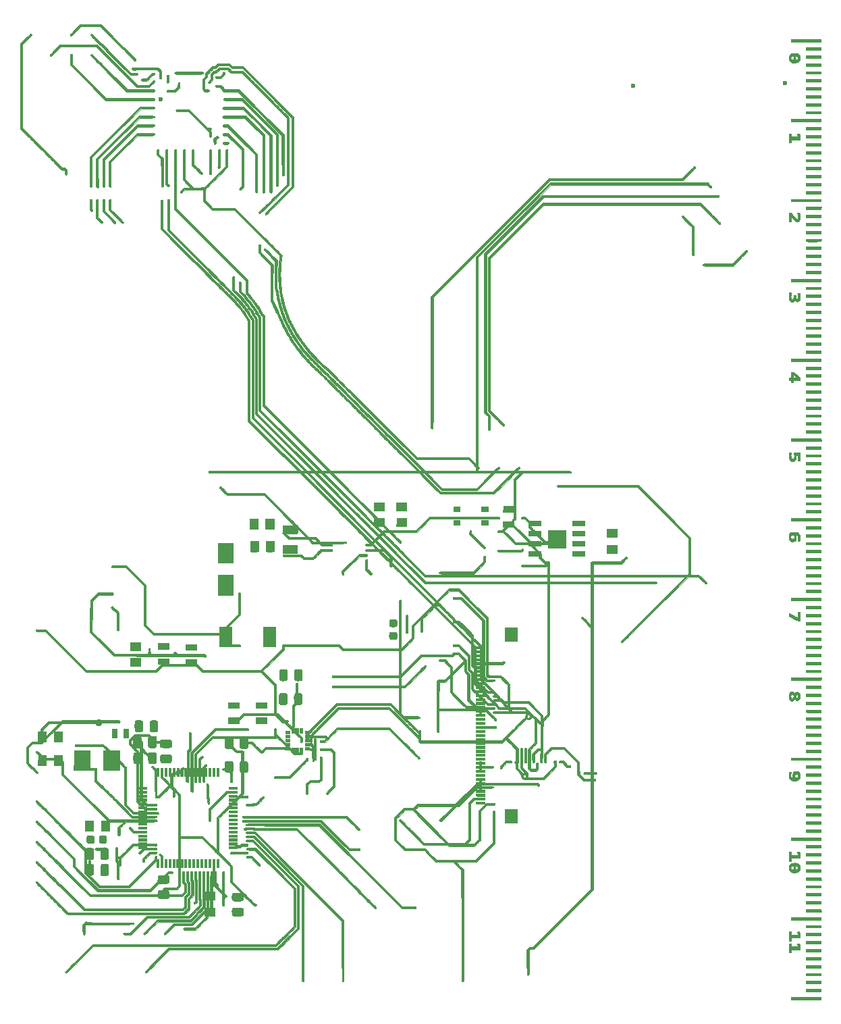
<source format=gbr>
%TF.GenerationSoftware,KiCad,Pcbnew,(5.99.0-9526-g5c17ff0595)*%
%TF.CreationDate,2021-07-07T22:41:36-05:00*%
%TF.ProjectId,Cafebabe Frontplate,43616665-6261-4626-9520-46726f6e7470,rev?*%
%TF.SameCoordinates,Original*%
%TF.FileFunction,Copper,L1,Top*%
%TF.FilePolarity,Positive*%
%FSLAX46Y46*%
G04 Gerber Fmt 4.6, Leading zero omitted, Abs format (unit mm)*
G04 Created by KiCad (PCBNEW (5.99.0-9526-g5c17ff0595)) date 2021-07-07 22:41:36*
%MOMM*%
%LPD*%
G01*
G04 APERTURE LIST*
%TA.AperFunction,EtchedComponent*%
%ADD10C,0.010000*%
%TD*%
%TA.AperFunction,ViaPad*%
%ADD11C,0.600000*%
%TD*%
G04 APERTURE END LIST*
D10*
%TO.C,G\u002A\u002A\u002A*%
X106210082Y-105418509D02*
X106232494Y-105436651D01*
X106232494Y-105436651D02*
X106245308Y-105451466D01*
X106245308Y-105451466D02*
X106255242Y-105470593D01*
X106255242Y-105470593D02*
X106262661Y-105499181D01*
X106262661Y-105499181D02*
X106267930Y-105542377D01*
X106267930Y-105542377D02*
X106271414Y-105605330D01*
X106271414Y-105605330D02*
X106273479Y-105693188D01*
X106273479Y-105693188D02*
X106274490Y-105811101D01*
X106274490Y-105811101D02*
X106274810Y-105964216D01*
X106274810Y-105964216D02*
X106274828Y-106033642D01*
X106274828Y-106033642D02*
X106274828Y-106588300D01*
X106274828Y-106588300D02*
X106549994Y-106866189D01*
X106549994Y-106866189D02*
X106655441Y-106973943D01*
X106655441Y-106973943D02*
X106732756Y-107057313D01*
X106732756Y-107057313D02*
X106784471Y-107121100D01*
X106784471Y-107121100D02*
X106813118Y-107170109D01*
X106813118Y-107170109D02*
X106821226Y-107209142D01*
X106821226Y-107209142D02*
X106811329Y-107243002D01*
X106811329Y-107243002D02*
X106785957Y-107276491D01*
X106785957Y-107276491D02*
X106773206Y-107289697D01*
X106773206Y-107289697D02*
X106724908Y-107329479D01*
X106724908Y-107329479D02*
X106681370Y-107338020D01*
X106681370Y-107338020D02*
X106627345Y-107316402D01*
X106627345Y-107316402D02*
X106602911Y-107301769D01*
X106602911Y-107301769D02*
X106567637Y-107273974D01*
X106567637Y-107273974D02*
X106509129Y-107221480D01*
X106509129Y-107221480D02*
X106433530Y-107150073D01*
X106433530Y-107150073D02*
X106346983Y-107065537D01*
X106346983Y-107065537D02*
X106269536Y-106987821D01*
X106269536Y-106987821D02*
X105999661Y-106713597D01*
X105999661Y-106713597D02*
X105999661Y-106101000D01*
X105999661Y-106101000D02*
X105999950Y-105919287D01*
X105999950Y-105919287D02*
X106000974Y-105775198D01*
X106000974Y-105775198D02*
X106002969Y-105664028D01*
X106002969Y-105664028D02*
X106006169Y-105581072D01*
X106006169Y-105581072D02*
X106010810Y-105521622D01*
X106010810Y-105521622D02*
X106017125Y-105480975D01*
X106017125Y-105480975D02*
X106025352Y-105454423D01*
X106025352Y-105454423D02*
X106032611Y-105441361D01*
X106032611Y-105441361D02*
X106082043Y-105403584D01*
X106082043Y-105403584D02*
X106146316Y-105395846D01*
X106146316Y-105395846D02*
X106210082Y-105418509D01*
X106210082Y-105418509D02*
X106210082Y-105418509D01*
G36*
X106210082Y-105418509D02*
G01*
X106232494Y-105436651D01*
X106245308Y-105451466D01*
X106255242Y-105470593D01*
X106262661Y-105499181D01*
X106267930Y-105542377D01*
X106271414Y-105605330D01*
X106273479Y-105693188D01*
X106274490Y-105811101D01*
X106274810Y-105964216D01*
X106274828Y-106033642D01*
X106274828Y-106588300D01*
X106549994Y-106866189D01*
X106655441Y-106973943D01*
X106732756Y-107057313D01*
X106784471Y-107121100D01*
X106813118Y-107170109D01*
X106821226Y-107209142D01*
X106811329Y-107243002D01*
X106785957Y-107276491D01*
X106773206Y-107289697D01*
X106724908Y-107329479D01*
X106681370Y-107338020D01*
X106627345Y-107316402D01*
X106602911Y-107301769D01*
X106567637Y-107273974D01*
X106509129Y-107221480D01*
X106433530Y-107150073D01*
X106346983Y-107065537D01*
X106269536Y-106987821D01*
X105999661Y-106713597D01*
X105999661Y-106101000D01*
X105999950Y-105919287D01*
X106000974Y-105775198D01*
X106002969Y-105664028D01*
X106006169Y-105581072D01*
X106010810Y-105521622D01*
X106017125Y-105480975D01*
X106025352Y-105454423D01*
X106032611Y-105441361D01*
X106082043Y-105403584D01*
X106146316Y-105395846D01*
X106210082Y-105418509D01*
G37*
X106210082Y-105418509D02*
X106232494Y-105436651D01*
X106245308Y-105451466D01*
X106255242Y-105470593D01*
X106262661Y-105499181D01*
X106267930Y-105542377D01*
X106271414Y-105605330D01*
X106273479Y-105693188D01*
X106274490Y-105811101D01*
X106274810Y-105964216D01*
X106274828Y-106033642D01*
X106274828Y-106588300D01*
X106549994Y-106866189D01*
X106655441Y-106973943D01*
X106732756Y-107057313D01*
X106784471Y-107121100D01*
X106813118Y-107170109D01*
X106821226Y-107209142D01*
X106811329Y-107243002D01*
X106785957Y-107276491D01*
X106773206Y-107289697D01*
X106724908Y-107329479D01*
X106681370Y-107338020D01*
X106627345Y-107316402D01*
X106602911Y-107301769D01*
X106567637Y-107273974D01*
X106509129Y-107221480D01*
X106433530Y-107150073D01*
X106346983Y-107065537D01*
X106269536Y-106987821D01*
X105999661Y-106713597D01*
X105999661Y-106101000D01*
X105999950Y-105919287D01*
X106000974Y-105775198D01*
X106002969Y-105664028D01*
X106006169Y-105581072D01*
X106010810Y-105521622D01*
X106017125Y-105480975D01*
X106025352Y-105454423D01*
X106032611Y-105441361D01*
X106082043Y-105403584D01*
X106146316Y-105395846D01*
X106210082Y-105418509D01*
X108370328Y-99255985D02*
X107100328Y-99255985D01*
X107100328Y-99255985D02*
X107100328Y-98239985D01*
X107100328Y-98239985D02*
X108370328Y-98239985D01*
X108370328Y-98239985D02*
X108370328Y-99255985D01*
X108370328Y-99255985D02*
X108370328Y-99255985D01*
G36*
X108370328Y-99255985D02*
G01*
X107100328Y-99255985D01*
X107100328Y-98239985D01*
X108370328Y-98239985D01*
X108370328Y-99255985D01*
G37*
X108370328Y-99255985D02*
X107100328Y-99255985D01*
X107100328Y-98239985D01*
X108370328Y-98239985D01*
X108370328Y-99255985D01*
X163170828Y-146563485D02*
X161265828Y-146563485D01*
X161265828Y-146563485D02*
X161265828Y-146245985D01*
X161265828Y-146245985D02*
X163170828Y-146245985D01*
X163170828Y-146245985D02*
X163170828Y-146563485D01*
X163170828Y-146563485D02*
X163170828Y-146563485D01*
G36*
X163170828Y-146563485D02*
G01*
X161265828Y-146563485D01*
X161265828Y-146245985D01*
X163170828Y-146245985D01*
X163170828Y-146563485D01*
G37*
X163170828Y-146563485D02*
X161265828Y-146563485D01*
X161265828Y-146245985D01*
X163170828Y-146245985D01*
X163170828Y-146563485D01*
X81584128Y-129933052D02*
X81623163Y-129979945D01*
X81623163Y-129979945D02*
X81650812Y-130035071D01*
X81650812Y-130035071D02*
X81668404Y-130105611D01*
X81668404Y-130105611D02*
X81677266Y-130198746D01*
X81677266Y-130198746D02*
X81678725Y-130321659D01*
X81678725Y-130321659D02*
X81676025Y-130430089D01*
X81676025Y-130430089D02*
X81669002Y-130554677D01*
X81669002Y-130554677D02*
X81655703Y-130645679D01*
X81655703Y-130645679D02*
X81632968Y-130711728D01*
X81632968Y-130711728D02*
X81597635Y-130761457D01*
X81597635Y-130761457D02*
X81546545Y-130803500D01*
X81546545Y-130803500D02*
X81536990Y-130809898D01*
X81536990Y-130809898D02*
X81513937Y-130822100D01*
X81513937Y-130822100D02*
X81482951Y-130831489D01*
X81482951Y-130831489D02*
X81438404Y-130838492D01*
X81438404Y-130838492D02*
X81374667Y-130843540D01*
X81374667Y-130843540D02*
X81286111Y-130847061D01*
X81286111Y-130847061D02*
X81167108Y-130849484D01*
X81167108Y-130849484D02*
X81012028Y-130851237D01*
X81012028Y-130851237D02*
X80992243Y-130851410D01*
X80992243Y-130851410D02*
X80849174Y-130851806D01*
X80849174Y-130851806D02*
X80717264Y-130850614D01*
X80717264Y-130850614D02*
X80603439Y-130848021D01*
X80603439Y-130848021D02*
X80514623Y-130844212D01*
X80514623Y-130844212D02*
X80457743Y-130839374D01*
X80457743Y-130839374D02*
X80443436Y-130836626D01*
X80443436Y-130836626D02*
X80353573Y-130787762D01*
X80353573Y-130787762D02*
X80286951Y-130709260D01*
X80286951Y-130709260D02*
X80261080Y-130647723D01*
X80261080Y-130647723D02*
X80250425Y-130583395D01*
X80250425Y-130583395D02*
X80243674Y-130489789D01*
X80243674Y-130489789D02*
X80240813Y-130379778D01*
X80240813Y-130379778D02*
X80241827Y-130266236D01*
X80241827Y-130266236D02*
X80246703Y-130162036D01*
X80246703Y-130162036D02*
X80255427Y-130080052D01*
X80255427Y-130080052D02*
X80261731Y-130049553D01*
X80261731Y-130049553D02*
X80293443Y-129982466D01*
X80293443Y-129982466D02*
X80342049Y-129922427D01*
X80342049Y-129922427D02*
X80347904Y-129917262D01*
X80347904Y-129917262D02*
X80412409Y-129862985D01*
X80412409Y-129862985D02*
X81514061Y-129862985D01*
X81514061Y-129862985D02*
X81584128Y-129933052D01*
X81584128Y-129933052D02*
X81584128Y-129933052D01*
G36*
X81584128Y-129933052D02*
G01*
X81623163Y-129979945D01*
X81650812Y-130035071D01*
X81668404Y-130105611D01*
X81677266Y-130198746D01*
X81678725Y-130321659D01*
X81676025Y-130430089D01*
X81669002Y-130554677D01*
X81655703Y-130645679D01*
X81632968Y-130711728D01*
X81597635Y-130761457D01*
X81546545Y-130803500D01*
X81536990Y-130809898D01*
X81513937Y-130822100D01*
X81482951Y-130831489D01*
X81438404Y-130838492D01*
X81374667Y-130843540D01*
X81286111Y-130847061D01*
X81167108Y-130849484D01*
X81012028Y-130851237D01*
X80992243Y-130851410D01*
X80849174Y-130851806D01*
X80717264Y-130850614D01*
X80603439Y-130848021D01*
X80514623Y-130844212D01*
X80457743Y-130839374D01*
X80443436Y-130836626D01*
X80353573Y-130787762D01*
X80286951Y-130709260D01*
X80261080Y-130647723D01*
X80250425Y-130583395D01*
X80243674Y-130489789D01*
X80240813Y-130379778D01*
X80241827Y-130266236D01*
X80246703Y-130162036D01*
X80255427Y-130080052D01*
X80261731Y-130049553D01*
X80293443Y-129982466D01*
X80342049Y-129922427D01*
X80347904Y-129917262D01*
X80412409Y-129862985D01*
X81514061Y-129862985D01*
X81584128Y-129933052D01*
G37*
X81584128Y-129933052D02*
X81623163Y-129979945D01*
X81650812Y-130035071D01*
X81668404Y-130105611D01*
X81677266Y-130198746D01*
X81678725Y-130321659D01*
X81676025Y-130430089D01*
X81669002Y-130554677D01*
X81655703Y-130645679D01*
X81632968Y-130711728D01*
X81597635Y-130761457D01*
X81546545Y-130803500D01*
X81536990Y-130809898D01*
X81513937Y-130822100D01*
X81482951Y-130831489D01*
X81438404Y-130838492D01*
X81374667Y-130843540D01*
X81286111Y-130847061D01*
X81167108Y-130849484D01*
X81012028Y-130851237D01*
X80992243Y-130851410D01*
X80849174Y-130851806D01*
X80717264Y-130850614D01*
X80603439Y-130848021D01*
X80514623Y-130844212D01*
X80457743Y-130839374D01*
X80443436Y-130836626D01*
X80353573Y-130787762D01*
X80286951Y-130709260D01*
X80261080Y-130647723D01*
X80250425Y-130583395D01*
X80243674Y-130489789D01*
X80240813Y-130379778D01*
X80241827Y-130266236D01*
X80246703Y-130162036D01*
X80255427Y-130080052D01*
X80261731Y-130049553D01*
X80293443Y-129982466D01*
X80342049Y-129922427D01*
X80347904Y-129917262D01*
X80412409Y-129862985D01*
X81514061Y-129862985D01*
X81584128Y-129933052D01*
X163170828Y-138562485D02*
X161265828Y-138562485D01*
X161265828Y-138562485D02*
X161265828Y-138244985D01*
X161265828Y-138244985D02*
X163170828Y-138244985D01*
X163170828Y-138244985D02*
X163170828Y-138562485D01*
X163170828Y-138562485D02*
X163170828Y-138562485D01*
G36*
X163170828Y-138562485D02*
G01*
X161265828Y-138562485D01*
X161265828Y-138244985D01*
X163170828Y-138244985D01*
X163170828Y-138562485D01*
G37*
X163170828Y-138562485D02*
X161265828Y-138562485D01*
X161265828Y-138244985D01*
X163170828Y-138244985D01*
X163170828Y-138562485D01*
X71647943Y-39505347D02*
X71664726Y-39514796D01*
X71664726Y-39514796D02*
X71688707Y-39532127D01*
X71688707Y-39532127D02*
X71721210Y-39558632D01*
X71721210Y-39558632D02*
X71763564Y-39595606D01*
X71763564Y-39595606D02*
X71817094Y-39644343D01*
X71817094Y-39644343D02*
X71883127Y-39706136D01*
X71883127Y-39706136D02*
X71962989Y-39782280D01*
X71962989Y-39782280D02*
X72058007Y-39874069D01*
X72058007Y-39874069D02*
X72169506Y-39982795D01*
X72169506Y-39982795D02*
X72298815Y-40109754D01*
X72298815Y-40109754D02*
X72447257Y-40256239D01*
X72447257Y-40256239D02*
X72616162Y-40423544D01*
X72616162Y-40423544D02*
X72806853Y-40612963D01*
X72806853Y-40612963D02*
X73020659Y-40825790D01*
X73020659Y-40825790D02*
X73258906Y-41063319D01*
X73258906Y-41063319D02*
X73522919Y-41326843D01*
X73522919Y-41326843D02*
X73814025Y-41617657D01*
X73814025Y-41617657D02*
X74133551Y-41937054D01*
X74133551Y-41937054D02*
X74164904Y-41968401D01*
X74164904Y-41968401D02*
X76631156Y-44434318D01*
X76631156Y-44434318D02*
X76996159Y-44434318D01*
X76996159Y-44434318D02*
X77129684Y-44434659D01*
X77129684Y-44434659D02*
X77227473Y-44436139D01*
X77227473Y-44436139D02*
X77296121Y-44439444D01*
X77296121Y-44439444D02*
X77342221Y-44445259D01*
X77342221Y-44445259D02*
X77372369Y-44454270D01*
X77372369Y-44454270D02*
X77393159Y-44467160D01*
X77393159Y-44467160D02*
X77403494Y-44476651D01*
X77403494Y-44476651D02*
X77435518Y-44527077D01*
X77435518Y-44527077D02*
X77445828Y-44571901D01*
X77445828Y-44571901D02*
X77431106Y-44626652D01*
X77431106Y-44626652D02*
X77403494Y-44667151D01*
X77403494Y-44667151D02*
X77386588Y-44681532D01*
X77386588Y-44681532D02*
X77364673Y-44692238D01*
X77364673Y-44692238D02*
X77331764Y-44699806D01*
X77331764Y-44699806D02*
X77281874Y-44704776D01*
X77281874Y-44704776D02*
X77209017Y-44707685D01*
X77209017Y-44707685D02*
X77107206Y-44709072D01*
X77107206Y-44709072D02*
X76970455Y-44709475D01*
X76970455Y-44709475D02*
X76932636Y-44709485D01*
X76932636Y-44709485D02*
X76504111Y-44709485D01*
X76504111Y-44709485D02*
X74001053Y-42206426D01*
X74001053Y-42206426D02*
X73678022Y-41883338D01*
X73678022Y-41883338D02*
X73383668Y-41588791D01*
X73383668Y-41588791D02*
X73116684Y-41321442D01*
X73116684Y-41321442D02*
X72875762Y-41079949D01*
X72875762Y-41079949D02*
X72659592Y-40862971D01*
X72659592Y-40862971D02*
X72466868Y-40669164D01*
X72466868Y-40669164D02*
X72296282Y-40497187D01*
X72296282Y-40497187D02*
X72146524Y-40345698D01*
X72146524Y-40345698D02*
X72016288Y-40213353D01*
X72016288Y-40213353D02*
X71904266Y-40098812D01*
X71904266Y-40098812D02*
X71809148Y-40000731D01*
X71809148Y-40000731D02*
X71729628Y-39917770D01*
X71729628Y-39917770D02*
X71664397Y-39848584D01*
X71664397Y-39848584D02*
X71612148Y-39791833D01*
X71612148Y-39791833D02*
X71571571Y-39746174D01*
X71571571Y-39746174D02*
X71541360Y-39710265D01*
X71541360Y-39710265D02*
X71520206Y-39682764D01*
X71520206Y-39682764D02*
X71506800Y-39662328D01*
X71506800Y-39662328D02*
X71499837Y-39647615D01*
X71499837Y-39647615D02*
X71497994Y-39637956D01*
X71497994Y-39637956D02*
X71516163Y-39566415D01*
X71516163Y-39566415D02*
X71565912Y-39518949D01*
X71565912Y-39518949D02*
X71637031Y-39502485D01*
X71637031Y-39502485D02*
X71647943Y-39505347D01*
X71647943Y-39505347D02*
X71647943Y-39505347D01*
G36*
X71647943Y-39505347D02*
G01*
X71664726Y-39514796D01*
X71688707Y-39532127D01*
X71721210Y-39558632D01*
X71763564Y-39595606D01*
X71817094Y-39644343D01*
X71883127Y-39706136D01*
X71962989Y-39782280D01*
X72058007Y-39874069D01*
X72169506Y-39982795D01*
X72298815Y-40109754D01*
X72447257Y-40256239D01*
X72616162Y-40423544D01*
X72806853Y-40612963D01*
X73020659Y-40825790D01*
X73258906Y-41063319D01*
X73522919Y-41326843D01*
X73814025Y-41617657D01*
X74133551Y-41937054D01*
X74164904Y-41968401D01*
X76631156Y-44434318D01*
X76996159Y-44434318D01*
X77129684Y-44434659D01*
X77227473Y-44436139D01*
X77296121Y-44439444D01*
X77342221Y-44445259D01*
X77372369Y-44454270D01*
X77393159Y-44467160D01*
X77403494Y-44476651D01*
X77435518Y-44527077D01*
X77445828Y-44571901D01*
X77431106Y-44626652D01*
X77403494Y-44667151D01*
X77386588Y-44681532D01*
X77364673Y-44692238D01*
X77331764Y-44699806D01*
X77281874Y-44704776D01*
X77209017Y-44707685D01*
X77107206Y-44709072D01*
X76970455Y-44709475D01*
X76932636Y-44709485D01*
X76504111Y-44709485D01*
X74001053Y-42206426D01*
X73678022Y-41883338D01*
X73383668Y-41588791D01*
X73116684Y-41321442D01*
X72875762Y-41079949D01*
X72659592Y-40862971D01*
X72466868Y-40669164D01*
X72296282Y-40497187D01*
X72146524Y-40345698D01*
X72016288Y-40213353D01*
X71904266Y-40098812D01*
X71809148Y-40000731D01*
X71729628Y-39917770D01*
X71664397Y-39848584D01*
X71612148Y-39791833D01*
X71571571Y-39746174D01*
X71541360Y-39710265D01*
X71520206Y-39682764D01*
X71506800Y-39662328D01*
X71499837Y-39647615D01*
X71497994Y-39637956D01*
X71516163Y-39566415D01*
X71565912Y-39518949D01*
X71637031Y-39502485D01*
X71647943Y-39505347D01*
G37*
X71647943Y-39505347D02*
X71664726Y-39514796D01*
X71688707Y-39532127D01*
X71721210Y-39558632D01*
X71763564Y-39595606D01*
X71817094Y-39644343D01*
X71883127Y-39706136D01*
X71962989Y-39782280D01*
X72058007Y-39874069D01*
X72169506Y-39982795D01*
X72298815Y-40109754D01*
X72447257Y-40256239D01*
X72616162Y-40423544D01*
X72806853Y-40612963D01*
X73020659Y-40825790D01*
X73258906Y-41063319D01*
X73522919Y-41326843D01*
X73814025Y-41617657D01*
X74133551Y-41937054D01*
X74164904Y-41968401D01*
X76631156Y-44434318D01*
X76996159Y-44434318D01*
X77129684Y-44434659D01*
X77227473Y-44436139D01*
X77296121Y-44439444D01*
X77342221Y-44445259D01*
X77372369Y-44454270D01*
X77393159Y-44467160D01*
X77403494Y-44476651D01*
X77435518Y-44527077D01*
X77445828Y-44571901D01*
X77431106Y-44626652D01*
X77403494Y-44667151D01*
X77386588Y-44681532D01*
X77364673Y-44692238D01*
X77331764Y-44699806D01*
X77281874Y-44704776D01*
X77209017Y-44707685D01*
X77107206Y-44709072D01*
X76970455Y-44709475D01*
X76932636Y-44709485D01*
X76504111Y-44709485D01*
X74001053Y-42206426D01*
X73678022Y-41883338D01*
X73383668Y-41588791D01*
X73116684Y-41321442D01*
X72875762Y-41079949D01*
X72659592Y-40862971D01*
X72466868Y-40669164D01*
X72296282Y-40497187D01*
X72146524Y-40345698D01*
X72016288Y-40213353D01*
X71904266Y-40098812D01*
X71809148Y-40000731D01*
X71729628Y-39917770D01*
X71664397Y-39848584D01*
X71612148Y-39791833D01*
X71571571Y-39746174D01*
X71541360Y-39710265D01*
X71520206Y-39682764D01*
X71506800Y-39662328D01*
X71499837Y-39647615D01*
X71497994Y-39637956D01*
X71516163Y-39566415D01*
X71565912Y-39518949D01*
X71637031Y-39502485D01*
X71647943Y-39505347D01*
X163170828Y-47545818D02*
X161265828Y-47545818D01*
X161265828Y-47545818D02*
X161265828Y-47228318D01*
X161265828Y-47228318D02*
X163170828Y-47228318D01*
X163170828Y-47228318D02*
X163170828Y-47545818D01*
X163170828Y-47545818D02*
X163170828Y-47545818D01*
G36*
X163170828Y-47545818D02*
G01*
X161265828Y-47545818D01*
X161265828Y-47228318D01*
X163170828Y-47228318D01*
X163170828Y-47545818D01*
G37*
X163170828Y-47545818D02*
X161265828Y-47545818D01*
X161265828Y-47228318D01*
X163170828Y-47228318D01*
X163170828Y-47545818D01*
X91152101Y-142016878D02*
X91205000Y-142038745D01*
X91205000Y-142038745D02*
X91225328Y-142054985D01*
X91225328Y-142054985D02*
X91262178Y-142117302D01*
X91262178Y-142117302D02*
X91258352Y-142187824D01*
X91258352Y-142187824D02*
X91214022Y-142263642D01*
X91214022Y-142263642D02*
X91212863Y-142265027D01*
X91212863Y-142265027D02*
X91158064Y-142330151D01*
X91158064Y-142330151D02*
X89109637Y-142330151D01*
X89109637Y-142330151D02*
X89073890Y-142275594D01*
X89073890Y-142275594D02*
X89051727Y-142208136D01*
X89051727Y-142208136D02*
X89067089Y-142142261D01*
X89067089Y-142142261D02*
X89116476Y-142089993D01*
X89116476Y-142089993D02*
X89130179Y-142082205D01*
X89130179Y-142082205D02*
X89154360Y-142075392D01*
X89154360Y-142075392D02*
X89199582Y-142069727D01*
X89199582Y-142069727D02*
X89268821Y-142065130D01*
X89268821Y-142065130D02*
X89365056Y-142061519D01*
X89365056Y-142061519D02*
X89491265Y-142058814D01*
X89491265Y-142058814D02*
X89650423Y-142056932D01*
X89650423Y-142056932D02*
X89845510Y-142055793D01*
X89845510Y-142055793D02*
X90079503Y-142055316D01*
X90079503Y-142055316D02*
X90118120Y-142055297D01*
X90118120Y-142055297D02*
X90364099Y-142054735D01*
X90364099Y-142054735D02*
X90575444Y-142053246D01*
X90575444Y-142053246D02*
X90750841Y-142050860D01*
X90750841Y-142050860D02*
X90888976Y-142047605D01*
X90888976Y-142047605D02*
X90988533Y-142043513D01*
X90988533Y-142043513D02*
X91048199Y-142038612D01*
X91048199Y-142038612D02*
X91066578Y-142033818D01*
X91066578Y-142033818D02*
X91100334Y-142014485D01*
X91100334Y-142014485D02*
X91152101Y-142016878D01*
X91152101Y-142016878D02*
X91152101Y-142016878D01*
G36*
X91152101Y-142016878D02*
G01*
X91205000Y-142038745D01*
X91225328Y-142054985D01*
X91262178Y-142117302D01*
X91258352Y-142187824D01*
X91214022Y-142263642D01*
X91212863Y-142265027D01*
X91158064Y-142330151D01*
X89109637Y-142330151D01*
X89073890Y-142275594D01*
X89051727Y-142208136D01*
X89067089Y-142142261D01*
X89116476Y-142089993D01*
X89130179Y-142082205D01*
X89154360Y-142075392D01*
X89199582Y-142069727D01*
X89268821Y-142065130D01*
X89365056Y-142061519D01*
X89491265Y-142058814D01*
X89650423Y-142056932D01*
X89845510Y-142055793D01*
X90079503Y-142055316D01*
X90118120Y-142055297D01*
X90364099Y-142054735D01*
X90575444Y-142053246D01*
X90750841Y-142050860D01*
X90888976Y-142047605D01*
X90988533Y-142043513D01*
X91048199Y-142038612D01*
X91066578Y-142033818D01*
X91100334Y-142014485D01*
X91152101Y-142016878D01*
G37*
X91152101Y-142016878D02*
X91205000Y-142038745D01*
X91225328Y-142054985D01*
X91262178Y-142117302D01*
X91258352Y-142187824D01*
X91214022Y-142263642D01*
X91212863Y-142265027D01*
X91158064Y-142330151D01*
X89109637Y-142330151D01*
X89073890Y-142275594D01*
X89051727Y-142208136D01*
X89067089Y-142142261D01*
X89116476Y-142089993D01*
X89130179Y-142082205D01*
X89154360Y-142075392D01*
X89199582Y-142069727D01*
X89268821Y-142065130D01*
X89365056Y-142061519D01*
X89491265Y-142058814D01*
X89650423Y-142056932D01*
X89845510Y-142055793D01*
X90079503Y-142055316D01*
X90118120Y-142055297D01*
X90364099Y-142054735D01*
X90575444Y-142053246D01*
X90750841Y-142050860D01*
X90888976Y-142047605D01*
X90988533Y-142043513D01*
X91048199Y-142038612D01*
X91066578Y-142033818D01*
X91100334Y-142014485D01*
X91152101Y-142016878D01*
X126090948Y-129042978D02*
X126123869Y-129059458D01*
X126123869Y-129059458D02*
X126182078Y-129092014D01*
X126182078Y-129092014D02*
X126187603Y-129962587D01*
X126187603Y-129962587D02*
X126188835Y-130179866D01*
X126188835Y-130179866D02*
X126189432Y-130358685D01*
X126189432Y-130358685D02*
X126189276Y-130502912D01*
X126189276Y-130502912D02*
X126188247Y-130616420D01*
X126188247Y-130616420D02*
X126186224Y-130703076D01*
X126186224Y-130703076D02*
X126183088Y-130766751D01*
X126183088Y-130766751D02*
X126178719Y-130811314D01*
X126178719Y-130811314D02*
X126172998Y-130840636D01*
X126172998Y-130840636D02*
X126165804Y-130858587D01*
X126165804Y-130858587D02*
X126159632Y-130866656D01*
X126159632Y-130866656D02*
X126112737Y-130891223D01*
X126112737Y-130891223D02*
X126050427Y-130899196D01*
X126050427Y-130899196D02*
X125992125Y-130890125D01*
X125992125Y-130890125D02*
X125962182Y-130871238D01*
X125962182Y-130871238D02*
X125955753Y-130849060D01*
X125955753Y-130849060D02*
X125950642Y-130798193D01*
X125950642Y-130798193D02*
X125946804Y-130716467D01*
X125946804Y-130716467D02*
X125944195Y-130601709D01*
X125944195Y-130601709D02*
X125942771Y-130451749D01*
X125942771Y-130451749D02*
X125942488Y-130264415D01*
X125942488Y-130264415D02*
X125943301Y-130037535D01*
X125943301Y-130037535D02*
X125943715Y-129967170D01*
X125943715Y-129967170D02*
X125949244Y-129092014D01*
X125949244Y-129092014D02*
X126007453Y-129059458D01*
X126007453Y-129059458D02*
X126053496Y-129038858D01*
X126053496Y-129038858D02*
X126090948Y-129042978D01*
X126090948Y-129042978D02*
X126090948Y-129042978D01*
G36*
X126090948Y-129042978D02*
G01*
X126123869Y-129059458D01*
X126182078Y-129092014D01*
X126187603Y-129962587D01*
X126188835Y-130179866D01*
X126189432Y-130358685D01*
X126189276Y-130502912D01*
X126188247Y-130616420D01*
X126186224Y-130703076D01*
X126183088Y-130766751D01*
X126178719Y-130811314D01*
X126172998Y-130840636D01*
X126165804Y-130858587D01*
X126159632Y-130866656D01*
X126112737Y-130891223D01*
X126050427Y-130899196D01*
X125992125Y-130890125D01*
X125962182Y-130871238D01*
X125955753Y-130849060D01*
X125950642Y-130798193D01*
X125946804Y-130716467D01*
X125944195Y-130601709D01*
X125942771Y-130451749D01*
X125942488Y-130264415D01*
X125943301Y-130037535D01*
X125943715Y-129967170D01*
X125949244Y-129092014D01*
X126007453Y-129059458D01*
X126053496Y-129038858D01*
X126090948Y-129042978D01*
G37*
X126090948Y-129042978D02*
X126123869Y-129059458D01*
X126182078Y-129092014D01*
X126187603Y-129962587D01*
X126188835Y-130179866D01*
X126189432Y-130358685D01*
X126189276Y-130502912D01*
X126188247Y-130616420D01*
X126186224Y-130703076D01*
X126183088Y-130766751D01*
X126178719Y-130811314D01*
X126172998Y-130840636D01*
X126165804Y-130858587D01*
X126159632Y-130866656D01*
X126112737Y-130891223D01*
X126050427Y-130899196D01*
X125992125Y-130890125D01*
X125962182Y-130871238D01*
X125955753Y-130849060D01*
X125950642Y-130798193D01*
X125946804Y-130716467D01*
X125944195Y-130601709D01*
X125942771Y-130451749D01*
X125942488Y-130264415D01*
X125943301Y-130037535D01*
X125943715Y-129967170D01*
X125949244Y-129092014D01*
X126007453Y-129059458D01*
X126053496Y-129038858D01*
X126090948Y-129042978D01*
X82661303Y-45600747D02*
X82692483Y-45611413D01*
X82692483Y-45611413D02*
X82713771Y-45636296D01*
X82713771Y-45636296D02*
X82727042Y-45681213D01*
X82727042Y-45681213D02*
X82734168Y-45751977D01*
X82734168Y-45751977D02*
X82737024Y-45854405D01*
X82737024Y-45854405D02*
X82737494Y-45968160D01*
X82737494Y-45968160D02*
X82737494Y-46287036D01*
X82737494Y-46287036D02*
X82477897Y-46546010D01*
X82477897Y-46546010D02*
X82218300Y-46804985D01*
X82218300Y-46804985D02*
X81685659Y-46804985D01*
X81685659Y-46804985D02*
X81518923Y-46804690D01*
X81518923Y-46804690D02*
X81389463Y-46803604D01*
X81389463Y-46803604D02*
X81292222Y-46801419D01*
X81292222Y-46801419D02*
X81222146Y-46797828D01*
X81222146Y-46797828D02*
X81174180Y-46792525D01*
X81174180Y-46792525D02*
X81143268Y-46785203D01*
X81143268Y-46785203D02*
X81124354Y-46775557D01*
X81124354Y-46775557D02*
X81118635Y-46770602D01*
X81118635Y-46770602D02*
X81092773Y-46716236D01*
X81092773Y-46716236D02*
X81090665Y-46659964D01*
X81090665Y-46659964D02*
X81096310Y-46620859D01*
X81096310Y-46620859D02*
X81109089Y-46590502D01*
X81109089Y-46590502D02*
X81133833Y-46567787D01*
X81133833Y-46567787D02*
X81175372Y-46551611D01*
X81175372Y-46551611D02*
X81238534Y-46540869D01*
X81238534Y-46540869D02*
X81328149Y-46534455D01*
X81328149Y-46534455D02*
X81449048Y-46531267D01*
X81449048Y-46531267D02*
X81606059Y-46530200D01*
X81606059Y-46530200D02*
X81658435Y-46530130D01*
X81658435Y-46530130D02*
X82113960Y-46529818D01*
X82113960Y-46529818D02*
X82483494Y-46158564D01*
X82483494Y-46158564D02*
X82483494Y-45911786D01*
X82483494Y-45911786D02*
X82485309Y-45789754D01*
X82485309Y-45789754D02*
X82492516Y-45703832D01*
X82492516Y-45703832D02*
X82507753Y-45647886D01*
X82507753Y-45647886D02*
X82533662Y-45615781D01*
X82533662Y-45615781D02*
X82572884Y-45601383D01*
X82572884Y-45601383D02*
X82618356Y-45598485D01*
X82618356Y-45598485D02*
X82661303Y-45600747D01*
X82661303Y-45600747D02*
X82661303Y-45600747D01*
G36*
X82661303Y-45600747D02*
G01*
X82692483Y-45611413D01*
X82713771Y-45636296D01*
X82727042Y-45681213D01*
X82734168Y-45751977D01*
X82737024Y-45854405D01*
X82737494Y-45968160D01*
X82737494Y-46287036D01*
X82477897Y-46546010D01*
X82218300Y-46804985D01*
X81685659Y-46804985D01*
X81518923Y-46804690D01*
X81389463Y-46803604D01*
X81292222Y-46801419D01*
X81222146Y-46797828D01*
X81174180Y-46792525D01*
X81143268Y-46785203D01*
X81124354Y-46775557D01*
X81118635Y-46770602D01*
X81092773Y-46716236D01*
X81090665Y-46659964D01*
X81096310Y-46620859D01*
X81109089Y-46590502D01*
X81133833Y-46567787D01*
X81175372Y-46551611D01*
X81238534Y-46540869D01*
X81328149Y-46534455D01*
X81449048Y-46531267D01*
X81606059Y-46530200D01*
X81658435Y-46530130D01*
X82113960Y-46529818D01*
X82483494Y-46158564D01*
X82483494Y-45911786D01*
X82485309Y-45789754D01*
X82492516Y-45703832D01*
X82507753Y-45647886D01*
X82533662Y-45615781D01*
X82572884Y-45601383D01*
X82618356Y-45598485D01*
X82661303Y-45600747D01*
G37*
X82661303Y-45600747D02*
X82692483Y-45611413D01*
X82713771Y-45636296D01*
X82727042Y-45681213D01*
X82734168Y-45751977D01*
X82737024Y-45854405D01*
X82737494Y-45968160D01*
X82737494Y-46287036D01*
X82477897Y-46546010D01*
X82218300Y-46804985D01*
X81685659Y-46804985D01*
X81518923Y-46804690D01*
X81389463Y-46803604D01*
X81292222Y-46801419D01*
X81222146Y-46797828D01*
X81174180Y-46792525D01*
X81143268Y-46785203D01*
X81124354Y-46775557D01*
X81118635Y-46770602D01*
X81092773Y-46716236D01*
X81090665Y-46659964D01*
X81096310Y-46620859D01*
X81109089Y-46590502D01*
X81133833Y-46567787D01*
X81175372Y-46551611D01*
X81238534Y-46540869D01*
X81328149Y-46534455D01*
X81449048Y-46531267D01*
X81606059Y-46530200D01*
X81658435Y-46530130D01*
X82113960Y-46529818D01*
X82483494Y-46158564D01*
X82483494Y-45911786D01*
X82485309Y-45789754D01*
X82492516Y-45703832D01*
X82507753Y-45647886D01*
X82533662Y-45615781D01*
X82572884Y-45601383D01*
X82618356Y-45598485D01*
X82661303Y-45600747D01*
X90100261Y-126561021D02*
X90336012Y-126561460D01*
X90336012Y-126561460D02*
X90539115Y-126562366D01*
X90539115Y-126562366D02*
X90711991Y-126563896D01*
X90711991Y-126563896D02*
X90857062Y-126566201D01*
X90857062Y-126566201D02*
X90976749Y-126569435D01*
X90976749Y-126569435D02*
X91073473Y-126573752D01*
X91073473Y-126573752D02*
X91149655Y-126579306D01*
X91149655Y-126579306D02*
X91207717Y-126586249D01*
X91207717Y-126586249D02*
X91250081Y-126594736D01*
X91250081Y-126594736D02*
X91279166Y-126604920D01*
X91279166Y-126604920D02*
X91297395Y-126616954D01*
X91297395Y-126616954D02*
X91307190Y-126630993D01*
X91307190Y-126630993D02*
X91310970Y-126647189D01*
X91310970Y-126647189D02*
X91311158Y-126665696D01*
X91311158Y-126665696D02*
X91310174Y-126686667D01*
X91310174Y-126686667D02*
X91309994Y-126696487D01*
X91309994Y-126696487D02*
X91310889Y-126719570D01*
X91310889Y-126719570D02*
X91311938Y-126739969D01*
X91311938Y-126739969D02*
X91310688Y-126757850D01*
X91310688Y-126757850D02*
X91304686Y-126773379D01*
X91304686Y-126773379D02*
X91291479Y-126786720D01*
X91291479Y-126786720D02*
X91268613Y-126798038D01*
X91268613Y-126798038D02*
X91233635Y-126807499D01*
X91233635Y-126807499D02*
X91184093Y-126815267D01*
X91184093Y-126815267D02*
X91117532Y-126821507D01*
X91117532Y-126821507D02*
X91031500Y-126826385D01*
X91031500Y-126826385D02*
X90923543Y-126830065D01*
X90923543Y-126830065D02*
X90791208Y-126832713D01*
X90791208Y-126832713D02*
X90632042Y-126834493D01*
X90632042Y-126834493D02*
X90443592Y-126835571D01*
X90443592Y-126835571D02*
X90223405Y-126836112D01*
X90223405Y-126836112D02*
X89969027Y-126836280D01*
X89969027Y-126836280D02*
X89678005Y-126836241D01*
X89678005Y-126836241D02*
X89347886Y-126836159D01*
X89347886Y-126836159D02*
X89233936Y-126836151D01*
X89233936Y-126836151D02*
X87235294Y-126836151D01*
X87235294Y-126836151D02*
X85801311Y-128270251D01*
X85801311Y-128270251D02*
X84367328Y-129704350D01*
X84367328Y-129704350D02*
X84367328Y-131556318D01*
X84367328Y-131556318D02*
X84557828Y-131556318D01*
X84557828Y-131556318D02*
X84557828Y-129767582D01*
X84557828Y-129767582D02*
X85658569Y-128666992D01*
X85658569Y-128666992D02*
X86759311Y-127566401D01*
X86759311Y-127566401D02*
X90653903Y-127560942D01*
X90653903Y-127560942D02*
X94548494Y-127555483D01*
X94548494Y-127555483D02*
X94548494Y-127100567D01*
X94548494Y-127100567D02*
X94548717Y-126949873D01*
X94548717Y-126949873D02*
X94549712Y-126835733D01*
X94549712Y-126835733D02*
X94551972Y-126752369D01*
X94551972Y-126752369D02*
X94555988Y-126694004D01*
X94555988Y-126694004D02*
X94562253Y-126654858D01*
X94562253Y-126654858D02*
X94571259Y-126629155D01*
X94571259Y-126629155D02*
X94583496Y-126611116D01*
X94583496Y-126611116D02*
X94590828Y-126603318D01*
X94590828Y-126603318D02*
X94652709Y-126566417D01*
X94652709Y-126566417D02*
X94718644Y-126569729D01*
X94718644Y-126569729D02*
X94777638Y-126609974D01*
X94777638Y-126609974D02*
X94796025Y-126632454D01*
X94796025Y-126632454D02*
X94808750Y-126659135D01*
X94808750Y-126659135D02*
X94816844Y-126697729D01*
X94816844Y-126697729D02*
X94821339Y-126755955D01*
X94821339Y-126755955D02*
X94823267Y-126841525D01*
X94823267Y-126841525D02*
X94823661Y-126954079D01*
X94823661Y-126954079D02*
X94823661Y-127249195D01*
X94823661Y-127249195D02*
X95390014Y-127815257D01*
X95390014Y-127815257D02*
X95956366Y-128381318D01*
X95956366Y-128381318D02*
X96495828Y-128381318D01*
X96495828Y-128381318D02*
X96495828Y-128762318D01*
X96495828Y-128762318D02*
X96339954Y-128762318D01*
X96339954Y-128762318D02*
X96550183Y-128974626D01*
X96550183Y-128974626D02*
X96760411Y-129186934D01*
X96760411Y-129186934D02*
X96766980Y-129112209D01*
X96766980Y-129112209D02*
X96773550Y-129037485D01*
X96773550Y-129037485D02*
X97151994Y-129037485D01*
X97151994Y-129037485D02*
X97151994Y-129566651D01*
X97151994Y-129566651D02*
X97278994Y-129566651D01*
X97278994Y-129566651D02*
X97278994Y-129037485D01*
X97278994Y-129037485D02*
X97638828Y-129037485D01*
X97638828Y-129037485D02*
X97638828Y-129566651D01*
X97638828Y-129566651D02*
X97765828Y-129566651D01*
X97765828Y-129566651D02*
X97765828Y-129037485D01*
X97765828Y-129037485D02*
X98146828Y-129037485D01*
X98146828Y-129037485D02*
X98146828Y-129566651D01*
X98146828Y-129566651D02*
X98018560Y-129566651D01*
X98018560Y-129566651D02*
X98062533Y-129626128D01*
X98062533Y-129626128D02*
X98091438Y-129676261D01*
X98091438Y-129676261D02*
X98092035Y-129720556D01*
X98092035Y-129720556D02*
X98085347Y-129741257D01*
X98085347Y-129741257D02*
X98054679Y-129791248D01*
X98054679Y-129791248D02*
X98022232Y-129819364D01*
X98022232Y-129819364D02*
X97985807Y-129827176D01*
X97985807Y-129827176D02*
X97910816Y-129833490D01*
X97910816Y-129833490D02*
X97801003Y-129838143D01*
X97801003Y-129838143D02*
X97660114Y-129840970D01*
X97660114Y-129840970D02*
X97509623Y-129841818D01*
X97509623Y-129841818D02*
X97038969Y-129841818D01*
X97038969Y-129841818D02*
X96462205Y-129270318D01*
X96462205Y-129270318D02*
X96214433Y-129270318D01*
X96214433Y-129270318D02*
X96106458Y-129269492D01*
X96106458Y-129269492D02*
X96034251Y-129266455D01*
X96034251Y-129266455D02*
X95991269Y-129260368D01*
X95991269Y-129260368D02*
X95970970Y-129250394D01*
X95970970Y-129250394D02*
X95966661Y-129238568D01*
X95966661Y-129238568D02*
X95962703Y-129231793D01*
X95962703Y-129231793D02*
X95948763Y-129226039D01*
X95948763Y-129226039D02*
X95921739Y-129221223D01*
X95921739Y-129221223D02*
X95878529Y-129217266D01*
X95878529Y-129217266D02*
X95816030Y-129214087D01*
X95816030Y-129214087D02*
X95731142Y-129211606D01*
X95731142Y-129211606D02*
X95620763Y-129209741D01*
X95620763Y-129209741D02*
X95481790Y-129208412D01*
X95481790Y-129208412D02*
X95311122Y-129207539D01*
X95311122Y-129207539D02*
X95105658Y-129207040D01*
X95105658Y-129207040D02*
X94862295Y-129206835D01*
X94862295Y-129206835D02*
X94745322Y-129206818D01*
X94745322Y-129206818D02*
X93523983Y-129206818D01*
X93523983Y-129206818D02*
X93267059Y-129460818D01*
X93267059Y-129460818D02*
X93158806Y-129565658D01*
X93158806Y-129565658D02*
X93075728Y-129640950D01*
X93075728Y-129640950D02*
X93015079Y-129688966D01*
X93015079Y-129688966D02*
X92974113Y-129711978D01*
X92974113Y-129711978D02*
X92959949Y-129714818D01*
X92959949Y-129714818D02*
X92938327Y-129706671D01*
X92938327Y-129706671D02*
X92901453Y-129680930D01*
X92901453Y-129680930D02*
X92847213Y-129635650D01*
X92847213Y-129635650D02*
X92773494Y-129568881D01*
X92773494Y-129568881D02*
X92678180Y-129478677D01*
X92678180Y-129478677D02*
X92559160Y-129363090D01*
X92559160Y-129363090D02*
X92414318Y-129220172D01*
X92414318Y-129220172D02*
X92305193Y-129111568D01*
X92305193Y-129111568D02*
X91700624Y-128508318D01*
X91700624Y-128508318D02*
X91225328Y-128508318D01*
X91225328Y-128508318D02*
X91225328Y-128710146D01*
X91225328Y-128710146D02*
X91222373Y-128826350D01*
X91222373Y-128826350D02*
X91210247Y-128915448D01*
X91210247Y-128915448D02*
X91184058Y-128980992D01*
X91184058Y-128980992D02*
X91138914Y-129026534D01*
X91138914Y-129026534D02*
X91069924Y-129055627D01*
X91069924Y-129055627D02*
X90972195Y-129071823D01*
X90972195Y-129071823D02*
X90840837Y-129078675D01*
X90840837Y-129078675D02*
X90716262Y-129079818D01*
X90716262Y-129079818D02*
X90395594Y-129079818D01*
X90395594Y-129079818D02*
X90325527Y-129009750D01*
X90325527Y-129009750D02*
X90296312Y-128977553D01*
X90296312Y-128977553D02*
X90273489Y-128942690D01*
X90273489Y-128942690D02*
X90256382Y-128899851D01*
X90256382Y-128899851D02*
X90244317Y-128843726D01*
X90244317Y-128843726D02*
X90236617Y-128769003D01*
X90236617Y-128769003D02*
X90232609Y-128670372D01*
X90232609Y-128670372D02*
X90231616Y-128542522D01*
X90231616Y-128542522D02*
X90232964Y-128380141D01*
X90232964Y-128380141D02*
X90234200Y-128291338D01*
X90234200Y-128291338D02*
X90241077Y-127830985D01*
X90241077Y-127830985D02*
X91225328Y-127830985D01*
X91225328Y-127830985D02*
X91225328Y-128233151D01*
X91225328Y-128233151D02*
X91805811Y-128233151D01*
X91805811Y-128233151D02*
X92378111Y-128804543D01*
X92378111Y-128804543D02*
X92506077Y-128932071D01*
X92506077Y-128932071D02*
X92624561Y-129049697D01*
X92624561Y-129049697D02*
X92730255Y-129154172D01*
X92730255Y-129154172D02*
X92819853Y-129242246D01*
X92819853Y-129242246D02*
X92890048Y-129310672D01*
X92890048Y-129310672D02*
X92937532Y-129356200D01*
X92937532Y-129356200D02*
X92958999Y-129375582D01*
X92958999Y-129375582D02*
X92959835Y-129376043D01*
X92959835Y-129376043D02*
X92977397Y-129362018D01*
X92977397Y-129362018D02*
X93019497Y-129323313D01*
X93019497Y-129323313D02*
X93080659Y-129265105D01*
X93080659Y-129265105D02*
X93155410Y-129192570D01*
X93155410Y-129192570D02*
X93194797Y-129153901D01*
X93194797Y-129153901D02*
X93420334Y-128931651D01*
X93420334Y-128931651D02*
X94693498Y-128931651D01*
X94693498Y-128931651D02*
X94991897Y-128931301D01*
X94991897Y-128931301D02*
X95251536Y-128930255D01*
X95251536Y-128930255D02*
X95471897Y-128928523D01*
X95471897Y-128928523D02*
X95652460Y-128926113D01*
X95652460Y-128926113D02*
X95792708Y-128923034D01*
X95792708Y-128923034D02*
X95892122Y-128919294D01*
X95892122Y-128919294D02*
X95950184Y-128914903D01*
X95950184Y-128914903D02*
X95966661Y-128910485D01*
X95966661Y-128910485D02*
X95984921Y-128895110D01*
X95984921Y-128895110D02*
X96024735Y-128889318D01*
X96024735Y-128889318D02*
X96036051Y-128886289D01*
X96036051Y-128886289D02*
X96037100Y-128875514D01*
X96037100Y-128875514D02*
X96025584Y-128854459D01*
X96025584Y-128854459D02*
X95999207Y-128820590D01*
X95999207Y-128820590D02*
X95955671Y-128771374D01*
X95955671Y-128771374D02*
X95892681Y-128704277D01*
X95892681Y-128704277D02*
X95807940Y-128616765D01*
X95807940Y-128616765D02*
X95699150Y-128506305D01*
X95699150Y-128506305D02*
X95564016Y-128370363D01*
X95564016Y-128370363D02*
X95458526Y-128264699D01*
X95458526Y-128264699D02*
X95305649Y-128111831D01*
X95305649Y-128111831D02*
X95179935Y-127986545D01*
X95179935Y-127986545D02*
X95078656Y-127886438D01*
X95078656Y-127886438D02*
X94999087Y-127809114D01*
X94999087Y-127809114D02*
X94938502Y-127752170D01*
X94938502Y-127752170D02*
X94894173Y-127713209D01*
X94894173Y-127713209D02*
X94863375Y-127689831D01*
X94863375Y-127689831D02*
X94843382Y-127679636D01*
X94843382Y-127679636D02*
X94831466Y-127680225D01*
X94831466Y-127680225D02*
X94824903Y-127689198D01*
X94824903Y-127689198D02*
X94821069Y-127703651D01*
X94821069Y-127703651D02*
X94817339Y-127726122D01*
X94817339Y-127726122D02*
X94814291Y-127745793D01*
X94814291Y-127745793D02*
X94809261Y-127762851D01*
X94809261Y-127762851D02*
X94799585Y-127777480D01*
X94799585Y-127777480D02*
X94782598Y-127789867D01*
X94782598Y-127789867D02*
X94755636Y-127800195D01*
X94755636Y-127800195D02*
X94716035Y-127808651D01*
X94716035Y-127808651D02*
X94661129Y-127815419D01*
X94661129Y-127815419D02*
X94588255Y-127820686D01*
X94588255Y-127820686D02*
X94494748Y-127824636D01*
X94494748Y-127824636D02*
X94377943Y-127827455D01*
X94377943Y-127827455D02*
X94235177Y-127829328D01*
X94235177Y-127829328D02*
X94063784Y-127830440D01*
X94063784Y-127830440D02*
X93861101Y-127830976D01*
X93861101Y-127830976D02*
X93624463Y-127831123D01*
X93624463Y-127831123D02*
X93351206Y-127831064D01*
X93351206Y-127831064D02*
X93038664Y-127830986D01*
X93038664Y-127830986D02*
X92990152Y-127830985D01*
X92990152Y-127830985D02*
X91225328Y-127830985D01*
X91225328Y-127830985D02*
X90241077Y-127830985D01*
X90241077Y-127830985D02*
X90241078Y-127830942D01*
X90241078Y-127830942D02*
X89352078Y-127830944D01*
X89352078Y-127830944D02*
X89358440Y-128333673D01*
X89358440Y-128333673D02*
X89364803Y-128836401D01*
X89364803Y-128836401D02*
X89880609Y-129354985D01*
X89880609Y-129354985D02*
X90225565Y-129354985D01*
X90225565Y-129354985D02*
X90383982Y-129356738D01*
X90383982Y-129356738D02*
X90505614Y-129362724D01*
X90505614Y-129362724D02*
X90595893Y-129374035D01*
X90595893Y-129374035D02*
X90660251Y-129391761D01*
X90660251Y-129391761D02*
X90704119Y-129416992D01*
X90704119Y-129416992D02*
X90732929Y-129450820D01*
X90732929Y-129450820D02*
X90736790Y-129457634D01*
X90736790Y-129457634D02*
X90753850Y-129510174D01*
X90753850Y-129510174D02*
X90758917Y-129570201D01*
X90758917Y-129570201D02*
X90751829Y-129620262D01*
X90751829Y-129620262D02*
X90738494Y-129640735D01*
X90738494Y-129640735D02*
X90731459Y-129666103D01*
X90731459Y-129666103D02*
X90725703Y-129730739D01*
X90725703Y-129730739D02*
X90721350Y-129831594D01*
X90721350Y-129831594D02*
X90718526Y-129965618D01*
X90718526Y-129965618D02*
X90717354Y-130129760D01*
X90717354Y-130129760D02*
X90717328Y-130160567D01*
X90717328Y-130160567D02*
X90717328Y-130667318D01*
X90717328Y-130667318D02*
X90866174Y-130667318D01*
X90866174Y-130667318D02*
X91000883Y-130676797D01*
X91000883Y-130676797D02*
X91100558Y-130706000D01*
X91100558Y-130706000D02*
X91168206Y-130756072D01*
X91168206Y-130756072D02*
X91192172Y-130791599D01*
X91192172Y-130791599D02*
X91203672Y-130835781D01*
X91203672Y-130835781D02*
X91213017Y-130914692D01*
X91213017Y-130914692D02*
X91220192Y-131020826D01*
X91220192Y-131020826D02*
X91225181Y-131146676D01*
X91225181Y-131146676D02*
X91227969Y-131284736D01*
X91227969Y-131284736D02*
X91228542Y-131427498D01*
X91228542Y-131427498D02*
X91226884Y-131567455D01*
X91226884Y-131567455D02*
X91222980Y-131697100D01*
X91222980Y-131697100D02*
X91216815Y-131808927D01*
X91216815Y-131808927D02*
X91208375Y-131895429D01*
X91208375Y-131895429D02*
X91197643Y-131949098D01*
X91197643Y-131949098D02*
X91194510Y-131956681D01*
X91194510Y-131956681D02*
X91138938Y-132021758D01*
X91138938Y-132021758D02*
X91050580Y-132063891D01*
X91050580Y-132063891D02*
X90927903Y-132083686D01*
X90927903Y-132083686D02*
X90867587Y-132085485D01*
X90867587Y-132085485D02*
X90717328Y-132085485D01*
X90717328Y-132085485D02*
X90717328Y-134755627D01*
X90717328Y-134755627D02*
X90478050Y-135006485D01*
X90478050Y-135006485D02*
X90810747Y-135006485D01*
X90810747Y-135006485D02*
X90962381Y-135007984D01*
X90962381Y-135007984D02*
X91076799Y-135013589D01*
X91076799Y-135013589D02*
X91159051Y-135024961D01*
X91159051Y-135024961D02*
X91214183Y-135043758D01*
X91214183Y-135043758D02*
X91247243Y-135071642D01*
X91247243Y-135071642D02*
X91263280Y-135110274D01*
X91263280Y-135110274D02*
X91267337Y-135156662D01*
X91267337Y-135156662D02*
X91265506Y-135193855D01*
X91265506Y-135193855D02*
X91256416Y-135222849D01*
X91256416Y-135222849D02*
X91235404Y-135244661D01*
X91235404Y-135244661D02*
X91197810Y-135260308D01*
X91197810Y-135260308D02*
X91138972Y-135270803D01*
X91138972Y-135270803D02*
X91054229Y-135277165D01*
X91054229Y-135277165D02*
X90938921Y-135280409D01*
X90938921Y-135280409D02*
X90788385Y-135281551D01*
X90788385Y-135281551D02*
X90693926Y-135281651D01*
X90693926Y-135281651D02*
X90197609Y-135281651D01*
X90197609Y-135281651D02*
X90055301Y-135425057D01*
X90055301Y-135425057D02*
X89979591Y-135506737D01*
X89979591Y-135506737D02*
X89931155Y-135571026D01*
X89931155Y-135571026D02*
X89913049Y-135613836D01*
X89913049Y-135613836D02*
X89912994Y-135615557D01*
X89912994Y-135615557D02*
X89901460Y-135652963D01*
X89901460Y-135652963D02*
X89864646Y-135662651D01*
X89864646Y-135662651D02*
X89819723Y-135679472D01*
X89819723Y-135679472D02*
X89755852Y-135727518D01*
X89755852Y-135727518D02*
X89701328Y-135779068D01*
X89701328Y-135779068D02*
X89586357Y-135895485D01*
X89586357Y-135895485D02*
X89912994Y-135895485D01*
X89912994Y-135895485D02*
X89912994Y-136170651D01*
X89912994Y-136170651D02*
X89308153Y-136170651D01*
X89308153Y-136170651D02*
X89203911Y-136276485D01*
X89203911Y-136276485D02*
X89099669Y-136382318D01*
X89099669Y-136382318D02*
X89912994Y-136382318D01*
X89912994Y-136382318D02*
X89912994Y-136657485D01*
X89912994Y-136657485D02*
X89404994Y-136657485D01*
X89404994Y-136657485D02*
X89245112Y-136657285D01*
X89245112Y-136657285D02*
X89122632Y-136656449D01*
X89122632Y-136656449D02*
X89032622Y-136654618D01*
X89032622Y-136654618D02*
X88970153Y-136651433D01*
X88970153Y-136651433D02*
X88930292Y-136646536D01*
X88930292Y-136646536D02*
X88908111Y-136639568D01*
X88908111Y-136639568D02*
X88898677Y-136630172D01*
X88898677Y-136630172D02*
X88896994Y-136620571D01*
X88896994Y-136620571D02*
X88882582Y-136626511D01*
X88882582Y-136626511D02*
X88840835Y-136660636D01*
X88840835Y-136660636D02*
X88773989Y-136720836D01*
X88773989Y-136720836D02*
X88684280Y-136805002D01*
X88684280Y-136805002D02*
X88573945Y-136911025D01*
X88573945Y-136911025D02*
X88445219Y-137036794D01*
X88445219Y-137036794D02*
X88300338Y-137180202D01*
X88300338Y-137180202D02*
X88240828Y-137239568D01*
X88240828Y-137239568D02*
X87584661Y-137895478D01*
X87584661Y-137895478D02*
X87584661Y-142065761D01*
X87584661Y-142065761D02*
X88452494Y-142933401D01*
X88452494Y-142933401D02*
X89320328Y-143801041D01*
X89320328Y-143801041D02*
X89320328Y-145769854D01*
X89320328Y-145769854D02*
X90722619Y-147170911D01*
X90722619Y-147170911D02*
X90961013Y-147408991D01*
X90961013Y-147408991D02*
X91171398Y-147618823D01*
X91171398Y-147618823D02*
X91355624Y-147802171D01*
X91355624Y-147802171D02*
X91515539Y-147960798D01*
X91515539Y-147960798D02*
X91652993Y-148096468D01*
X91652993Y-148096468D02*
X91769834Y-148210944D01*
X91769834Y-148210944D02*
X91867911Y-148305990D01*
X91867911Y-148305990D02*
X91949073Y-148383369D01*
X91949073Y-148383369D02*
X92015169Y-148444845D01*
X92015169Y-148444845D02*
X92068047Y-148492181D01*
X92068047Y-148492181D02*
X92109558Y-148527140D01*
X92109558Y-148527140D02*
X92141549Y-148551486D01*
X92141549Y-148551486D02*
X92165869Y-148566983D01*
X92165869Y-148566983D02*
X92184368Y-148575393D01*
X92184368Y-148575393D02*
X92198334Y-148578435D01*
X92198334Y-148578435D02*
X92261494Y-148595692D01*
X92261494Y-148595692D02*
X92302499Y-148640166D01*
X92302499Y-148640166D02*
X92304167Y-148643110D01*
X92304167Y-148643110D02*
X92324657Y-148689260D01*
X92324657Y-148689260D02*
X92320402Y-148726914D01*
X92320402Y-148726914D02*
X92304106Y-148759526D01*
X92304106Y-148759526D02*
X92282315Y-148791530D01*
X92282315Y-148791530D02*
X92253879Y-148809858D01*
X92253879Y-148809858D02*
X92206637Y-148819114D01*
X92206637Y-148819114D02*
X92134773Y-148823633D01*
X92134773Y-148823633D02*
X91997911Y-148829532D01*
X91997911Y-148829532D02*
X91341744Y-148172491D01*
X91341744Y-148172491D02*
X90685578Y-147515451D01*
X90685578Y-147515451D02*
X90674994Y-147768232D01*
X90674994Y-147768232D02*
X90669227Y-147881087D01*
X90669227Y-147881087D02*
X90661988Y-147960460D01*
X90661988Y-147960460D02*
X90651720Y-148015197D01*
X90651720Y-148015197D02*
X90636867Y-148054151D01*
X90636867Y-148054151D02*
X90620037Y-148080707D01*
X90620037Y-148080707D02*
X90593533Y-148114014D01*
X90593533Y-148114014D02*
X90565860Y-148139975D01*
X90565860Y-148139975D02*
X90531625Y-148159508D01*
X90531625Y-148159508D02*
X90485438Y-148173528D01*
X90485438Y-148173528D02*
X90421907Y-148182953D01*
X90421907Y-148182953D02*
X90335642Y-148188700D01*
X90335642Y-148188700D02*
X90221250Y-148191684D01*
X90221250Y-148191684D02*
X90073341Y-148192823D01*
X90073341Y-148192823D02*
X89959568Y-148193006D01*
X89959568Y-148193006D02*
X89768753Y-148192904D01*
X89768753Y-148192904D02*
X89616029Y-148190380D01*
X89616029Y-148190380D02*
X89497156Y-148182491D01*
X89497156Y-148182491D02*
X89407897Y-148166295D01*
X89407897Y-148166295D02*
X89344011Y-148138849D01*
X89344011Y-148138849D02*
X89301260Y-148097210D01*
X89301260Y-148097210D02*
X89275404Y-148038437D01*
X89275404Y-148038437D02*
X89262205Y-147959587D01*
X89262205Y-147959587D02*
X89257423Y-147857716D01*
X89257423Y-147857716D02*
X89256820Y-147729883D01*
X89256820Y-147729883D02*
X89256828Y-147705203D01*
X89256828Y-147705203D02*
X89257719Y-147573533D01*
X89257719Y-147573533D02*
X89260818Y-147477138D01*
X89260818Y-147477138D02*
X89266760Y-147408988D01*
X89266760Y-147408988D02*
X89276180Y-147362054D01*
X89276180Y-147362054D02*
X89289716Y-147329308D01*
X89289716Y-147329308D02*
X89291043Y-147327010D01*
X89291043Y-147327010D02*
X89314030Y-147290820D01*
X89314030Y-147290820D02*
X89338621Y-147262859D01*
X89338621Y-147262859D02*
X89370368Y-147241973D01*
X89370368Y-147241973D02*
X89414825Y-147227003D01*
X89414825Y-147227003D02*
X89477547Y-147216793D01*
X89477547Y-147216793D02*
X89564088Y-147210187D01*
X89564088Y-147210187D02*
X89680000Y-147206028D01*
X89680000Y-147206028D02*
X89830838Y-147203159D01*
X89830838Y-147203159D02*
X89889893Y-147202289D01*
X89889893Y-147202289D02*
X90364208Y-147195509D01*
X90364208Y-147195509D02*
X89704685Y-146534762D01*
X89704685Y-146534762D02*
X89045161Y-145874014D01*
X89045161Y-145874014D02*
X89045161Y-143906862D01*
X89045161Y-143906862D02*
X88235434Y-143097340D01*
X88235434Y-143097340D02*
X88082149Y-142944554D01*
X88082149Y-142944554D02*
X87937415Y-142801181D01*
X87937415Y-142801181D02*
X87804059Y-142669959D01*
X87804059Y-142669959D02*
X87684907Y-142553628D01*
X87684907Y-142553628D02*
X87582784Y-142454926D01*
X87582784Y-142454926D02*
X87500517Y-142376591D01*
X87500517Y-142376591D02*
X87440931Y-142321362D01*
X87440931Y-142321362D02*
X87406852Y-142291977D01*
X87406852Y-142291977D02*
X87400095Y-142287818D01*
X87400095Y-142287818D02*
X87372001Y-142270914D01*
X87372001Y-142270914D02*
X87350361Y-142240193D01*
X87350361Y-142240193D02*
X87331434Y-142217062D01*
X87331434Y-142217062D02*
X87285172Y-142166763D01*
X87285172Y-142166763D02*
X87214222Y-142092015D01*
X87214222Y-142092015D02*
X87121229Y-141995536D01*
X87121229Y-141995536D02*
X87008840Y-141880044D01*
X87008840Y-141880044D02*
X86879702Y-141748259D01*
X86879702Y-141748259D02*
X86736461Y-141602899D01*
X86736461Y-141602899D02*
X86581764Y-141446683D01*
X86581764Y-141446683D02*
X86418257Y-141282328D01*
X86418257Y-141282328D02*
X86402498Y-141266526D01*
X86402498Y-141266526D02*
X85478758Y-140340485D01*
X85478758Y-140340485D02*
X82822161Y-140340485D01*
X82822161Y-140340485D02*
X82822161Y-142965151D01*
X82822161Y-142965151D02*
X83097328Y-142965151D01*
X83097328Y-142965151D02*
X83097328Y-143981151D01*
X83097328Y-143981151D02*
X82822161Y-143981151D01*
X82822161Y-143981151D02*
X82822161Y-146378436D01*
X82822161Y-146378436D02*
X82638414Y-146566210D01*
X82638414Y-146566210D02*
X82454667Y-146753985D01*
X82454667Y-146753985D02*
X80925081Y-146753985D01*
X80925081Y-146753985D02*
X80803407Y-146880985D01*
X80803407Y-146880985D02*
X80988335Y-146880985D01*
X80988335Y-146880985D02*
X81124108Y-146887144D01*
X81124108Y-146887144D02*
X81223885Y-146908597D01*
X81223885Y-146908597D02*
X81292593Y-146949803D01*
X81292593Y-146949803D02*
X81335158Y-147015221D01*
X81335158Y-147015221D02*
X81356508Y-147109313D01*
X81356508Y-147109313D02*
X81361661Y-147218906D01*
X81361661Y-147218906D02*
X81361661Y-147388985D01*
X81361661Y-147388985D02*
X82939571Y-147388985D01*
X82939571Y-147388985D02*
X83266661Y-147059965D01*
X83266661Y-147059965D02*
X83266661Y-146170310D01*
X83266661Y-146170310D02*
X83160828Y-146066068D01*
X83160828Y-146066068D02*
X83054994Y-145961826D01*
X83054994Y-145961826D02*
X83054994Y-145249936D01*
X83054994Y-145249936D02*
X83055125Y-145056747D01*
X83055125Y-145056747D02*
X83055669Y-144901484D01*
X83055669Y-144901484D02*
X83056854Y-144779739D01*
X83056854Y-144779739D02*
X83058910Y-144687105D01*
X83058910Y-144687105D02*
X83062064Y-144619174D01*
X83062064Y-144619174D02*
X83066545Y-144571539D01*
X83066545Y-144571539D02*
X83072582Y-144539792D01*
X83072582Y-144539792D02*
X83080402Y-144519527D01*
X83080402Y-144519527D02*
X83090235Y-144506335D01*
X83090235Y-144506335D02*
X83093703Y-144503015D01*
X83093703Y-144503015D02*
X83154008Y-144472573D01*
X83154008Y-144472573D02*
X83220243Y-144474343D01*
X83220243Y-144474343D02*
X83274071Y-144506811D01*
X83274071Y-144506811D02*
X83284118Y-144521823D01*
X83284118Y-144521823D02*
X83292083Y-144545249D01*
X83292083Y-144545249D02*
X83298206Y-144581703D01*
X83298206Y-144581703D02*
X83302726Y-144635795D01*
X83302726Y-144635795D02*
X83305883Y-144712140D01*
X83305883Y-144712140D02*
X83307917Y-144815349D01*
X83307917Y-144815349D02*
X83309068Y-144950035D01*
X83309068Y-144950035D02*
X83309576Y-145120809D01*
X83309576Y-145120809D02*
X83309647Y-145190699D01*
X83309647Y-145190699D02*
X83310086Y-145835759D01*
X83310086Y-145835759D02*
X83425957Y-145950190D01*
X83425957Y-145950190D02*
X83541828Y-146064622D01*
X83541828Y-146064622D02*
X83541828Y-147164791D01*
X83541828Y-147164791D02*
X83292147Y-147414471D01*
X83292147Y-147414471D02*
X83042467Y-147664151D01*
X83042467Y-147664151D02*
X81366797Y-147664151D01*
X81366797Y-147664151D02*
X81340922Y-147726619D01*
X81340922Y-147726619D02*
X81322407Y-147766899D01*
X81322407Y-147766899D02*
X81300748Y-147798547D01*
X81300748Y-147798547D02*
X81270900Y-147822675D01*
X81270900Y-147822675D02*
X81227815Y-147840393D01*
X81227815Y-147840393D02*
X81166447Y-147852813D01*
X81166447Y-147852813D02*
X81081748Y-147861047D01*
X81081748Y-147861047D02*
X80968672Y-147866206D01*
X80968672Y-147866206D02*
X80822172Y-147869402D01*
X80822172Y-147869402D02*
X80684328Y-147871213D01*
X80684328Y-147871213D02*
X80502814Y-147872678D01*
X80502814Y-147872678D02*
X80358646Y-147871766D01*
X80358646Y-147871766D02*
X80246862Y-147867498D01*
X80246862Y-147867498D02*
X80162496Y-147858894D01*
X80162496Y-147858894D02*
X80100585Y-147844975D01*
X80100585Y-147844975D02*
X80056165Y-147824763D01*
X80056165Y-147824763D02*
X80024273Y-147797276D01*
X80024273Y-147797276D02*
X79999944Y-147761537D01*
X79999944Y-147761537D02*
X79985828Y-147733401D01*
X79985828Y-147733401D02*
X79954078Y-147665067D01*
X79954078Y-147665067D02*
X75689283Y-147664609D01*
X75689283Y-147664609D02*
X71424489Y-147664151D01*
X71424489Y-147664151D02*
X68062588Y-144303943D01*
X68062588Y-144303943D02*
X67746942Y-143988332D01*
X67746942Y-143988332D02*
X67439044Y-143680230D01*
X67439044Y-143680230D02*
X67140251Y-143381001D01*
X67140251Y-143381001D02*
X66851920Y-143092013D01*
X66851920Y-143092013D02*
X66575406Y-142814632D01*
X66575406Y-142814632D02*
X66312065Y-142550224D01*
X66312065Y-142550224D02*
X66063254Y-142300157D01*
X66063254Y-142300157D02*
X65830329Y-142065797D01*
X65830329Y-142065797D02*
X65614645Y-141848510D01*
X65614645Y-141848510D02*
X65417560Y-141649663D01*
X65417560Y-141649663D02*
X65240428Y-141470623D01*
X65240428Y-141470623D02*
X65084606Y-141312755D01*
X65084606Y-141312755D02*
X64951451Y-141177427D01*
X64951451Y-141177427D02*
X64842317Y-141066006D01*
X64842317Y-141066006D02*
X64758563Y-140979857D01*
X64758563Y-140979857D02*
X64701542Y-140920347D01*
X64701542Y-140920347D02*
X64672613Y-140888843D01*
X64672613Y-140888843D02*
X64669251Y-140884468D01*
X64669251Y-140884468D02*
X64650785Y-140829398D01*
X64650785Y-140829398D02*
X64651092Y-140783363D01*
X64651092Y-140783363D02*
X64687157Y-140729923D01*
X64687157Y-140729923D02*
X64745811Y-140695085D01*
X64745811Y-140695085D02*
X64809238Y-140689069D01*
X64809238Y-140689069D02*
X64813702Y-140690067D01*
X64813702Y-140690067D02*
X64833940Y-140706278D01*
X64833940Y-140706278D02*
X64883004Y-140751478D01*
X64883004Y-140751478D02*
X64959860Y-140824645D01*
X64959860Y-140824645D02*
X65063475Y-140924759D01*
X65063475Y-140924759D02*
X65192816Y-141050799D01*
X65192816Y-141050799D02*
X65346851Y-141201742D01*
X65346851Y-141201742D02*
X65524546Y-141376568D01*
X65524546Y-141376568D02*
X65724869Y-141574256D01*
X65724869Y-141574256D02*
X65946787Y-141793784D01*
X65946787Y-141793784D02*
X66189267Y-142034131D01*
X66189267Y-142034131D02*
X66451276Y-142294275D01*
X66451276Y-142294275D02*
X66731781Y-142573197D01*
X66731781Y-142573197D02*
X67029749Y-142869873D01*
X67029749Y-142869873D02*
X67344147Y-143183284D01*
X67344147Y-143183284D02*
X67673943Y-143512408D01*
X67673943Y-143512408D02*
X68018103Y-143856223D01*
X68018103Y-143856223D02*
X68207876Y-144045950D01*
X68207876Y-144045950D02*
X71550861Y-147388985D01*
X71550861Y-147388985D02*
X79939012Y-147388985D01*
X79939012Y-147388985D02*
X79946637Y-147221080D01*
X79946637Y-147221080D02*
X79954119Y-147122744D01*
X79954119Y-147122744D02*
X79967666Y-147054949D01*
X79967666Y-147054949D02*
X79989937Y-147006038D01*
X79989937Y-147006038D02*
X79998543Y-146993538D01*
X79998543Y-146993538D02*
X80041308Y-146945050D01*
X80041308Y-146945050D02*
X80090437Y-146912516D01*
X80090437Y-146912516D02*
X80155141Y-146893003D01*
X80155141Y-146893003D02*
X80244631Y-146883577D01*
X80244631Y-146883577D02*
X80350953Y-146881297D01*
X80350953Y-146881297D02*
X80557328Y-146880985D01*
X80557328Y-146880985D02*
X80557328Y-146811530D01*
X80557328Y-146811530D02*
X80563205Y-146769229D01*
X80563205Y-146769229D02*
X80584926Y-146726346D01*
X80584926Y-146726346D02*
X80628623Y-146673329D01*
X80628623Y-146673329D02*
X80679650Y-146621030D01*
X80679650Y-146621030D02*
X80801972Y-146499985D01*
X80801972Y-146499985D02*
X82326190Y-146499985D01*
X82326190Y-146499985D02*
X82546994Y-146276403D01*
X82546994Y-146276403D02*
X82546994Y-143981151D01*
X82546994Y-143981151D02*
X82314161Y-143981151D01*
X82314161Y-143981151D02*
X82314161Y-142965151D01*
X82314161Y-142965151D02*
X82546994Y-142965151D01*
X82546994Y-142965151D02*
X82546994Y-134995145D01*
X82546994Y-134995145D02*
X82324744Y-134773651D01*
X82324744Y-134773651D02*
X82102494Y-134552158D01*
X82102494Y-134552158D02*
X82102494Y-134833200D01*
X82102494Y-134833200D02*
X82102120Y-134947588D01*
X82102120Y-134947588D02*
X82100164Y-135027663D01*
X82100164Y-135027663D02*
X82095375Y-135081446D01*
X82095375Y-135081446D02*
X82086501Y-135116957D01*
X82086501Y-135116957D02*
X82072292Y-135142215D01*
X82072292Y-135142215D02*
X82051495Y-135165239D01*
X82051495Y-135165239D02*
X82050540Y-135166197D01*
X82050540Y-135166197D02*
X82009113Y-135201374D01*
X82009113Y-135201374D02*
X81977278Y-135217960D01*
X81977278Y-135217960D02*
X81975065Y-135218151D01*
X81975065Y-135218151D02*
X81931104Y-135205945D01*
X81931104Y-135205945D02*
X81879581Y-135177917D01*
X81879581Y-135177917D02*
X81844047Y-135146952D01*
X81844047Y-135146952D02*
X81843527Y-135146191D01*
X81843527Y-135146191D02*
X81838765Y-135118730D01*
X81838765Y-135118730D02*
X81834561Y-135055732D01*
X81834561Y-135055732D02*
X81831153Y-134963993D01*
X81831153Y-134963993D02*
X81828784Y-134850306D01*
X81828784Y-134850306D02*
X81827693Y-134721467D01*
X81827693Y-134721467D02*
X81827652Y-134697998D01*
X81827652Y-134697998D02*
X81827328Y-134273094D01*
X81827328Y-134273094D02*
X81695036Y-134144361D01*
X81695036Y-134144361D02*
X81631683Y-134081032D01*
X81631683Y-134081032D02*
X81578349Y-134024653D01*
X81578349Y-134024653D02*
X81543898Y-133984703D01*
X81543898Y-133984703D02*
X81538094Y-133976598D01*
X81538094Y-133976598D02*
X81529812Y-133969697D01*
X81529812Y-133969697D02*
X81516043Y-133970855D01*
X81516043Y-133970855D02*
X81494182Y-133982432D01*
X81494182Y-133982432D02*
X81461626Y-134006789D01*
X81461626Y-134006789D02*
X81415770Y-134046284D01*
X81415770Y-134046284D02*
X81354008Y-134103278D01*
X81354008Y-134103278D02*
X81273738Y-134180130D01*
X81273738Y-134180130D02*
X81172354Y-134279201D01*
X81172354Y-134279201D02*
X81047252Y-134402850D01*
X81047252Y-134402850D02*
X80895827Y-134553437D01*
X80895827Y-134553437D02*
X80839472Y-134609610D01*
X80839472Y-134609610D02*
X80165500Y-135281651D01*
X80165500Y-135281651D02*
X79920194Y-135281651D01*
X79920194Y-135281651D02*
X79811704Y-135280791D01*
X79811704Y-135280791D02*
X79737410Y-135277465D01*
X79737410Y-135277465D02*
X79689197Y-135270551D01*
X79689197Y-135270551D02*
X79658950Y-135258929D01*
X79658950Y-135258929D02*
X79639858Y-135242943D01*
X79639858Y-135242943D02*
X79633384Y-135233083D01*
X79633384Y-135233083D02*
X79627754Y-135216918D01*
X79627754Y-135216918D02*
X79622910Y-135191649D01*
X79622910Y-135191649D02*
X79618792Y-135154476D01*
X79618792Y-135154476D02*
X79615343Y-135102598D01*
X79615343Y-135102598D02*
X79612506Y-135033217D01*
X79612506Y-135033217D02*
X79610221Y-134943532D01*
X79610221Y-134943532D02*
X79608432Y-134830744D01*
X79608432Y-134830744D02*
X79607078Y-134692053D01*
X79607078Y-134692053D02*
X79606104Y-134524659D01*
X79606104Y-134524659D02*
X79605449Y-134325762D01*
X79605449Y-134325762D02*
X79605058Y-134092564D01*
X79605058Y-134092564D02*
X79604870Y-133822263D01*
X79604870Y-133822263D02*
X79604828Y-133555247D01*
X79604828Y-133555247D02*
X79604828Y-131906259D01*
X79604828Y-131906259D02*
X79379932Y-131680664D01*
X79379932Y-131680664D02*
X79280209Y-131577820D01*
X79280209Y-131577820D02*
X79210478Y-131497761D01*
X79210478Y-131497761D02*
X79168550Y-131435769D01*
X79168550Y-131435769D02*
X79152232Y-131387127D01*
X79152232Y-131387127D02*
X79159334Y-131347118D01*
X79159334Y-131347118D02*
X79187665Y-131311023D01*
X79187665Y-131311023D02*
X79202360Y-131298305D01*
X79202360Y-131298305D02*
X79238675Y-131273681D01*
X79238675Y-131273681D02*
X79273995Y-131264189D01*
X79273995Y-131264189D02*
X79313656Y-131272653D01*
X79313656Y-131272653D02*
X79362991Y-131301898D01*
X79362991Y-131301898D02*
X79427336Y-131354748D01*
X79427336Y-131354748D02*
X79512025Y-131434027D01*
X79512025Y-131434027D02*
X79574889Y-131495519D01*
X79574889Y-131495519D02*
X79813617Y-131731054D01*
X79813617Y-131731054D02*
X79820347Y-131648977D01*
X79820347Y-131648977D02*
X79827078Y-131566901D01*
X79827078Y-131566901D02*
X79959369Y-131560599D01*
X79959369Y-131560599D02*
X80091661Y-131554298D01*
X80091661Y-131554298D02*
X80091661Y-132593485D01*
X80091661Y-132593485D02*
X79858828Y-132593485D01*
X79858828Y-132593485D02*
X79858828Y-135006485D01*
X79858828Y-135006485D02*
X80059651Y-135006485D01*
X80059651Y-135006485D02*
X80689270Y-134377127D01*
X80689270Y-134377127D02*
X81318890Y-133747769D01*
X81318890Y-133747769D02*
X80324494Y-132750211D01*
X80324494Y-132750211D02*
X80324494Y-131556318D01*
X80324494Y-131556318D02*
X80599661Y-131556318D01*
X80599661Y-131556318D02*
X80599661Y-132625595D01*
X80599661Y-132625595D02*
X81061006Y-133086583D01*
X81061006Y-133086583D02*
X81175568Y-133200128D01*
X81175568Y-133200128D02*
X81280714Y-133302564D01*
X81280714Y-133302564D02*
X81372718Y-133390399D01*
X81372718Y-133390399D02*
X81447851Y-133460143D01*
X81447851Y-133460143D02*
X81502385Y-133508303D01*
X81502385Y-133508303D02*
X81532594Y-133531388D01*
X81532594Y-133531388D02*
X81537256Y-133532667D01*
X81537256Y-133532667D02*
X81541617Y-133508009D01*
X81541617Y-133508009D02*
X81545474Y-133447348D01*
X81545474Y-133447348D02*
X81548630Y-133357010D01*
X81548630Y-133357010D02*
X81550887Y-133243323D01*
X81550887Y-133243323D02*
X81552048Y-133112617D01*
X81552048Y-133112617D02*
X81552161Y-133055623D01*
X81552161Y-133055623D02*
X81552161Y-132593485D01*
X81552161Y-132593485D02*
X81319328Y-132593485D01*
X81319328Y-132593485D02*
X81319328Y-131556318D01*
X81319328Y-131556318D02*
X81594494Y-131556318D01*
X81594494Y-131556318D02*
X81594494Y-132348622D01*
X81594494Y-132348622D02*
X81710911Y-132233651D01*
X81710911Y-132233651D02*
X81827328Y-132118681D01*
X81827328Y-132118681D02*
X81827328Y-131554298D01*
X81827328Y-131554298D02*
X81959619Y-131560599D01*
X81959619Y-131560599D02*
X82091911Y-131566901D01*
X82091911Y-131566901D02*
X82097919Y-131794443D01*
X82097919Y-131794443D02*
X82103926Y-132021985D01*
X82103926Y-132021985D02*
X82312729Y-132021985D01*
X82312729Y-132021985D02*
X82318736Y-131794443D01*
X82318736Y-131794443D02*
X82324744Y-131566901D01*
X82324744Y-131566901D02*
X82457036Y-131560599D01*
X82457036Y-131560599D02*
X82589328Y-131554298D01*
X82589328Y-131554298D02*
X82589328Y-131904122D01*
X82589328Y-131904122D02*
X82705744Y-131789151D01*
X82705744Y-131789151D02*
X82772529Y-131717888D01*
X82772529Y-131717888D02*
X82809660Y-131663624D01*
X82809660Y-131663624D02*
X82822085Y-131618969D01*
X82822085Y-131618969D02*
X82822161Y-131615249D01*
X82822161Y-131615249D02*
X82828452Y-131572620D01*
X82828452Y-131572620D02*
X82856250Y-131557583D01*
X82856250Y-131557583D02*
X82882380Y-131556318D01*
X82882380Y-131556318D02*
X82941615Y-131541498D01*
X82941615Y-131541498D02*
X82980911Y-131513985D01*
X82980911Y-131513985D02*
X83036433Y-131478998D01*
X83036433Y-131478998D02*
X83103011Y-131471969D01*
X83103011Y-131471969D02*
X83163943Y-131492522D01*
X83163943Y-131492522D02*
X83191377Y-131518694D01*
X83191377Y-131518694D02*
X83219659Y-131576327D01*
X83219659Y-131576327D02*
X83215339Y-131630820D01*
X83215339Y-131630820D02*
X83176695Y-131693057D01*
X83176695Y-131693057D02*
X83160828Y-131711834D01*
X83160828Y-131711834D02*
X83097328Y-131784156D01*
X83097328Y-131784156D02*
X83097328Y-132593485D01*
X83097328Y-132593485D02*
X82822161Y-132593485D01*
X82822161Y-132593485D02*
X82822161Y-132055181D01*
X82822161Y-132055181D02*
X82705744Y-132170151D01*
X82705744Y-132170151D02*
X82589328Y-132285122D01*
X82589328Y-132285122D02*
X82589328Y-132595505D01*
X82589328Y-132595505D02*
X82324744Y-132582901D01*
X82324744Y-132582901D02*
X82318485Y-132440026D01*
X82318485Y-132440026D02*
X82312227Y-132297151D01*
X82312227Y-132297151D02*
X82104428Y-132297151D01*
X82104428Y-132297151D02*
X82098170Y-132440026D01*
X82098170Y-132440026D02*
X82091911Y-132582901D01*
X82091911Y-132582901D02*
X81959619Y-132589203D01*
X81959619Y-132589203D02*
X81827328Y-132595505D01*
X81827328Y-132595505D02*
X81827328Y-133849589D01*
X81827328Y-133849589D02*
X81949036Y-133984243D01*
X81949036Y-133984243D02*
X81998430Y-134037748D01*
X81998430Y-134037748D02*
X82071571Y-134115460D01*
X82071571Y-134115460D02*
X82162647Y-134211278D01*
X82162647Y-134211278D02*
X82265845Y-134319103D01*
X82265845Y-134319103D02*
X82375355Y-134432836D01*
X82375355Y-134432836D02*
X82446453Y-134506303D01*
X82446453Y-134506303D02*
X82822161Y-134893710D01*
X82822161Y-134893710D02*
X82822161Y-140065318D01*
X82822161Y-140065318D02*
X85584222Y-140065318D01*
X85584222Y-140065318D02*
X86457441Y-140938347D01*
X86457441Y-140938347D02*
X87330661Y-141811377D01*
X87330661Y-141811377D02*
X87330661Y-137768943D01*
X87330661Y-137768943D02*
X88118783Y-136980611D01*
X88118783Y-136980611D02*
X88906905Y-136192278D01*
X88906905Y-136192278D02*
X88900050Y-136043881D01*
X88900050Y-136043881D02*
X88893194Y-135895485D01*
X88893194Y-135895485D02*
X89205357Y-135895485D01*
X89205357Y-135895485D02*
X89320328Y-135779068D01*
X89320328Y-135779068D02*
X89435298Y-135662651D01*
X89435298Y-135662651D02*
X88896994Y-135662651D01*
X88896994Y-135662651D02*
X88896994Y-135387485D01*
X88896994Y-135387485D02*
X89712364Y-135387485D01*
X89712364Y-135387485D02*
X90077263Y-135022139D01*
X90077263Y-135022139D02*
X90442161Y-134656793D01*
X90442161Y-134656793D02*
X90442161Y-132073599D01*
X90442161Y-132073599D02*
X90380910Y-132050479D01*
X90380910Y-132050479D02*
X90339579Y-132032411D01*
X90339579Y-132032411D02*
X90307236Y-132009691D01*
X90307236Y-132009691D02*
X90282694Y-131977214D01*
X90282694Y-131977214D02*
X90264768Y-131929873D01*
X90264768Y-131929873D02*
X90252273Y-131862559D01*
X90252273Y-131862559D02*
X90244024Y-131770166D01*
X90244024Y-131770166D02*
X90238834Y-131647586D01*
X90238834Y-131647586D02*
X90235518Y-131489713D01*
X90235518Y-131489713D02*
X90234508Y-131419733D01*
X90234508Y-131419733D02*
X90232752Y-131239277D01*
X90232752Y-131239277D02*
X90233517Y-131095933D01*
X90233517Y-131095933D02*
X90237745Y-130984507D01*
X90237745Y-130984507D02*
X90246377Y-130899810D01*
X90246377Y-130899810D02*
X90260352Y-130836647D01*
X90260352Y-130836647D02*
X90280612Y-130789828D01*
X90280612Y-130789828D02*
X90308098Y-130754159D01*
X90308098Y-130754159D02*
X90343751Y-130724449D01*
X90343751Y-130724449D02*
X90362822Y-130711567D01*
X90362822Y-130711567D02*
X90442161Y-130660225D01*
X90442161Y-130660225D02*
X90442161Y-129630151D01*
X90442161Y-129630151D02*
X89775978Y-129630151D01*
X89775978Y-129630151D02*
X89498204Y-129352949D01*
X89498204Y-129352949D02*
X89220430Y-129075746D01*
X89220430Y-129075746D02*
X88890116Y-129078707D01*
X88890116Y-129078707D02*
X88750012Y-129079706D01*
X88750012Y-129079706D02*
X88637499Y-129077156D01*
X88637499Y-129077156D02*
X88549555Y-129066902D01*
X88549555Y-129066902D02*
X88483154Y-129044791D01*
X88483154Y-129044791D02*
X88435273Y-129006666D01*
X88435273Y-129006666D02*
X88402887Y-128948375D01*
X88402887Y-128948375D02*
X88382972Y-128865762D01*
X88382972Y-128865762D02*
X88372504Y-128754672D01*
X88372504Y-128754672D02*
X88368458Y-128610952D01*
X88368458Y-128610952D02*
X88367811Y-128430446D01*
X88367811Y-128430446D02*
X88367828Y-128361202D01*
X88367828Y-128361202D02*
X88367828Y-127830985D01*
X88367828Y-127830985D02*
X86875416Y-127830985D01*
X86875416Y-127830985D02*
X84811828Y-129894895D01*
X84811828Y-129894895D02*
X84811828Y-131579576D01*
X84811828Y-131579576D02*
X84811792Y-131886527D01*
X84811792Y-131886527D02*
X84811642Y-132153935D01*
X84811642Y-132153935D02*
X84811317Y-132384589D01*
X84811317Y-132384589D02*
X84810752Y-132581281D01*
X84810752Y-132581281D02*
X84809885Y-132746800D01*
X84809885Y-132746800D02*
X84808654Y-132883936D01*
X84808654Y-132883936D02*
X84806995Y-132995479D01*
X84806995Y-132995479D02*
X84804845Y-133084220D01*
X84804845Y-133084220D02*
X84802143Y-133152948D01*
X84802143Y-133152948D02*
X84798825Y-133204454D01*
X84798825Y-133204454D02*
X84794828Y-133241528D01*
X84794828Y-133241528D02*
X84790089Y-133266959D01*
X84790089Y-133266959D02*
X84784546Y-133283539D01*
X84784546Y-133283539D02*
X84778136Y-133294056D01*
X84778136Y-133294056D02*
X84773119Y-133299287D01*
X84773119Y-133299287D02*
X84712866Y-133329713D01*
X84712866Y-133329713D02*
X84646675Y-133328006D01*
X84646675Y-133328006D02*
X84592858Y-133295609D01*
X84592858Y-133295609D02*
X84579227Y-133274479D01*
X84579227Y-133274479D02*
X84569560Y-133241611D01*
X84569560Y-133241611D02*
X84563225Y-133190334D01*
X84563225Y-133190334D02*
X84559593Y-133113981D01*
X84559593Y-133113981D02*
X84558032Y-133005882D01*
X84558032Y-133005882D02*
X84557828Y-132925193D01*
X84557828Y-132925193D02*
X84557828Y-132593485D01*
X84557828Y-132593485D02*
X84367328Y-132593485D01*
X84367328Y-132593485D02*
X84368001Y-133244360D01*
X84368001Y-133244360D02*
X84368499Y-133433511D01*
X84368499Y-133433511D02*
X84369693Y-133584706D01*
X84369693Y-133584706D02*
X84371784Y-133702321D01*
X84371784Y-133702321D02*
X84374973Y-133790729D01*
X84374973Y-133790729D02*
X84379460Y-133854306D01*
X84379460Y-133854306D02*
X84385447Y-133897426D01*
X84385447Y-133897426D02*
X84393133Y-133924464D01*
X84393133Y-133924464D02*
X84399751Y-133936322D01*
X84399751Y-133936322D02*
X84425509Y-133994850D01*
X84425509Y-133994850D02*
X84427772Y-134058900D01*
X84427772Y-134058900D02*
X84406610Y-134110020D01*
X84406610Y-134110020D02*
X84399078Y-134117485D01*
X84399078Y-134117485D02*
X84380027Y-134152896D01*
X84380027Y-134152896D02*
X84369314Y-134209834D01*
X84369314Y-134209834D02*
X84367739Y-134271496D01*
X84367739Y-134271496D02*
X84376100Y-134321082D01*
X84376100Y-134321082D02*
X84388494Y-134339735D01*
X84388494Y-134339735D02*
X84408649Y-134373968D01*
X84408649Y-134373968D02*
X84410129Y-134427850D01*
X84410129Y-134427850D02*
X84395270Y-134484276D01*
X84395270Y-134484276D02*
X84366411Y-134526146D01*
X84366411Y-134526146D02*
X84362618Y-134529034D01*
X84362618Y-134529034D02*
X84302690Y-134557676D01*
X84302690Y-134557676D02*
X84246328Y-134551729D01*
X84246328Y-134551729D02*
X84184458Y-134509411D01*
X84184458Y-134509411D02*
X84164128Y-134490018D01*
X84164128Y-134490018D02*
X84092161Y-134418051D01*
X84092161Y-134418051D02*
X84092161Y-132596958D01*
X84092161Y-132596958D02*
X83941249Y-132589930D01*
X83941249Y-132589930D02*
X83848641Y-132589128D01*
X83848641Y-132589128D02*
X83794752Y-132596984D01*
X83794752Y-132596984D02*
X83781176Y-132606905D01*
X83781176Y-132606905D02*
X83777662Y-132639612D01*
X83777662Y-132639612D02*
X83776991Y-132704223D01*
X83776991Y-132704223D02*
X83778715Y-132790436D01*
X83778715Y-132790436D02*
X83782387Y-132887951D01*
X83782387Y-132887951D02*
X83787563Y-132986465D01*
X83787563Y-132986465D02*
X83793794Y-133075678D01*
X83793794Y-133075678D02*
X83800634Y-133145288D01*
X83800634Y-133145288D02*
X83805970Y-133178765D01*
X83805970Y-133178765D02*
X83810107Y-133236104D01*
X83810107Y-133236104D02*
X83785898Y-133280263D01*
X83785898Y-133280263D02*
X83776756Y-133289890D01*
X83776756Y-133289890D02*
X83713313Y-133328511D01*
X83713313Y-133328511D02*
X83644081Y-133326359D01*
X83644081Y-133326359D02*
X83573334Y-133283779D01*
X83573334Y-133283779D02*
X83561366Y-133272446D01*
X83561366Y-133272446D02*
X83499494Y-133210574D01*
X83499494Y-133210574D02*
X83499494Y-132593485D01*
X83499494Y-132593485D02*
X83330161Y-132593485D01*
X83330161Y-132593485D02*
X83330161Y-131556318D01*
X83330161Y-131556318D02*
X83584161Y-131556318D01*
X83584161Y-131556318D02*
X83584161Y-131982243D01*
X83584161Y-131982243D02*
X83584464Y-132127023D01*
X83584464Y-132127023D02*
X83585630Y-132234351D01*
X83585630Y-132234351D02*
X83588048Y-132309108D01*
X83588048Y-132309108D02*
X83592105Y-132356172D01*
X83592105Y-132356172D02*
X83598190Y-132380424D01*
X83598190Y-132380424D02*
X83606689Y-132386743D01*
X83606689Y-132386743D02*
X83615911Y-132381818D01*
X83615911Y-132381818D02*
X83622145Y-132372493D01*
X83622145Y-132372493D02*
X83627524Y-132353695D01*
X83627524Y-132353695D02*
X83632107Y-132322544D01*
X83632107Y-132322544D02*
X83635955Y-132276163D01*
X83635955Y-132276163D02*
X83639131Y-132211676D01*
X83639131Y-132211676D02*
X83641695Y-132126203D01*
X83641695Y-132126203D02*
X83643708Y-132016867D01*
X83643708Y-132016867D02*
X83645231Y-131880792D01*
X83645231Y-131880792D02*
X83646325Y-131715098D01*
X83646325Y-131715098D02*
X83647052Y-131516909D01*
X83647052Y-131516909D02*
X83647472Y-131283347D01*
X83647472Y-131283347D02*
X83647646Y-131011534D01*
X83647646Y-131011534D02*
X83647661Y-130885709D01*
X83647661Y-130885709D02*
X83647661Y-129415950D01*
X83647661Y-129415950D02*
X83753494Y-129304047D01*
X83753494Y-129304047D02*
X83859328Y-129192144D01*
X83859328Y-129192144D02*
X83859328Y-128163826D01*
X83859328Y-128163826D02*
X83859323Y-127920643D01*
X83859323Y-127920643D02*
X83859569Y-127716399D01*
X83859569Y-127716399D02*
X83860453Y-127547699D01*
X83860453Y-127547699D02*
X83862363Y-127411150D01*
X83862363Y-127411150D02*
X83865689Y-127303358D01*
X83865689Y-127303358D02*
X83870817Y-127220929D01*
X83870817Y-127220929D02*
X83878137Y-127160467D01*
X83878137Y-127160467D02*
X83888036Y-127118580D01*
X83888036Y-127118580D02*
X83900903Y-127091873D01*
X83900903Y-127091873D02*
X83917125Y-127076952D01*
X83917125Y-127076952D02*
X83937092Y-127070423D01*
X83937092Y-127070423D02*
X83961192Y-127068892D01*
X83961192Y-127068892D02*
X83984559Y-127068985D01*
X83984559Y-127068985D02*
X84012335Y-127068973D01*
X84012335Y-127068973D02*
X84035802Y-127071130D01*
X84035802Y-127071130D02*
X84055323Y-127078744D01*
X84055323Y-127078744D02*
X84071260Y-127095103D01*
X84071260Y-127095103D02*
X84083977Y-127123497D01*
X84083977Y-127123497D02*
X84093837Y-127167214D01*
X84093837Y-127167214D02*
X84101202Y-127229541D01*
X84101202Y-127229541D02*
X84106435Y-127313769D01*
X84106435Y-127313769D02*
X84109899Y-127423184D01*
X84109899Y-127423184D02*
X84111958Y-127561077D01*
X84111958Y-127561077D02*
X84112974Y-127730734D01*
X84112974Y-127730734D02*
X84113310Y-127935445D01*
X84113310Y-127935445D02*
X84113330Y-128178499D01*
X84113330Y-128178499D02*
X84113328Y-128235702D01*
X84113328Y-128235702D02*
X84113328Y-129325004D01*
X84113328Y-129325004D02*
X84018078Y-129418485D01*
X84018078Y-129418485D02*
X83922828Y-129511965D01*
X83922828Y-129511965D02*
X83922828Y-131556318D01*
X83922828Y-131556318D02*
X84092161Y-131556318D01*
X84092161Y-131556318D02*
X84092161Y-129598731D01*
X84092161Y-129598731D02*
X87129907Y-126560985D01*
X87129907Y-126560985D02*
X89172908Y-126560985D01*
X89172908Y-126560985D02*
X89521130Y-126560937D01*
X89521130Y-126560937D02*
X89829441Y-126560899D01*
X89829441Y-126560899D02*
X90100261Y-126561021D01*
X90100261Y-126561021D02*
X90100261Y-126561021D01*
G36*
X90100261Y-126561021D02*
G01*
X90336012Y-126561460D01*
X90539115Y-126562366D01*
X90711991Y-126563896D01*
X90857062Y-126566201D01*
X90976749Y-126569435D01*
X91073473Y-126573752D01*
X91149655Y-126579306D01*
X91207717Y-126586249D01*
X91250081Y-126594736D01*
X91279166Y-126604920D01*
X91297395Y-126616954D01*
X91307190Y-126630993D01*
X91310970Y-126647189D01*
X91311158Y-126665696D01*
X91310174Y-126686667D01*
X91309994Y-126696487D01*
X91310889Y-126719570D01*
X91311938Y-126739969D01*
X91310688Y-126757850D01*
X91304686Y-126773379D01*
X91291479Y-126786720D01*
X91268613Y-126798038D01*
X91233635Y-126807499D01*
X91184093Y-126815267D01*
X91117532Y-126821507D01*
X91031500Y-126826385D01*
X90923543Y-126830065D01*
X90791208Y-126832713D01*
X90632042Y-126834493D01*
X90443592Y-126835571D01*
X90223405Y-126836112D01*
X89969027Y-126836280D01*
X89678005Y-126836241D01*
X89347886Y-126836159D01*
X89233936Y-126836151D01*
X87235294Y-126836151D01*
X85801311Y-128270251D01*
X84367328Y-129704350D01*
X84367328Y-131556318D01*
X84557828Y-131556318D01*
X84557828Y-129767582D01*
X85658569Y-128666992D01*
X86759311Y-127566401D01*
X90653903Y-127560942D01*
X94548494Y-127555483D01*
X94548494Y-127100567D01*
X94548717Y-126949873D01*
X94549712Y-126835733D01*
X94551972Y-126752369D01*
X94555988Y-126694004D01*
X94562253Y-126654858D01*
X94571259Y-126629155D01*
X94583496Y-126611116D01*
X94590828Y-126603318D01*
X94652709Y-126566417D01*
X94718644Y-126569729D01*
X94777638Y-126609974D01*
X94796025Y-126632454D01*
X94808750Y-126659135D01*
X94816844Y-126697729D01*
X94821339Y-126755955D01*
X94823267Y-126841525D01*
X94823661Y-126954079D01*
X94823661Y-127249195D01*
X95390014Y-127815257D01*
X95956366Y-128381318D01*
X96495828Y-128381318D01*
X96495828Y-128762318D01*
X96339954Y-128762318D01*
X96550183Y-128974626D01*
X96760411Y-129186934D01*
X96766980Y-129112209D01*
X96773550Y-129037485D01*
X97151994Y-129037485D01*
X97151994Y-129566651D01*
X97278994Y-129566651D01*
X97278994Y-129037485D01*
X97638828Y-129037485D01*
X97638828Y-129566651D01*
X97765828Y-129566651D01*
X97765828Y-129037485D01*
X98146828Y-129037485D01*
X98146828Y-129566651D01*
X98018560Y-129566651D01*
X98062533Y-129626128D01*
X98091438Y-129676261D01*
X98092035Y-129720556D01*
X98085347Y-129741257D01*
X98054679Y-129791248D01*
X98022232Y-129819364D01*
X97985807Y-129827176D01*
X97910816Y-129833490D01*
X97801003Y-129838143D01*
X97660114Y-129840970D01*
X97509623Y-129841818D01*
X97038969Y-129841818D01*
X96462205Y-129270318D01*
X96214433Y-129270318D01*
X96106458Y-129269492D01*
X96034251Y-129266455D01*
X95991269Y-129260368D01*
X95970970Y-129250394D01*
X95966661Y-129238568D01*
X95962703Y-129231793D01*
X95948763Y-129226039D01*
X95921739Y-129221223D01*
X95878529Y-129217266D01*
X95816030Y-129214087D01*
X95731142Y-129211606D01*
X95620763Y-129209741D01*
X95481790Y-129208412D01*
X95311122Y-129207539D01*
X95105658Y-129207040D01*
X94862295Y-129206835D01*
X94745322Y-129206818D01*
X93523983Y-129206818D01*
X93267059Y-129460818D01*
X93158806Y-129565658D01*
X93075728Y-129640950D01*
X93015079Y-129688966D01*
X92974113Y-129711978D01*
X92959949Y-129714818D01*
X92938327Y-129706671D01*
X92901453Y-129680930D01*
X92847213Y-129635650D01*
X92773494Y-129568881D01*
X92678180Y-129478677D01*
X92559160Y-129363090D01*
X92414318Y-129220172D01*
X92305193Y-129111568D01*
X91700624Y-128508318D01*
X91225328Y-128508318D01*
X91225328Y-128710146D01*
X91222373Y-128826350D01*
X91210247Y-128915448D01*
X91184058Y-128980992D01*
X91138914Y-129026534D01*
X91069924Y-129055627D01*
X90972195Y-129071823D01*
X90840837Y-129078675D01*
X90716262Y-129079818D01*
X90395594Y-129079818D01*
X90325527Y-129009750D01*
X90296312Y-128977553D01*
X90273489Y-128942690D01*
X90256382Y-128899851D01*
X90244317Y-128843726D01*
X90236617Y-128769003D01*
X90232609Y-128670372D01*
X90231616Y-128542522D01*
X90232964Y-128380141D01*
X90234200Y-128291338D01*
X90241077Y-127830985D01*
X91225328Y-127830985D01*
X91225328Y-128233151D01*
X91805811Y-128233151D01*
X92378111Y-128804543D01*
X92506077Y-128932071D01*
X92624561Y-129049697D01*
X92730255Y-129154172D01*
X92819853Y-129242246D01*
X92890048Y-129310672D01*
X92937532Y-129356200D01*
X92958999Y-129375582D01*
X92959835Y-129376043D01*
X92977397Y-129362018D01*
X93019497Y-129323313D01*
X93080659Y-129265105D01*
X93155410Y-129192570D01*
X93194797Y-129153901D01*
X93420334Y-128931651D01*
X94693498Y-128931651D01*
X94991897Y-128931301D01*
X95251536Y-128930255D01*
X95471897Y-128928523D01*
X95652460Y-128926113D01*
X95792708Y-128923034D01*
X95892122Y-128919294D01*
X95950184Y-128914903D01*
X95966661Y-128910485D01*
X95984921Y-128895110D01*
X96024735Y-128889318D01*
X96036051Y-128886289D01*
X96037100Y-128875514D01*
X96025584Y-128854459D01*
X95999207Y-128820590D01*
X95955671Y-128771374D01*
X95892681Y-128704277D01*
X95807940Y-128616765D01*
X95699150Y-128506305D01*
X95564016Y-128370363D01*
X95458526Y-128264699D01*
X95305649Y-128111831D01*
X95179935Y-127986545D01*
X95078656Y-127886438D01*
X94999087Y-127809114D01*
X94938502Y-127752170D01*
X94894173Y-127713209D01*
X94863375Y-127689831D01*
X94843382Y-127679636D01*
X94831466Y-127680225D01*
X94824903Y-127689198D01*
X94821069Y-127703651D01*
X94817339Y-127726122D01*
X94814291Y-127745793D01*
X94809261Y-127762851D01*
X94799585Y-127777480D01*
X94782598Y-127789867D01*
X94755636Y-127800195D01*
X94716035Y-127808651D01*
X94661129Y-127815419D01*
X94588255Y-127820686D01*
X94494748Y-127824636D01*
X94377943Y-127827455D01*
X94235177Y-127829328D01*
X94063784Y-127830440D01*
X93861101Y-127830976D01*
X93624463Y-127831123D01*
X93351206Y-127831064D01*
X93038664Y-127830986D01*
X92990152Y-127830985D01*
X91225328Y-127830985D01*
X90241077Y-127830985D01*
X90241078Y-127830942D01*
X89352078Y-127830944D01*
X89358440Y-128333673D01*
X89364803Y-128836401D01*
X89880609Y-129354985D01*
X90225565Y-129354985D01*
X90383982Y-129356738D01*
X90505614Y-129362724D01*
X90595893Y-129374035D01*
X90660251Y-129391761D01*
X90704119Y-129416992D01*
X90732929Y-129450820D01*
X90736790Y-129457634D01*
X90753850Y-129510174D01*
X90758917Y-129570201D01*
X90751829Y-129620262D01*
X90738494Y-129640735D01*
X90731459Y-129666103D01*
X90725703Y-129730739D01*
X90721350Y-129831594D01*
X90718526Y-129965618D01*
X90717354Y-130129760D01*
X90717328Y-130160567D01*
X90717328Y-130667318D01*
X90866174Y-130667318D01*
X91000883Y-130676797D01*
X91100558Y-130706000D01*
X91168206Y-130756072D01*
X91192172Y-130791599D01*
X91203672Y-130835781D01*
X91213017Y-130914692D01*
X91220192Y-131020826D01*
X91225181Y-131146676D01*
X91227969Y-131284736D01*
X91228542Y-131427498D01*
X91226884Y-131567455D01*
X91222980Y-131697100D01*
X91216815Y-131808927D01*
X91208375Y-131895429D01*
X91197643Y-131949098D01*
X91194510Y-131956681D01*
X91138938Y-132021758D01*
X91050580Y-132063891D01*
X90927903Y-132083686D01*
X90867587Y-132085485D01*
X90717328Y-132085485D01*
X90717328Y-134755627D01*
X90478050Y-135006485D01*
X90810747Y-135006485D01*
X90962381Y-135007984D01*
X91076799Y-135013589D01*
X91159051Y-135024961D01*
X91214183Y-135043758D01*
X91247243Y-135071642D01*
X91263280Y-135110274D01*
X91267337Y-135156662D01*
X91265506Y-135193855D01*
X91256416Y-135222849D01*
X91235404Y-135244661D01*
X91197810Y-135260308D01*
X91138972Y-135270803D01*
X91054229Y-135277165D01*
X90938921Y-135280409D01*
X90788385Y-135281551D01*
X90693926Y-135281651D01*
X90197609Y-135281651D01*
X90055301Y-135425057D01*
X89979591Y-135506737D01*
X89931155Y-135571026D01*
X89913049Y-135613836D01*
X89912994Y-135615557D01*
X89901460Y-135652963D01*
X89864646Y-135662651D01*
X89819723Y-135679472D01*
X89755852Y-135727518D01*
X89701328Y-135779068D01*
X89586357Y-135895485D01*
X89912994Y-135895485D01*
X89912994Y-136170651D01*
X89308153Y-136170651D01*
X89203911Y-136276485D01*
X89099669Y-136382318D01*
X89912994Y-136382318D01*
X89912994Y-136657485D01*
X89404994Y-136657485D01*
X89245112Y-136657285D01*
X89122632Y-136656449D01*
X89032622Y-136654618D01*
X88970153Y-136651433D01*
X88930292Y-136646536D01*
X88908111Y-136639568D01*
X88898677Y-136630172D01*
X88896994Y-136620571D01*
X88882582Y-136626511D01*
X88840835Y-136660636D01*
X88773989Y-136720836D01*
X88684280Y-136805002D01*
X88573945Y-136911025D01*
X88445219Y-137036794D01*
X88300338Y-137180202D01*
X88240828Y-137239568D01*
X87584661Y-137895478D01*
X87584661Y-142065761D01*
X88452494Y-142933401D01*
X89320328Y-143801041D01*
X89320328Y-145769854D01*
X90722619Y-147170911D01*
X90961013Y-147408991D01*
X91171398Y-147618823D01*
X91355624Y-147802171D01*
X91515539Y-147960798D01*
X91652993Y-148096468D01*
X91769834Y-148210944D01*
X91867911Y-148305990D01*
X91949073Y-148383369D01*
X92015169Y-148444845D01*
X92068047Y-148492181D01*
X92109558Y-148527140D01*
X92141549Y-148551486D01*
X92165869Y-148566983D01*
X92184368Y-148575393D01*
X92198334Y-148578435D01*
X92261494Y-148595692D01*
X92302499Y-148640166D01*
X92304167Y-148643110D01*
X92324657Y-148689260D01*
X92320402Y-148726914D01*
X92304106Y-148759526D01*
X92282315Y-148791530D01*
X92253879Y-148809858D01*
X92206637Y-148819114D01*
X92134773Y-148823633D01*
X91997911Y-148829532D01*
X91341744Y-148172491D01*
X90685578Y-147515451D01*
X90674994Y-147768232D01*
X90669227Y-147881087D01*
X90661988Y-147960460D01*
X90651720Y-148015197D01*
X90636867Y-148054151D01*
X90620037Y-148080707D01*
X90593533Y-148114014D01*
X90565860Y-148139975D01*
X90531625Y-148159508D01*
X90485438Y-148173528D01*
X90421907Y-148182953D01*
X90335642Y-148188700D01*
X90221250Y-148191684D01*
X90073341Y-148192823D01*
X89959568Y-148193006D01*
X89768753Y-148192904D01*
X89616029Y-148190380D01*
X89497156Y-148182491D01*
X89407897Y-148166295D01*
X89344011Y-148138849D01*
X89301260Y-148097210D01*
X89275404Y-148038437D01*
X89262205Y-147959587D01*
X89257423Y-147857716D01*
X89256820Y-147729883D01*
X89256828Y-147705203D01*
X89257719Y-147573533D01*
X89260818Y-147477138D01*
X89266760Y-147408988D01*
X89276180Y-147362054D01*
X89289716Y-147329308D01*
X89291043Y-147327010D01*
X89314030Y-147290820D01*
X89338621Y-147262859D01*
X89370368Y-147241973D01*
X89414825Y-147227003D01*
X89477547Y-147216793D01*
X89564088Y-147210187D01*
X89680000Y-147206028D01*
X89830838Y-147203159D01*
X89889893Y-147202289D01*
X90364208Y-147195509D01*
X89704685Y-146534762D01*
X89045161Y-145874014D01*
X89045161Y-143906862D01*
X88235434Y-143097340D01*
X88082149Y-142944554D01*
X87937415Y-142801181D01*
X87804059Y-142669959D01*
X87684907Y-142553628D01*
X87582784Y-142454926D01*
X87500517Y-142376591D01*
X87440931Y-142321362D01*
X87406852Y-142291977D01*
X87400095Y-142287818D01*
X87372001Y-142270914D01*
X87350361Y-142240193D01*
X87331434Y-142217062D01*
X87285172Y-142166763D01*
X87214222Y-142092015D01*
X87121229Y-141995536D01*
X87008840Y-141880044D01*
X86879702Y-141748259D01*
X86736461Y-141602899D01*
X86581764Y-141446683D01*
X86418257Y-141282328D01*
X86402498Y-141266526D01*
X85478758Y-140340485D01*
X82822161Y-140340485D01*
X82822161Y-142965151D01*
X83097328Y-142965151D01*
X83097328Y-143981151D01*
X82822161Y-143981151D01*
X82822161Y-146378436D01*
X82638414Y-146566210D01*
X82454667Y-146753985D01*
X80925081Y-146753985D01*
X80803407Y-146880985D01*
X80988335Y-146880985D01*
X81124108Y-146887144D01*
X81223885Y-146908597D01*
X81292593Y-146949803D01*
X81335158Y-147015221D01*
X81356508Y-147109313D01*
X81361661Y-147218906D01*
X81361661Y-147388985D01*
X82939571Y-147388985D01*
X83266661Y-147059965D01*
X83266661Y-146170310D01*
X83160828Y-146066068D01*
X83054994Y-145961826D01*
X83054994Y-145249936D01*
X83055125Y-145056747D01*
X83055669Y-144901484D01*
X83056854Y-144779739D01*
X83058910Y-144687105D01*
X83062064Y-144619174D01*
X83066545Y-144571539D01*
X83072582Y-144539792D01*
X83080402Y-144519527D01*
X83090235Y-144506335D01*
X83093703Y-144503015D01*
X83154008Y-144472573D01*
X83220243Y-144474343D01*
X83274071Y-144506811D01*
X83284118Y-144521823D01*
X83292083Y-144545249D01*
X83298206Y-144581703D01*
X83302726Y-144635795D01*
X83305883Y-144712140D01*
X83307917Y-144815349D01*
X83309068Y-144950035D01*
X83309576Y-145120809D01*
X83309647Y-145190699D01*
X83310086Y-145835759D01*
X83425957Y-145950190D01*
X83541828Y-146064622D01*
X83541828Y-147164791D01*
X83292147Y-147414471D01*
X83042467Y-147664151D01*
X81366797Y-147664151D01*
X81340922Y-147726619D01*
X81322407Y-147766899D01*
X81300748Y-147798547D01*
X81270900Y-147822675D01*
X81227815Y-147840393D01*
X81166447Y-147852813D01*
X81081748Y-147861047D01*
X80968672Y-147866206D01*
X80822172Y-147869402D01*
X80684328Y-147871213D01*
X80502814Y-147872678D01*
X80358646Y-147871766D01*
X80246862Y-147867498D01*
X80162496Y-147858894D01*
X80100585Y-147844975D01*
X80056165Y-147824763D01*
X80024273Y-147797276D01*
X79999944Y-147761537D01*
X79985828Y-147733401D01*
X79954078Y-147665067D01*
X75689283Y-147664609D01*
X71424489Y-147664151D01*
X68062588Y-144303943D01*
X67746942Y-143988332D01*
X67439044Y-143680230D01*
X67140251Y-143381001D01*
X66851920Y-143092013D01*
X66575406Y-142814632D01*
X66312065Y-142550224D01*
X66063254Y-142300157D01*
X65830329Y-142065797D01*
X65614645Y-141848510D01*
X65417560Y-141649663D01*
X65240428Y-141470623D01*
X65084606Y-141312755D01*
X64951451Y-141177427D01*
X64842317Y-141066006D01*
X64758563Y-140979857D01*
X64701542Y-140920347D01*
X64672613Y-140888843D01*
X64669251Y-140884468D01*
X64650785Y-140829398D01*
X64651092Y-140783363D01*
X64687157Y-140729923D01*
X64745811Y-140695085D01*
X64809238Y-140689069D01*
X64813702Y-140690067D01*
X64833940Y-140706278D01*
X64883004Y-140751478D01*
X64959860Y-140824645D01*
X65063475Y-140924759D01*
X65192816Y-141050799D01*
X65346851Y-141201742D01*
X65524546Y-141376568D01*
X65724869Y-141574256D01*
X65946787Y-141793784D01*
X66189267Y-142034131D01*
X66451276Y-142294275D01*
X66731781Y-142573197D01*
X67029749Y-142869873D01*
X67344147Y-143183284D01*
X67673943Y-143512408D01*
X68018103Y-143856223D01*
X68207876Y-144045950D01*
X71550861Y-147388985D01*
X79939012Y-147388985D01*
X79946637Y-147221080D01*
X79954119Y-147122744D01*
X79967666Y-147054949D01*
X79989937Y-147006038D01*
X79998543Y-146993538D01*
X80041308Y-146945050D01*
X80090437Y-146912516D01*
X80155141Y-146893003D01*
X80244631Y-146883577D01*
X80350953Y-146881297D01*
X80557328Y-146880985D01*
X80557328Y-146811530D01*
X80563205Y-146769229D01*
X80584926Y-146726346D01*
X80628623Y-146673329D01*
X80679650Y-146621030D01*
X80801972Y-146499985D01*
X82326190Y-146499985D01*
X82546994Y-146276403D01*
X82546994Y-143981151D01*
X82314161Y-143981151D01*
X82314161Y-142965151D01*
X82546994Y-142965151D01*
X82546994Y-134995145D01*
X82324744Y-134773651D01*
X82102494Y-134552158D01*
X82102494Y-134833200D01*
X82102120Y-134947588D01*
X82100164Y-135027663D01*
X82095375Y-135081446D01*
X82086501Y-135116957D01*
X82072292Y-135142215D01*
X82051495Y-135165239D01*
X82050540Y-135166197D01*
X82009113Y-135201374D01*
X81977278Y-135217960D01*
X81975065Y-135218151D01*
X81931104Y-135205945D01*
X81879581Y-135177917D01*
X81844047Y-135146952D01*
X81843527Y-135146191D01*
X81838765Y-135118730D01*
X81834561Y-135055732D01*
X81831153Y-134963993D01*
X81828784Y-134850306D01*
X81827693Y-134721467D01*
X81827652Y-134697998D01*
X81827328Y-134273094D01*
X81695036Y-134144361D01*
X81631683Y-134081032D01*
X81578349Y-134024653D01*
X81543898Y-133984703D01*
X81538094Y-133976598D01*
X81529812Y-133969697D01*
X81516043Y-133970855D01*
X81494182Y-133982432D01*
X81461626Y-134006789D01*
X81415770Y-134046284D01*
X81354008Y-134103278D01*
X81273738Y-134180130D01*
X81172354Y-134279201D01*
X81047252Y-134402850D01*
X80895827Y-134553437D01*
X80839472Y-134609610D01*
X80165500Y-135281651D01*
X79920194Y-135281651D01*
X79811704Y-135280791D01*
X79737410Y-135277465D01*
X79689197Y-135270551D01*
X79658950Y-135258929D01*
X79639858Y-135242943D01*
X79633384Y-135233083D01*
X79627754Y-135216918D01*
X79622910Y-135191649D01*
X79618792Y-135154476D01*
X79615343Y-135102598D01*
X79612506Y-135033217D01*
X79610221Y-134943532D01*
X79608432Y-134830744D01*
X79607078Y-134692053D01*
X79606104Y-134524659D01*
X79605449Y-134325762D01*
X79605058Y-134092564D01*
X79604870Y-133822263D01*
X79604828Y-133555247D01*
X79604828Y-131906259D01*
X79379932Y-131680664D01*
X79280209Y-131577820D01*
X79210478Y-131497761D01*
X79168550Y-131435769D01*
X79152232Y-131387127D01*
X79159334Y-131347118D01*
X79187665Y-131311023D01*
X79202360Y-131298305D01*
X79238675Y-131273681D01*
X79273995Y-131264189D01*
X79313656Y-131272653D01*
X79362991Y-131301898D01*
X79427336Y-131354748D01*
X79512025Y-131434027D01*
X79574889Y-131495519D01*
X79813617Y-131731054D01*
X79820347Y-131648977D01*
X79827078Y-131566901D01*
X79959369Y-131560599D01*
X80091661Y-131554298D01*
X80091661Y-132593485D01*
X79858828Y-132593485D01*
X79858828Y-135006485D01*
X80059651Y-135006485D01*
X80689270Y-134377127D01*
X81318890Y-133747769D01*
X80324494Y-132750211D01*
X80324494Y-131556318D01*
X80599661Y-131556318D01*
X80599661Y-132625595D01*
X81061006Y-133086583D01*
X81175568Y-133200128D01*
X81280714Y-133302564D01*
X81372718Y-133390399D01*
X81447851Y-133460143D01*
X81502385Y-133508303D01*
X81532594Y-133531388D01*
X81537256Y-133532667D01*
X81541617Y-133508009D01*
X81545474Y-133447348D01*
X81548630Y-133357010D01*
X81550887Y-133243323D01*
X81552048Y-133112617D01*
X81552161Y-133055623D01*
X81552161Y-132593485D01*
X81319328Y-132593485D01*
X81319328Y-131556318D01*
X81594494Y-131556318D01*
X81594494Y-132348622D01*
X81710911Y-132233651D01*
X81827328Y-132118681D01*
X81827328Y-131554298D01*
X81959619Y-131560599D01*
X82091911Y-131566901D01*
X82097919Y-131794443D01*
X82103926Y-132021985D01*
X82312729Y-132021985D01*
X82318736Y-131794443D01*
X82324744Y-131566901D01*
X82457036Y-131560599D01*
X82589328Y-131554298D01*
X82589328Y-131904122D01*
X82705744Y-131789151D01*
X82772529Y-131717888D01*
X82809660Y-131663624D01*
X82822085Y-131618969D01*
X82822161Y-131615249D01*
X82828452Y-131572620D01*
X82856250Y-131557583D01*
X82882380Y-131556318D01*
X82941615Y-131541498D01*
X82980911Y-131513985D01*
X83036433Y-131478998D01*
X83103011Y-131471969D01*
X83163943Y-131492522D01*
X83191377Y-131518694D01*
X83219659Y-131576327D01*
X83215339Y-131630820D01*
X83176695Y-131693057D01*
X83160828Y-131711834D01*
X83097328Y-131784156D01*
X83097328Y-132593485D01*
X82822161Y-132593485D01*
X82822161Y-132055181D01*
X82705744Y-132170151D01*
X82589328Y-132285122D01*
X82589328Y-132595505D01*
X82324744Y-132582901D01*
X82318485Y-132440026D01*
X82312227Y-132297151D01*
X82104428Y-132297151D01*
X82098170Y-132440026D01*
X82091911Y-132582901D01*
X81959619Y-132589203D01*
X81827328Y-132595505D01*
X81827328Y-133849589D01*
X81949036Y-133984243D01*
X81998430Y-134037748D01*
X82071571Y-134115460D01*
X82162647Y-134211278D01*
X82265845Y-134319103D01*
X82375355Y-134432836D01*
X82446453Y-134506303D01*
X82822161Y-134893710D01*
X82822161Y-140065318D01*
X85584222Y-140065318D01*
X86457441Y-140938347D01*
X87330661Y-141811377D01*
X87330661Y-137768943D01*
X88118783Y-136980611D01*
X88906905Y-136192278D01*
X88900050Y-136043881D01*
X88893194Y-135895485D01*
X89205357Y-135895485D01*
X89320328Y-135779068D01*
X89435298Y-135662651D01*
X88896994Y-135662651D01*
X88896994Y-135387485D01*
X89712364Y-135387485D01*
X90077263Y-135022139D01*
X90442161Y-134656793D01*
X90442161Y-132073599D01*
X90380910Y-132050479D01*
X90339579Y-132032411D01*
X90307236Y-132009691D01*
X90282694Y-131977214D01*
X90264768Y-131929873D01*
X90252273Y-131862559D01*
X90244024Y-131770166D01*
X90238834Y-131647586D01*
X90235518Y-131489713D01*
X90234508Y-131419733D01*
X90232752Y-131239277D01*
X90233517Y-131095933D01*
X90237745Y-130984507D01*
X90246377Y-130899810D01*
X90260352Y-130836647D01*
X90280612Y-130789828D01*
X90308098Y-130754159D01*
X90343751Y-130724449D01*
X90362822Y-130711567D01*
X90442161Y-130660225D01*
X90442161Y-129630151D01*
X89775978Y-129630151D01*
X89498204Y-129352949D01*
X89220430Y-129075746D01*
X88890116Y-129078707D01*
X88750012Y-129079706D01*
X88637499Y-129077156D01*
X88549555Y-129066902D01*
X88483154Y-129044791D01*
X88435273Y-129006666D01*
X88402887Y-128948375D01*
X88382972Y-128865762D01*
X88372504Y-128754672D01*
X88368458Y-128610952D01*
X88367811Y-128430446D01*
X88367828Y-128361202D01*
X88367828Y-127830985D01*
X86875416Y-127830985D01*
X84811828Y-129894895D01*
X84811828Y-131579576D01*
X84811792Y-131886527D01*
X84811642Y-132153935D01*
X84811317Y-132384589D01*
X84810752Y-132581281D01*
X84809885Y-132746800D01*
X84808654Y-132883936D01*
X84806995Y-132995479D01*
X84804845Y-133084220D01*
X84802143Y-133152948D01*
X84798825Y-133204454D01*
X84794828Y-133241528D01*
X84790089Y-133266959D01*
X84784546Y-133283539D01*
X84778136Y-133294056D01*
X84773119Y-133299287D01*
X84712866Y-133329713D01*
X84646675Y-133328006D01*
X84592858Y-133295609D01*
X84579227Y-133274479D01*
X84569560Y-133241611D01*
X84563225Y-133190334D01*
X84559593Y-133113981D01*
X84558032Y-133005882D01*
X84557828Y-132925193D01*
X84557828Y-132593485D01*
X84367328Y-132593485D01*
X84368001Y-133244360D01*
X84368499Y-133433511D01*
X84369693Y-133584706D01*
X84371784Y-133702321D01*
X84374973Y-133790729D01*
X84379460Y-133854306D01*
X84385447Y-133897426D01*
X84393133Y-133924464D01*
X84399751Y-133936322D01*
X84425509Y-133994850D01*
X84427772Y-134058900D01*
X84406610Y-134110020D01*
X84399078Y-134117485D01*
X84380027Y-134152896D01*
X84369314Y-134209834D01*
X84367739Y-134271496D01*
X84376100Y-134321082D01*
X84388494Y-134339735D01*
X84408649Y-134373968D01*
X84410129Y-134427850D01*
X84395270Y-134484276D01*
X84366411Y-134526146D01*
X84362618Y-134529034D01*
X84302690Y-134557676D01*
X84246328Y-134551729D01*
X84184458Y-134509411D01*
X84164128Y-134490018D01*
X84092161Y-134418051D01*
X84092161Y-132596958D01*
X83941249Y-132589930D01*
X83848641Y-132589128D01*
X83794752Y-132596984D01*
X83781176Y-132606905D01*
X83777662Y-132639612D01*
X83776991Y-132704223D01*
X83778715Y-132790436D01*
X83782387Y-132887951D01*
X83787563Y-132986465D01*
X83793794Y-133075678D01*
X83800634Y-133145288D01*
X83805970Y-133178765D01*
X83810107Y-133236104D01*
X83785898Y-133280263D01*
X83776756Y-133289890D01*
X83713313Y-133328511D01*
X83644081Y-133326359D01*
X83573334Y-133283779D01*
X83561366Y-133272446D01*
X83499494Y-133210574D01*
X83499494Y-132593485D01*
X83330161Y-132593485D01*
X83330161Y-131556318D01*
X83584161Y-131556318D01*
X83584161Y-131982243D01*
X83584464Y-132127023D01*
X83585630Y-132234351D01*
X83588048Y-132309108D01*
X83592105Y-132356172D01*
X83598190Y-132380424D01*
X83606689Y-132386743D01*
X83615911Y-132381818D01*
X83622145Y-132372493D01*
X83627524Y-132353695D01*
X83632107Y-132322544D01*
X83635955Y-132276163D01*
X83639131Y-132211676D01*
X83641695Y-132126203D01*
X83643708Y-132016867D01*
X83645231Y-131880792D01*
X83646325Y-131715098D01*
X83647052Y-131516909D01*
X83647472Y-131283347D01*
X83647646Y-131011534D01*
X83647661Y-130885709D01*
X83647661Y-129415950D01*
X83753494Y-129304047D01*
X83859328Y-129192144D01*
X83859328Y-128163826D01*
X83859323Y-127920643D01*
X83859569Y-127716399D01*
X83860453Y-127547699D01*
X83862363Y-127411150D01*
X83865689Y-127303358D01*
X83870817Y-127220929D01*
X83878137Y-127160467D01*
X83888036Y-127118580D01*
X83900903Y-127091873D01*
X83917125Y-127076952D01*
X83937092Y-127070423D01*
X83961192Y-127068892D01*
X83984559Y-127068985D01*
X84012335Y-127068973D01*
X84035802Y-127071130D01*
X84055323Y-127078744D01*
X84071260Y-127095103D01*
X84083977Y-127123497D01*
X84093837Y-127167214D01*
X84101202Y-127229541D01*
X84106435Y-127313769D01*
X84109899Y-127423184D01*
X84111958Y-127561077D01*
X84112974Y-127730734D01*
X84113310Y-127935445D01*
X84113330Y-128178499D01*
X84113328Y-128235702D01*
X84113328Y-129325004D01*
X84018078Y-129418485D01*
X83922828Y-129511965D01*
X83922828Y-131556318D01*
X84092161Y-131556318D01*
X84092161Y-129598731D01*
X87129907Y-126560985D01*
X89172908Y-126560985D01*
X89521130Y-126560937D01*
X89829441Y-126560899D01*
X90100261Y-126561021D01*
G37*
X90100261Y-126561021D02*
X90336012Y-126561460D01*
X90539115Y-126562366D01*
X90711991Y-126563896D01*
X90857062Y-126566201D01*
X90976749Y-126569435D01*
X91073473Y-126573752D01*
X91149655Y-126579306D01*
X91207717Y-126586249D01*
X91250081Y-126594736D01*
X91279166Y-126604920D01*
X91297395Y-126616954D01*
X91307190Y-126630993D01*
X91310970Y-126647189D01*
X91311158Y-126665696D01*
X91310174Y-126686667D01*
X91309994Y-126696487D01*
X91310889Y-126719570D01*
X91311938Y-126739969D01*
X91310688Y-126757850D01*
X91304686Y-126773379D01*
X91291479Y-126786720D01*
X91268613Y-126798038D01*
X91233635Y-126807499D01*
X91184093Y-126815267D01*
X91117532Y-126821507D01*
X91031500Y-126826385D01*
X90923543Y-126830065D01*
X90791208Y-126832713D01*
X90632042Y-126834493D01*
X90443592Y-126835571D01*
X90223405Y-126836112D01*
X89969027Y-126836280D01*
X89678005Y-126836241D01*
X89347886Y-126836159D01*
X89233936Y-126836151D01*
X87235294Y-126836151D01*
X85801311Y-128270251D01*
X84367328Y-129704350D01*
X84367328Y-131556318D01*
X84557828Y-131556318D01*
X84557828Y-129767582D01*
X85658569Y-128666992D01*
X86759311Y-127566401D01*
X90653903Y-127560942D01*
X94548494Y-127555483D01*
X94548494Y-127100567D01*
X94548717Y-126949873D01*
X94549712Y-126835733D01*
X94551972Y-126752369D01*
X94555988Y-126694004D01*
X94562253Y-126654858D01*
X94571259Y-126629155D01*
X94583496Y-126611116D01*
X94590828Y-126603318D01*
X94652709Y-126566417D01*
X94718644Y-126569729D01*
X94777638Y-126609974D01*
X94796025Y-126632454D01*
X94808750Y-126659135D01*
X94816844Y-126697729D01*
X94821339Y-126755955D01*
X94823267Y-126841525D01*
X94823661Y-126954079D01*
X94823661Y-127249195D01*
X95390014Y-127815257D01*
X95956366Y-128381318D01*
X96495828Y-128381318D01*
X96495828Y-128762318D01*
X96339954Y-128762318D01*
X96550183Y-128974626D01*
X96760411Y-129186934D01*
X96766980Y-129112209D01*
X96773550Y-129037485D01*
X97151994Y-129037485D01*
X97151994Y-129566651D01*
X97278994Y-129566651D01*
X97278994Y-129037485D01*
X97638828Y-129037485D01*
X97638828Y-129566651D01*
X97765828Y-129566651D01*
X97765828Y-129037485D01*
X98146828Y-129037485D01*
X98146828Y-129566651D01*
X98018560Y-129566651D01*
X98062533Y-129626128D01*
X98091438Y-129676261D01*
X98092035Y-129720556D01*
X98085347Y-129741257D01*
X98054679Y-129791248D01*
X98022232Y-129819364D01*
X97985807Y-129827176D01*
X97910816Y-129833490D01*
X97801003Y-129838143D01*
X97660114Y-129840970D01*
X97509623Y-129841818D01*
X97038969Y-129841818D01*
X96462205Y-129270318D01*
X96214433Y-129270318D01*
X96106458Y-129269492D01*
X96034251Y-129266455D01*
X95991269Y-129260368D01*
X95970970Y-129250394D01*
X95966661Y-129238568D01*
X95962703Y-129231793D01*
X95948763Y-129226039D01*
X95921739Y-129221223D01*
X95878529Y-129217266D01*
X95816030Y-129214087D01*
X95731142Y-129211606D01*
X95620763Y-129209741D01*
X95481790Y-129208412D01*
X95311122Y-129207539D01*
X95105658Y-129207040D01*
X94862295Y-129206835D01*
X94745322Y-129206818D01*
X93523983Y-129206818D01*
X93267059Y-129460818D01*
X93158806Y-129565658D01*
X93075728Y-129640950D01*
X93015079Y-129688966D01*
X92974113Y-129711978D01*
X92959949Y-129714818D01*
X92938327Y-129706671D01*
X92901453Y-129680930D01*
X92847213Y-129635650D01*
X92773494Y-129568881D01*
X92678180Y-129478677D01*
X92559160Y-129363090D01*
X92414318Y-129220172D01*
X92305193Y-129111568D01*
X91700624Y-128508318D01*
X91225328Y-128508318D01*
X91225328Y-128710146D01*
X91222373Y-128826350D01*
X91210247Y-128915448D01*
X91184058Y-128980992D01*
X91138914Y-129026534D01*
X91069924Y-129055627D01*
X90972195Y-129071823D01*
X90840837Y-129078675D01*
X90716262Y-129079818D01*
X90395594Y-129079818D01*
X90325527Y-129009750D01*
X90296312Y-128977553D01*
X90273489Y-128942690D01*
X90256382Y-128899851D01*
X90244317Y-128843726D01*
X90236617Y-128769003D01*
X90232609Y-128670372D01*
X90231616Y-128542522D01*
X90232964Y-128380141D01*
X90234200Y-128291338D01*
X90241077Y-127830985D01*
X91225328Y-127830985D01*
X91225328Y-128233151D01*
X91805811Y-128233151D01*
X92378111Y-128804543D01*
X92506077Y-128932071D01*
X92624561Y-129049697D01*
X92730255Y-129154172D01*
X92819853Y-129242246D01*
X92890048Y-129310672D01*
X92937532Y-129356200D01*
X92958999Y-129375582D01*
X92959835Y-129376043D01*
X92977397Y-129362018D01*
X93019497Y-129323313D01*
X93080659Y-129265105D01*
X93155410Y-129192570D01*
X93194797Y-129153901D01*
X93420334Y-128931651D01*
X94693498Y-128931651D01*
X94991897Y-128931301D01*
X95251536Y-128930255D01*
X95471897Y-128928523D01*
X95652460Y-128926113D01*
X95792708Y-128923034D01*
X95892122Y-128919294D01*
X95950184Y-128914903D01*
X95966661Y-128910485D01*
X95984921Y-128895110D01*
X96024735Y-128889318D01*
X96036051Y-128886289D01*
X96037100Y-128875514D01*
X96025584Y-128854459D01*
X95999207Y-128820590D01*
X95955671Y-128771374D01*
X95892681Y-128704277D01*
X95807940Y-128616765D01*
X95699150Y-128506305D01*
X95564016Y-128370363D01*
X95458526Y-128264699D01*
X95305649Y-128111831D01*
X95179935Y-127986545D01*
X95078656Y-127886438D01*
X94999087Y-127809114D01*
X94938502Y-127752170D01*
X94894173Y-127713209D01*
X94863375Y-127689831D01*
X94843382Y-127679636D01*
X94831466Y-127680225D01*
X94824903Y-127689198D01*
X94821069Y-127703651D01*
X94817339Y-127726122D01*
X94814291Y-127745793D01*
X94809261Y-127762851D01*
X94799585Y-127777480D01*
X94782598Y-127789867D01*
X94755636Y-127800195D01*
X94716035Y-127808651D01*
X94661129Y-127815419D01*
X94588255Y-127820686D01*
X94494748Y-127824636D01*
X94377943Y-127827455D01*
X94235177Y-127829328D01*
X94063784Y-127830440D01*
X93861101Y-127830976D01*
X93624463Y-127831123D01*
X93351206Y-127831064D01*
X93038664Y-127830986D01*
X92990152Y-127830985D01*
X91225328Y-127830985D01*
X90241077Y-127830985D01*
X90241078Y-127830942D01*
X89352078Y-127830944D01*
X89358440Y-128333673D01*
X89364803Y-128836401D01*
X89880609Y-129354985D01*
X90225565Y-129354985D01*
X90383982Y-129356738D01*
X90505614Y-129362724D01*
X90595893Y-129374035D01*
X90660251Y-129391761D01*
X90704119Y-129416992D01*
X90732929Y-129450820D01*
X90736790Y-129457634D01*
X90753850Y-129510174D01*
X90758917Y-129570201D01*
X90751829Y-129620262D01*
X90738494Y-129640735D01*
X90731459Y-129666103D01*
X90725703Y-129730739D01*
X90721350Y-129831594D01*
X90718526Y-129965618D01*
X90717354Y-130129760D01*
X90717328Y-130160567D01*
X90717328Y-130667318D01*
X90866174Y-130667318D01*
X91000883Y-130676797D01*
X91100558Y-130706000D01*
X91168206Y-130756072D01*
X91192172Y-130791599D01*
X91203672Y-130835781D01*
X91213017Y-130914692D01*
X91220192Y-131020826D01*
X91225181Y-131146676D01*
X91227969Y-131284736D01*
X91228542Y-131427498D01*
X91226884Y-131567455D01*
X91222980Y-131697100D01*
X91216815Y-131808927D01*
X91208375Y-131895429D01*
X91197643Y-131949098D01*
X91194510Y-131956681D01*
X91138938Y-132021758D01*
X91050580Y-132063891D01*
X90927903Y-132083686D01*
X90867587Y-132085485D01*
X90717328Y-132085485D01*
X90717328Y-134755627D01*
X90478050Y-135006485D01*
X90810747Y-135006485D01*
X90962381Y-135007984D01*
X91076799Y-135013589D01*
X91159051Y-135024961D01*
X91214183Y-135043758D01*
X91247243Y-135071642D01*
X91263280Y-135110274D01*
X91267337Y-135156662D01*
X91265506Y-135193855D01*
X91256416Y-135222849D01*
X91235404Y-135244661D01*
X91197810Y-135260308D01*
X91138972Y-135270803D01*
X91054229Y-135277165D01*
X90938921Y-135280409D01*
X90788385Y-135281551D01*
X90693926Y-135281651D01*
X90197609Y-135281651D01*
X90055301Y-135425057D01*
X89979591Y-135506737D01*
X89931155Y-135571026D01*
X89913049Y-135613836D01*
X89912994Y-135615557D01*
X89901460Y-135652963D01*
X89864646Y-135662651D01*
X89819723Y-135679472D01*
X89755852Y-135727518D01*
X89701328Y-135779068D01*
X89586357Y-135895485D01*
X89912994Y-135895485D01*
X89912994Y-136170651D01*
X89308153Y-136170651D01*
X89203911Y-136276485D01*
X89099669Y-136382318D01*
X89912994Y-136382318D01*
X89912994Y-136657485D01*
X89404994Y-136657485D01*
X89245112Y-136657285D01*
X89122632Y-136656449D01*
X89032622Y-136654618D01*
X88970153Y-136651433D01*
X88930292Y-136646536D01*
X88908111Y-136639568D01*
X88898677Y-136630172D01*
X88896994Y-136620571D01*
X88882582Y-136626511D01*
X88840835Y-136660636D01*
X88773989Y-136720836D01*
X88684280Y-136805002D01*
X88573945Y-136911025D01*
X88445219Y-137036794D01*
X88300338Y-137180202D01*
X88240828Y-137239568D01*
X87584661Y-137895478D01*
X87584661Y-142065761D01*
X88452494Y-142933401D01*
X89320328Y-143801041D01*
X89320328Y-145769854D01*
X90722619Y-147170911D01*
X90961013Y-147408991D01*
X91171398Y-147618823D01*
X91355624Y-147802171D01*
X91515539Y-147960798D01*
X91652993Y-148096468D01*
X91769834Y-148210944D01*
X91867911Y-148305990D01*
X91949073Y-148383369D01*
X92015169Y-148444845D01*
X92068047Y-148492181D01*
X92109558Y-148527140D01*
X92141549Y-148551486D01*
X92165869Y-148566983D01*
X92184368Y-148575393D01*
X92198334Y-148578435D01*
X92261494Y-148595692D01*
X92302499Y-148640166D01*
X92304167Y-148643110D01*
X92324657Y-148689260D01*
X92320402Y-148726914D01*
X92304106Y-148759526D01*
X92282315Y-148791530D01*
X92253879Y-148809858D01*
X92206637Y-148819114D01*
X92134773Y-148823633D01*
X91997911Y-148829532D01*
X91341744Y-148172491D01*
X90685578Y-147515451D01*
X90674994Y-147768232D01*
X90669227Y-147881087D01*
X90661988Y-147960460D01*
X90651720Y-148015197D01*
X90636867Y-148054151D01*
X90620037Y-148080707D01*
X90593533Y-148114014D01*
X90565860Y-148139975D01*
X90531625Y-148159508D01*
X90485438Y-148173528D01*
X90421907Y-148182953D01*
X90335642Y-148188700D01*
X90221250Y-148191684D01*
X90073341Y-148192823D01*
X89959568Y-148193006D01*
X89768753Y-148192904D01*
X89616029Y-148190380D01*
X89497156Y-148182491D01*
X89407897Y-148166295D01*
X89344011Y-148138849D01*
X89301260Y-148097210D01*
X89275404Y-148038437D01*
X89262205Y-147959587D01*
X89257423Y-147857716D01*
X89256820Y-147729883D01*
X89256828Y-147705203D01*
X89257719Y-147573533D01*
X89260818Y-147477138D01*
X89266760Y-147408988D01*
X89276180Y-147362054D01*
X89289716Y-147329308D01*
X89291043Y-147327010D01*
X89314030Y-147290820D01*
X89338621Y-147262859D01*
X89370368Y-147241973D01*
X89414825Y-147227003D01*
X89477547Y-147216793D01*
X89564088Y-147210187D01*
X89680000Y-147206028D01*
X89830838Y-147203159D01*
X89889893Y-147202289D01*
X90364208Y-147195509D01*
X89704685Y-146534762D01*
X89045161Y-145874014D01*
X89045161Y-143906862D01*
X88235434Y-143097340D01*
X88082149Y-142944554D01*
X87937415Y-142801181D01*
X87804059Y-142669959D01*
X87684907Y-142553628D01*
X87582784Y-142454926D01*
X87500517Y-142376591D01*
X87440931Y-142321362D01*
X87406852Y-142291977D01*
X87400095Y-142287818D01*
X87372001Y-142270914D01*
X87350361Y-142240193D01*
X87331434Y-142217062D01*
X87285172Y-142166763D01*
X87214222Y-142092015D01*
X87121229Y-141995536D01*
X87008840Y-141880044D01*
X86879702Y-141748259D01*
X86736461Y-141602899D01*
X86581764Y-141446683D01*
X86418257Y-141282328D01*
X86402498Y-141266526D01*
X85478758Y-140340485D01*
X82822161Y-140340485D01*
X82822161Y-142965151D01*
X83097328Y-142965151D01*
X83097328Y-143981151D01*
X82822161Y-143981151D01*
X82822161Y-146378436D01*
X82638414Y-146566210D01*
X82454667Y-146753985D01*
X80925081Y-146753985D01*
X80803407Y-146880985D01*
X80988335Y-146880985D01*
X81124108Y-146887144D01*
X81223885Y-146908597D01*
X81292593Y-146949803D01*
X81335158Y-147015221D01*
X81356508Y-147109313D01*
X81361661Y-147218906D01*
X81361661Y-147388985D01*
X82939571Y-147388985D01*
X83266661Y-147059965D01*
X83266661Y-146170310D01*
X83160828Y-146066068D01*
X83054994Y-145961826D01*
X83054994Y-145249936D01*
X83055125Y-145056747D01*
X83055669Y-144901484D01*
X83056854Y-144779739D01*
X83058910Y-144687105D01*
X83062064Y-144619174D01*
X83066545Y-144571539D01*
X83072582Y-144539792D01*
X83080402Y-144519527D01*
X83090235Y-144506335D01*
X83093703Y-144503015D01*
X83154008Y-144472573D01*
X83220243Y-144474343D01*
X83274071Y-144506811D01*
X83284118Y-144521823D01*
X83292083Y-144545249D01*
X83298206Y-144581703D01*
X83302726Y-144635795D01*
X83305883Y-144712140D01*
X83307917Y-144815349D01*
X83309068Y-144950035D01*
X83309576Y-145120809D01*
X83309647Y-145190699D01*
X83310086Y-145835759D01*
X83425957Y-145950190D01*
X83541828Y-146064622D01*
X83541828Y-147164791D01*
X83292147Y-147414471D01*
X83042467Y-147664151D01*
X81366797Y-147664151D01*
X81340922Y-147726619D01*
X81322407Y-147766899D01*
X81300748Y-147798547D01*
X81270900Y-147822675D01*
X81227815Y-147840393D01*
X81166447Y-147852813D01*
X81081748Y-147861047D01*
X80968672Y-147866206D01*
X80822172Y-147869402D01*
X80684328Y-147871213D01*
X80502814Y-147872678D01*
X80358646Y-147871766D01*
X80246862Y-147867498D01*
X80162496Y-147858894D01*
X80100585Y-147844975D01*
X80056165Y-147824763D01*
X80024273Y-147797276D01*
X79999944Y-147761537D01*
X79985828Y-147733401D01*
X79954078Y-147665067D01*
X75689283Y-147664609D01*
X71424489Y-147664151D01*
X68062588Y-144303943D01*
X67746942Y-143988332D01*
X67439044Y-143680230D01*
X67140251Y-143381001D01*
X66851920Y-143092013D01*
X66575406Y-142814632D01*
X66312065Y-142550224D01*
X66063254Y-142300157D01*
X65830329Y-142065797D01*
X65614645Y-141848510D01*
X65417560Y-141649663D01*
X65240428Y-141470623D01*
X65084606Y-141312755D01*
X64951451Y-141177427D01*
X64842317Y-141066006D01*
X64758563Y-140979857D01*
X64701542Y-140920347D01*
X64672613Y-140888843D01*
X64669251Y-140884468D01*
X64650785Y-140829398D01*
X64651092Y-140783363D01*
X64687157Y-140729923D01*
X64745811Y-140695085D01*
X64809238Y-140689069D01*
X64813702Y-140690067D01*
X64833940Y-140706278D01*
X64883004Y-140751478D01*
X64959860Y-140824645D01*
X65063475Y-140924759D01*
X65192816Y-141050799D01*
X65346851Y-141201742D01*
X65524546Y-141376568D01*
X65724869Y-141574256D01*
X65946787Y-141793784D01*
X66189267Y-142034131D01*
X66451276Y-142294275D01*
X66731781Y-142573197D01*
X67029749Y-142869873D01*
X67344147Y-143183284D01*
X67673943Y-143512408D01*
X68018103Y-143856223D01*
X68207876Y-144045950D01*
X71550861Y-147388985D01*
X79939012Y-147388985D01*
X79946637Y-147221080D01*
X79954119Y-147122744D01*
X79967666Y-147054949D01*
X79989937Y-147006038D01*
X79998543Y-146993538D01*
X80041308Y-146945050D01*
X80090437Y-146912516D01*
X80155141Y-146893003D01*
X80244631Y-146883577D01*
X80350953Y-146881297D01*
X80557328Y-146880985D01*
X80557328Y-146811530D01*
X80563205Y-146769229D01*
X80584926Y-146726346D01*
X80628623Y-146673329D01*
X80679650Y-146621030D01*
X80801972Y-146499985D01*
X82326190Y-146499985D01*
X82546994Y-146276403D01*
X82546994Y-143981151D01*
X82314161Y-143981151D01*
X82314161Y-142965151D01*
X82546994Y-142965151D01*
X82546994Y-134995145D01*
X82324744Y-134773651D01*
X82102494Y-134552158D01*
X82102494Y-134833200D01*
X82102120Y-134947588D01*
X82100164Y-135027663D01*
X82095375Y-135081446D01*
X82086501Y-135116957D01*
X82072292Y-135142215D01*
X82051495Y-135165239D01*
X82050540Y-135166197D01*
X82009113Y-135201374D01*
X81977278Y-135217960D01*
X81975065Y-135218151D01*
X81931104Y-135205945D01*
X81879581Y-135177917D01*
X81844047Y-135146952D01*
X81843527Y-135146191D01*
X81838765Y-135118730D01*
X81834561Y-135055732D01*
X81831153Y-134963993D01*
X81828784Y-134850306D01*
X81827693Y-134721467D01*
X81827652Y-134697998D01*
X81827328Y-134273094D01*
X81695036Y-134144361D01*
X81631683Y-134081032D01*
X81578349Y-134024653D01*
X81543898Y-133984703D01*
X81538094Y-133976598D01*
X81529812Y-133969697D01*
X81516043Y-133970855D01*
X81494182Y-133982432D01*
X81461626Y-134006789D01*
X81415770Y-134046284D01*
X81354008Y-134103278D01*
X81273738Y-134180130D01*
X81172354Y-134279201D01*
X81047252Y-134402850D01*
X80895827Y-134553437D01*
X80839472Y-134609610D01*
X80165500Y-135281651D01*
X79920194Y-135281651D01*
X79811704Y-135280791D01*
X79737410Y-135277465D01*
X79689197Y-135270551D01*
X79658950Y-135258929D01*
X79639858Y-135242943D01*
X79633384Y-135233083D01*
X79627754Y-135216918D01*
X79622910Y-135191649D01*
X79618792Y-135154476D01*
X79615343Y-135102598D01*
X79612506Y-135033217D01*
X79610221Y-134943532D01*
X79608432Y-134830744D01*
X79607078Y-134692053D01*
X79606104Y-134524659D01*
X79605449Y-134325762D01*
X79605058Y-134092564D01*
X79604870Y-133822263D01*
X79604828Y-133555247D01*
X79604828Y-131906259D01*
X79379932Y-131680664D01*
X79280209Y-131577820D01*
X79210478Y-131497761D01*
X79168550Y-131435769D01*
X79152232Y-131387127D01*
X79159334Y-131347118D01*
X79187665Y-131311023D01*
X79202360Y-131298305D01*
X79238675Y-131273681D01*
X79273995Y-131264189D01*
X79313656Y-131272653D01*
X79362991Y-131301898D01*
X79427336Y-131354748D01*
X79512025Y-131434027D01*
X79574889Y-131495519D01*
X79813617Y-131731054D01*
X79820347Y-131648977D01*
X79827078Y-131566901D01*
X79959369Y-131560599D01*
X80091661Y-131554298D01*
X80091661Y-132593485D01*
X79858828Y-132593485D01*
X79858828Y-135006485D01*
X80059651Y-135006485D01*
X80689270Y-134377127D01*
X81318890Y-133747769D01*
X80324494Y-132750211D01*
X80324494Y-131556318D01*
X80599661Y-131556318D01*
X80599661Y-132625595D01*
X81061006Y-133086583D01*
X81175568Y-133200128D01*
X81280714Y-133302564D01*
X81372718Y-133390399D01*
X81447851Y-133460143D01*
X81502385Y-133508303D01*
X81532594Y-133531388D01*
X81537256Y-133532667D01*
X81541617Y-133508009D01*
X81545474Y-133447348D01*
X81548630Y-133357010D01*
X81550887Y-133243323D01*
X81552048Y-133112617D01*
X81552161Y-133055623D01*
X81552161Y-132593485D01*
X81319328Y-132593485D01*
X81319328Y-131556318D01*
X81594494Y-131556318D01*
X81594494Y-132348622D01*
X81710911Y-132233651D01*
X81827328Y-132118681D01*
X81827328Y-131554298D01*
X81959619Y-131560599D01*
X82091911Y-131566901D01*
X82097919Y-131794443D01*
X82103926Y-132021985D01*
X82312729Y-132021985D01*
X82318736Y-131794443D01*
X82324744Y-131566901D01*
X82457036Y-131560599D01*
X82589328Y-131554298D01*
X82589328Y-131904122D01*
X82705744Y-131789151D01*
X82772529Y-131717888D01*
X82809660Y-131663624D01*
X82822085Y-131618969D01*
X82822161Y-131615249D01*
X82828452Y-131572620D01*
X82856250Y-131557583D01*
X82882380Y-131556318D01*
X82941615Y-131541498D01*
X82980911Y-131513985D01*
X83036433Y-131478998D01*
X83103011Y-131471969D01*
X83163943Y-131492522D01*
X83191377Y-131518694D01*
X83219659Y-131576327D01*
X83215339Y-131630820D01*
X83176695Y-131693057D01*
X83160828Y-131711834D01*
X83097328Y-131784156D01*
X83097328Y-132593485D01*
X82822161Y-132593485D01*
X82822161Y-132055181D01*
X82705744Y-132170151D01*
X82589328Y-132285122D01*
X82589328Y-132595505D01*
X82324744Y-132582901D01*
X82318485Y-132440026D01*
X82312227Y-132297151D01*
X82104428Y-132297151D01*
X82098170Y-132440026D01*
X82091911Y-132582901D01*
X81959619Y-132589203D01*
X81827328Y-132595505D01*
X81827328Y-133849589D01*
X81949036Y-133984243D01*
X81998430Y-134037748D01*
X82071571Y-134115460D01*
X82162647Y-134211278D01*
X82265845Y-134319103D01*
X82375355Y-134432836D01*
X82446453Y-134506303D01*
X82822161Y-134893710D01*
X82822161Y-140065318D01*
X85584222Y-140065318D01*
X86457441Y-140938347D01*
X87330661Y-141811377D01*
X87330661Y-137768943D01*
X88118783Y-136980611D01*
X88906905Y-136192278D01*
X88900050Y-136043881D01*
X88893194Y-135895485D01*
X89205357Y-135895485D01*
X89320328Y-135779068D01*
X89435298Y-135662651D01*
X88896994Y-135662651D01*
X88896994Y-135387485D01*
X89712364Y-135387485D01*
X90077263Y-135022139D01*
X90442161Y-134656793D01*
X90442161Y-132073599D01*
X90380910Y-132050479D01*
X90339579Y-132032411D01*
X90307236Y-132009691D01*
X90282694Y-131977214D01*
X90264768Y-131929873D01*
X90252273Y-131862559D01*
X90244024Y-131770166D01*
X90238834Y-131647586D01*
X90235518Y-131489713D01*
X90234508Y-131419733D01*
X90232752Y-131239277D01*
X90233517Y-131095933D01*
X90237745Y-130984507D01*
X90246377Y-130899810D01*
X90260352Y-130836647D01*
X90280612Y-130789828D01*
X90308098Y-130754159D01*
X90343751Y-130724449D01*
X90362822Y-130711567D01*
X90442161Y-130660225D01*
X90442161Y-129630151D01*
X89775978Y-129630151D01*
X89498204Y-129352949D01*
X89220430Y-129075746D01*
X88890116Y-129078707D01*
X88750012Y-129079706D01*
X88637499Y-129077156D01*
X88549555Y-129066902D01*
X88483154Y-129044791D01*
X88435273Y-129006666D01*
X88402887Y-128948375D01*
X88382972Y-128865762D01*
X88372504Y-128754672D01*
X88368458Y-128610952D01*
X88367811Y-128430446D01*
X88367828Y-128361202D01*
X88367828Y-127830985D01*
X86875416Y-127830985D01*
X84811828Y-129894895D01*
X84811828Y-131579576D01*
X84811792Y-131886527D01*
X84811642Y-132153935D01*
X84811317Y-132384589D01*
X84810752Y-132581281D01*
X84809885Y-132746800D01*
X84808654Y-132883936D01*
X84806995Y-132995479D01*
X84804845Y-133084220D01*
X84802143Y-133152948D01*
X84798825Y-133204454D01*
X84794828Y-133241528D01*
X84790089Y-133266959D01*
X84784546Y-133283539D01*
X84778136Y-133294056D01*
X84773119Y-133299287D01*
X84712866Y-133329713D01*
X84646675Y-133328006D01*
X84592858Y-133295609D01*
X84579227Y-133274479D01*
X84569560Y-133241611D01*
X84563225Y-133190334D01*
X84559593Y-133113981D01*
X84558032Y-133005882D01*
X84557828Y-132925193D01*
X84557828Y-132593485D01*
X84367328Y-132593485D01*
X84368001Y-133244360D01*
X84368499Y-133433511D01*
X84369693Y-133584706D01*
X84371784Y-133702321D01*
X84374973Y-133790729D01*
X84379460Y-133854306D01*
X84385447Y-133897426D01*
X84393133Y-133924464D01*
X84399751Y-133936322D01*
X84425509Y-133994850D01*
X84427772Y-134058900D01*
X84406610Y-134110020D01*
X84399078Y-134117485D01*
X84380027Y-134152896D01*
X84369314Y-134209834D01*
X84367739Y-134271496D01*
X84376100Y-134321082D01*
X84388494Y-134339735D01*
X84408649Y-134373968D01*
X84410129Y-134427850D01*
X84395270Y-134484276D01*
X84366411Y-134526146D01*
X84362618Y-134529034D01*
X84302690Y-134557676D01*
X84246328Y-134551729D01*
X84184458Y-134509411D01*
X84164128Y-134490018D01*
X84092161Y-134418051D01*
X84092161Y-132596958D01*
X83941249Y-132589930D01*
X83848641Y-132589128D01*
X83794752Y-132596984D01*
X83781176Y-132606905D01*
X83777662Y-132639612D01*
X83776991Y-132704223D01*
X83778715Y-132790436D01*
X83782387Y-132887951D01*
X83787563Y-132986465D01*
X83793794Y-133075678D01*
X83800634Y-133145288D01*
X83805970Y-133178765D01*
X83810107Y-133236104D01*
X83785898Y-133280263D01*
X83776756Y-133289890D01*
X83713313Y-133328511D01*
X83644081Y-133326359D01*
X83573334Y-133283779D01*
X83561366Y-133272446D01*
X83499494Y-133210574D01*
X83499494Y-132593485D01*
X83330161Y-132593485D01*
X83330161Y-131556318D01*
X83584161Y-131556318D01*
X83584161Y-131982243D01*
X83584464Y-132127023D01*
X83585630Y-132234351D01*
X83588048Y-132309108D01*
X83592105Y-132356172D01*
X83598190Y-132380424D01*
X83606689Y-132386743D01*
X83615911Y-132381818D01*
X83622145Y-132372493D01*
X83627524Y-132353695D01*
X83632107Y-132322544D01*
X83635955Y-132276163D01*
X83639131Y-132211676D01*
X83641695Y-132126203D01*
X83643708Y-132016867D01*
X83645231Y-131880792D01*
X83646325Y-131715098D01*
X83647052Y-131516909D01*
X83647472Y-131283347D01*
X83647646Y-131011534D01*
X83647661Y-130885709D01*
X83647661Y-129415950D01*
X83753494Y-129304047D01*
X83859328Y-129192144D01*
X83859328Y-128163826D01*
X83859323Y-127920643D01*
X83859569Y-127716399D01*
X83860453Y-127547699D01*
X83862363Y-127411150D01*
X83865689Y-127303358D01*
X83870817Y-127220929D01*
X83878137Y-127160467D01*
X83888036Y-127118580D01*
X83900903Y-127091873D01*
X83917125Y-127076952D01*
X83937092Y-127070423D01*
X83961192Y-127068892D01*
X83984559Y-127068985D01*
X84012335Y-127068973D01*
X84035802Y-127071130D01*
X84055323Y-127078744D01*
X84071260Y-127095103D01*
X84083977Y-127123497D01*
X84093837Y-127167214D01*
X84101202Y-127229541D01*
X84106435Y-127313769D01*
X84109899Y-127423184D01*
X84111958Y-127561077D01*
X84112974Y-127730734D01*
X84113310Y-127935445D01*
X84113330Y-128178499D01*
X84113328Y-128235702D01*
X84113328Y-129325004D01*
X84018078Y-129418485D01*
X83922828Y-129511965D01*
X83922828Y-131556318D01*
X84092161Y-131556318D01*
X84092161Y-129598731D01*
X87129907Y-126560985D01*
X89172908Y-126560985D01*
X89521130Y-126560937D01*
X89829441Y-126560899D01*
X90100261Y-126561021D01*
X79453676Y-44414845D02*
X79502375Y-44422498D01*
X79502375Y-44422498D02*
X79534431Y-44439965D01*
X79534431Y-44439965D02*
X79560958Y-44468922D01*
X79560958Y-44468922D02*
X79597195Y-44527442D01*
X79597195Y-44527442D02*
X79597987Y-44575382D01*
X79597987Y-44575382D02*
X79562680Y-44626276D01*
X79562680Y-44626276D02*
X79552873Y-44636363D01*
X79552873Y-44636363D02*
X79489174Y-44678086D01*
X79489174Y-44678086D02*
X79420348Y-44688318D01*
X79420348Y-44688318D02*
X79393432Y-44689859D01*
X79393432Y-44689859D02*
X79367040Y-44696845D01*
X79367040Y-44696845D02*
X79336835Y-44712821D01*
X79336835Y-44712821D02*
X79298484Y-44741333D01*
X79298484Y-44741333D02*
X79247651Y-44785926D01*
X79247651Y-44785926D02*
X79180004Y-44850145D01*
X79180004Y-44850145D02*
X79091206Y-44937536D01*
X79091206Y-44937536D02*
X78980411Y-45048151D01*
X78980411Y-45048151D02*
X78621045Y-45407985D01*
X78621045Y-45407985D02*
X78292728Y-45407660D01*
X78292728Y-45407660D02*
X78177972Y-45406588D01*
X78177972Y-45406588D02*
X78077613Y-45403844D01*
X78077613Y-45403844D02*
X77999544Y-45399785D01*
X77999544Y-45399785D02*
X77951654Y-45394768D01*
X77951654Y-45394768D02*
X77941121Y-45391785D01*
X77941121Y-45391785D02*
X77910255Y-45357014D01*
X77910255Y-45357014D02*
X77881977Y-45305614D01*
X77881977Y-45305614D02*
X77869171Y-45261137D01*
X77869171Y-45261137D02*
X77869161Y-45260247D01*
X77869161Y-45260247D02*
X77882966Y-45230517D01*
X77882966Y-45230517D02*
X77916650Y-45189324D01*
X77916650Y-45189324D02*
X77921115Y-45184772D01*
X77921115Y-45184772D02*
X77944664Y-45163362D01*
X77944664Y-45163362D02*
X77970227Y-45148816D01*
X77970227Y-45148816D02*
X78006026Y-45139811D01*
X78006026Y-45139811D02*
X78060284Y-45135025D01*
X78060284Y-45135025D02*
X78141221Y-45133135D01*
X78141221Y-45133135D02*
X78244141Y-45132818D01*
X78244141Y-45132818D02*
X78515211Y-45132818D01*
X78515211Y-45132818D02*
X78874578Y-44772985D01*
X78874578Y-44772985D02*
X79233944Y-44413151D01*
X79233944Y-44413151D02*
X79375516Y-44413151D01*
X79375516Y-44413151D02*
X79453676Y-44414845D01*
X79453676Y-44414845D02*
X79453676Y-44414845D01*
G36*
X79453676Y-44414845D02*
G01*
X79502375Y-44422498D01*
X79534431Y-44439965D01*
X79560958Y-44468922D01*
X79597195Y-44527442D01*
X79597987Y-44575382D01*
X79562680Y-44626276D01*
X79552873Y-44636363D01*
X79489174Y-44678086D01*
X79420348Y-44688318D01*
X79393432Y-44689859D01*
X79367040Y-44696845D01*
X79336835Y-44712821D01*
X79298484Y-44741333D01*
X79247651Y-44785926D01*
X79180004Y-44850145D01*
X79091206Y-44937536D01*
X78980411Y-45048151D01*
X78621045Y-45407985D01*
X78292728Y-45407660D01*
X78177972Y-45406588D01*
X78077613Y-45403844D01*
X77999544Y-45399785D01*
X77951654Y-45394768D01*
X77941121Y-45391785D01*
X77910255Y-45357014D01*
X77881977Y-45305614D01*
X77869171Y-45261137D01*
X77869161Y-45260247D01*
X77882966Y-45230517D01*
X77916650Y-45189324D01*
X77921115Y-45184772D01*
X77944664Y-45163362D01*
X77970227Y-45148816D01*
X78006026Y-45139811D01*
X78060284Y-45135025D01*
X78141221Y-45133135D01*
X78244141Y-45132818D01*
X78515211Y-45132818D01*
X78874578Y-44772985D01*
X79233944Y-44413151D01*
X79375516Y-44413151D01*
X79453676Y-44414845D01*
G37*
X79453676Y-44414845D02*
X79502375Y-44422498D01*
X79534431Y-44439965D01*
X79560958Y-44468922D01*
X79597195Y-44527442D01*
X79597987Y-44575382D01*
X79562680Y-44626276D01*
X79552873Y-44636363D01*
X79489174Y-44678086D01*
X79420348Y-44688318D01*
X79393432Y-44689859D01*
X79367040Y-44696845D01*
X79336835Y-44712821D01*
X79298484Y-44741333D01*
X79247651Y-44785926D01*
X79180004Y-44850145D01*
X79091206Y-44937536D01*
X78980411Y-45048151D01*
X78621045Y-45407985D01*
X78292728Y-45407660D01*
X78177972Y-45406588D01*
X78077613Y-45403844D01*
X77999544Y-45399785D01*
X77951654Y-45394768D01*
X77941121Y-45391785D01*
X77910255Y-45357014D01*
X77881977Y-45305614D01*
X77869171Y-45261137D01*
X77869161Y-45260247D01*
X77882966Y-45230517D01*
X77916650Y-45189324D01*
X77921115Y-45184772D01*
X77944664Y-45163362D01*
X77970227Y-45148816D01*
X78006026Y-45139811D01*
X78060284Y-45135025D01*
X78141221Y-45133135D01*
X78244141Y-45132818D01*
X78515211Y-45132818D01*
X78874578Y-44772985D01*
X79233944Y-44413151D01*
X79375516Y-44413151D01*
X79453676Y-44414845D01*
X92161741Y-50969738D02*
X93341994Y-52149991D01*
X93341994Y-52149991D02*
X93341994Y-59396751D01*
X93341994Y-59396751D02*
X93294951Y-59429701D01*
X93294951Y-59429701D02*
X93247645Y-59454732D01*
X93247645Y-59454732D02*
X93214994Y-59462651D01*
X93214994Y-59462651D02*
X93173455Y-59451069D01*
X93173455Y-59451069D02*
X93135037Y-59429701D01*
X93135037Y-59429701D02*
X93087994Y-59396751D01*
X93087994Y-59396751D02*
X93087994Y-52297585D01*
X93087994Y-52297585D02*
X90854762Y-50064651D01*
X90854762Y-50064651D02*
X88175403Y-50064651D01*
X88175403Y-50064651D02*
X88123449Y-50012697D01*
X88123449Y-50012697D02*
X88088272Y-49971270D01*
X88088272Y-49971270D02*
X88071686Y-49939435D01*
X88071686Y-49939435D02*
X88071494Y-49937222D01*
X88071494Y-49937222D02*
X88083700Y-49893261D01*
X88083700Y-49893261D02*
X88111728Y-49841738D01*
X88111728Y-49841738D02*
X88142694Y-49806204D01*
X88142694Y-49806204D02*
X88143455Y-49805684D01*
X88143455Y-49805684D02*
X88168093Y-49803024D01*
X88168093Y-49803024D02*
X88231512Y-49800499D01*
X88231512Y-49800499D02*
X88330159Y-49798147D01*
X88330159Y-49798147D02*
X88460482Y-49796007D01*
X88460482Y-49796007D02*
X88618930Y-49794120D01*
X88618930Y-49794120D02*
X88801948Y-49792525D01*
X88801948Y-49792525D02*
X89005985Y-49791260D01*
X89005985Y-49791260D02*
X89227489Y-49790367D01*
X89227489Y-49790367D02*
X89462908Y-49789883D01*
X89462908Y-49789883D02*
X89574116Y-49789809D01*
X89574116Y-49789809D02*
X90981487Y-49789485D01*
X90981487Y-49789485D02*
X92161741Y-50969738D01*
X92161741Y-50969738D02*
X92161741Y-50969738D01*
G36*
X92161741Y-50969738D02*
G01*
X93341994Y-52149991D01*
X93341994Y-59396751D01*
X93294951Y-59429701D01*
X93247645Y-59454732D01*
X93214994Y-59462651D01*
X93173455Y-59451069D01*
X93135037Y-59429701D01*
X93087994Y-59396751D01*
X93087994Y-52297585D01*
X90854762Y-50064651D01*
X88175403Y-50064651D01*
X88123449Y-50012697D01*
X88088272Y-49971270D01*
X88071686Y-49939435D01*
X88071494Y-49937222D01*
X88083700Y-49893261D01*
X88111728Y-49841738D01*
X88142694Y-49806204D01*
X88143455Y-49805684D01*
X88168093Y-49803024D01*
X88231512Y-49800499D01*
X88330159Y-49798147D01*
X88460482Y-49796007D01*
X88618930Y-49794120D01*
X88801948Y-49792525D01*
X89005985Y-49791260D01*
X89227489Y-49790367D01*
X89462908Y-49789883D01*
X89574116Y-49789809D01*
X90981487Y-49789485D01*
X92161741Y-50969738D01*
G37*
X92161741Y-50969738D02*
X93341994Y-52149991D01*
X93341994Y-59396751D01*
X93294951Y-59429701D01*
X93247645Y-59454732D01*
X93214994Y-59462651D01*
X93173455Y-59451069D01*
X93135037Y-59429701D01*
X93087994Y-59396751D01*
X93087994Y-52297585D01*
X90854762Y-50064651D01*
X88175403Y-50064651D01*
X88123449Y-50012697D01*
X88088272Y-49971270D01*
X88071686Y-49939435D01*
X88071494Y-49937222D01*
X88083700Y-49893261D01*
X88111728Y-49841738D01*
X88142694Y-49806204D01*
X88143455Y-49805684D01*
X88168093Y-49803024D01*
X88231512Y-49800499D01*
X88330159Y-49798147D01*
X88460482Y-49796007D01*
X88618930Y-49794120D01*
X88801948Y-49792525D01*
X89005985Y-49791260D01*
X89227489Y-49790367D01*
X89462908Y-49789883D01*
X89574116Y-49789809D01*
X90981487Y-49789485D01*
X92161741Y-50969738D01*
X163170828Y-107553318D02*
X161265828Y-107553318D01*
X161265828Y-107553318D02*
X161265828Y-107235818D01*
X161265828Y-107235818D02*
X163170828Y-107235818D01*
X163170828Y-107235818D02*
X163170828Y-107553318D01*
X163170828Y-107553318D02*
X163170828Y-107553318D01*
G36*
X163170828Y-107553318D02*
G01*
X161265828Y-107553318D01*
X161265828Y-107235818D01*
X163170828Y-107235818D01*
X163170828Y-107553318D01*
G37*
X163170828Y-107553318D02*
X161265828Y-107553318D01*
X161265828Y-107235818D01*
X163170828Y-107235818D01*
X163170828Y-107553318D01*
X86177602Y-51249985D02*
X86360666Y-51249985D01*
X86360666Y-51249985D02*
X86449604Y-51250685D01*
X86449604Y-51250685D02*
X86507127Y-51254778D01*
X86507127Y-51254778D02*
X86544153Y-51265254D01*
X86544153Y-51265254D02*
X86571598Y-51285101D01*
X86571598Y-51285101D02*
X86598529Y-51315109D01*
X86598529Y-51315109D02*
X86633988Y-51367212D01*
X86633988Y-51367212D02*
X86652538Y-51413916D01*
X86652538Y-51413916D02*
X86653328Y-51421904D01*
X86653328Y-51421904D02*
X86638422Y-51464801D01*
X86638422Y-51464801D02*
X86602571Y-51513241D01*
X86602571Y-51513241D02*
X86559069Y-51552395D01*
X86559069Y-51552395D02*
X86522794Y-51567485D01*
X86522794Y-51567485D02*
X86522799Y-51580888D01*
X86522799Y-51580888D02*
X86547983Y-51616126D01*
X86547983Y-51616126D02*
X86592961Y-51665742D01*
X86592961Y-51665742D02*
X86595915Y-51668753D01*
X86595915Y-51668753D02*
X86695661Y-51770022D01*
X86695661Y-51770022D02*
X86695661Y-52078223D01*
X86695661Y-52078223D02*
X86695108Y-52200664D01*
X86695108Y-52200664D02*
X86692916Y-52287863D01*
X86692916Y-52287863D02*
X86688287Y-52346903D01*
X86688287Y-52346903D02*
X86680422Y-52384866D01*
X86680422Y-52384866D02*
X86668522Y-52408835D01*
X86668522Y-52408835D02*
X86656952Y-52421454D01*
X86656952Y-52421454D02*
X86594491Y-52452050D01*
X86594491Y-52452050D02*
X86522316Y-52450000D01*
X86522316Y-52450000D02*
X86472165Y-52426484D01*
X86472165Y-52426484D02*
X86454614Y-52409173D01*
X86454614Y-52409173D02*
X86442417Y-52382261D01*
X86442417Y-52382261D02*
X86434311Y-52338043D01*
X86434311Y-52338043D02*
X86429036Y-52268819D01*
X86429036Y-52268819D02*
X86425330Y-52166886D01*
X86425330Y-52166886D02*
X86424503Y-52135442D01*
X86424503Y-52135442D02*
X86417928Y-51874401D01*
X86417928Y-51874401D02*
X85112233Y-50567360D01*
X85112233Y-50567360D02*
X83806539Y-49260318D01*
X83806539Y-49260318D02*
X83060350Y-49260318D01*
X83060350Y-49260318D02*
X82862693Y-49260230D01*
X82862693Y-49260230D02*
X82703015Y-49259809D01*
X82703015Y-49259809D02*
X82576961Y-49258823D01*
X82576961Y-49258823D02*
X82480177Y-49257036D01*
X82480177Y-49257036D02*
X82408308Y-49254216D01*
X82408308Y-49254216D02*
X82357000Y-49250129D01*
X82357000Y-49250129D02*
X82321898Y-49244540D01*
X82321898Y-49244540D02*
X82298648Y-49237217D01*
X82298648Y-49237217D02*
X82282895Y-49227924D01*
X82282895Y-49227924D02*
X82271828Y-49217985D01*
X82271828Y-49217985D02*
X82239804Y-49167559D01*
X82239804Y-49167559D02*
X82229494Y-49122735D01*
X82229494Y-49122735D02*
X82244216Y-49067983D01*
X82244216Y-49067983D02*
X82271828Y-49027485D01*
X82271828Y-49027485D02*
X82284166Y-49016616D01*
X82284166Y-49016616D02*
X82300063Y-49007785D01*
X82300063Y-49007785D02*
X82323712Y-49000781D01*
X82323712Y-49000781D02*
X82359308Y-48995392D01*
X82359308Y-48995392D02*
X82411043Y-48991407D01*
X82411043Y-48991407D02*
X82483112Y-48988615D01*
X82483112Y-48988615D02*
X82579708Y-48986805D01*
X82579708Y-48986805D02*
X82705026Y-48985765D01*
X82705026Y-48985765D02*
X82863259Y-48985286D01*
X82863259Y-48985286D02*
X83058602Y-48985154D01*
X83058602Y-48985154D02*
X83112744Y-48985151D01*
X83112744Y-48985151D02*
X83911328Y-48985151D01*
X83911328Y-48985151D02*
X86177602Y-51249985D01*
X86177602Y-51249985D02*
X86177602Y-51249985D01*
G36*
X86177602Y-51249985D02*
G01*
X86360666Y-51249985D01*
X86449604Y-51250685D01*
X86507127Y-51254778D01*
X86544153Y-51265254D01*
X86571598Y-51285101D01*
X86598529Y-51315109D01*
X86633988Y-51367212D01*
X86652538Y-51413916D01*
X86653328Y-51421904D01*
X86638422Y-51464801D01*
X86602571Y-51513241D01*
X86559069Y-51552395D01*
X86522794Y-51567485D01*
X86522799Y-51580888D01*
X86547983Y-51616126D01*
X86592961Y-51665742D01*
X86595915Y-51668753D01*
X86695661Y-51770022D01*
X86695661Y-52078223D01*
X86695108Y-52200664D01*
X86692916Y-52287863D01*
X86688287Y-52346903D01*
X86680422Y-52384866D01*
X86668522Y-52408835D01*
X86656952Y-52421454D01*
X86594491Y-52452050D01*
X86522316Y-52450000D01*
X86472165Y-52426484D01*
X86454614Y-52409173D01*
X86442417Y-52382261D01*
X86434311Y-52338043D01*
X86429036Y-52268819D01*
X86425330Y-52166886D01*
X86424503Y-52135442D01*
X86417928Y-51874401D01*
X85112233Y-50567360D01*
X83806539Y-49260318D01*
X83060350Y-49260318D01*
X82862693Y-49260230D01*
X82703015Y-49259809D01*
X82576961Y-49258823D01*
X82480177Y-49257036D01*
X82408308Y-49254216D01*
X82357000Y-49250129D01*
X82321898Y-49244540D01*
X82298648Y-49237217D01*
X82282895Y-49227924D01*
X82271828Y-49217985D01*
X82239804Y-49167559D01*
X82229494Y-49122735D01*
X82244216Y-49067983D01*
X82271828Y-49027485D01*
X82284166Y-49016616D01*
X82300063Y-49007785D01*
X82323712Y-49000781D01*
X82359308Y-48995392D01*
X82411043Y-48991407D01*
X82483112Y-48988615D01*
X82579708Y-48986805D01*
X82705026Y-48985765D01*
X82863259Y-48985286D01*
X83058602Y-48985154D01*
X83112744Y-48985151D01*
X83911328Y-48985151D01*
X86177602Y-51249985D01*
G37*
X86177602Y-51249985D02*
X86360666Y-51249985D01*
X86449604Y-51250685D01*
X86507127Y-51254778D01*
X86544153Y-51265254D01*
X86571598Y-51285101D01*
X86598529Y-51315109D01*
X86633988Y-51367212D01*
X86652538Y-51413916D01*
X86653328Y-51421904D01*
X86638422Y-51464801D01*
X86602571Y-51513241D01*
X86559069Y-51552395D01*
X86522794Y-51567485D01*
X86522799Y-51580888D01*
X86547983Y-51616126D01*
X86592961Y-51665742D01*
X86595915Y-51668753D01*
X86695661Y-51770022D01*
X86695661Y-52078223D01*
X86695108Y-52200664D01*
X86692916Y-52287863D01*
X86688287Y-52346903D01*
X86680422Y-52384866D01*
X86668522Y-52408835D01*
X86656952Y-52421454D01*
X86594491Y-52452050D01*
X86522316Y-52450000D01*
X86472165Y-52426484D01*
X86454614Y-52409173D01*
X86442417Y-52382261D01*
X86434311Y-52338043D01*
X86429036Y-52268819D01*
X86425330Y-52166886D01*
X86424503Y-52135442D01*
X86417928Y-51874401D01*
X85112233Y-50567360D01*
X83806539Y-49260318D01*
X83060350Y-49260318D01*
X82862693Y-49260230D01*
X82703015Y-49259809D01*
X82576961Y-49258823D01*
X82480177Y-49257036D01*
X82408308Y-49254216D01*
X82357000Y-49250129D01*
X82321898Y-49244540D01*
X82298648Y-49237217D01*
X82282895Y-49227924D01*
X82271828Y-49217985D01*
X82239804Y-49167559D01*
X82229494Y-49122735D01*
X82244216Y-49067983D01*
X82271828Y-49027485D01*
X82284166Y-49016616D01*
X82300063Y-49007785D01*
X82323712Y-49000781D01*
X82359308Y-48995392D01*
X82411043Y-48991407D01*
X82483112Y-48988615D01*
X82579708Y-48986805D01*
X82705026Y-48985765D01*
X82863259Y-48985286D01*
X83058602Y-48985154D01*
X83112744Y-48985151D01*
X83911328Y-48985151D01*
X86177602Y-51249985D01*
X163170828Y-68543151D02*
X161265828Y-68543151D01*
X161265828Y-68543151D02*
X161265828Y-68225651D01*
X161265828Y-68225651D02*
X163170828Y-68225651D01*
X163170828Y-68225651D02*
X163170828Y-68543151D01*
X163170828Y-68543151D02*
X163170828Y-68543151D01*
G36*
X163170828Y-68543151D02*
G01*
X161265828Y-68543151D01*
X161265828Y-68225651D01*
X163170828Y-68225651D01*
X163170828Y-68543151D01*
G37*
X163170828Y-68543151D02*
X161265828Y-68543151D01*
X161265828Y-68225651D01*
X163170828Y-68225651D01*
X163170828Y-68543151D01*
X163170828Y-93562151D02*
X161265828Y-93562151D01*
X161265828Y-93562151D02*
X161265828Y-93223485D01*
X161265828Y-93223485D02*
X163170828Y-93223485D01*
X163170828Y-93223485D02*
X163170828Y-93562151D01*
X163170828Y-93562151D02*
X163170828Y-93562151D01*
G36*
X163170828Y-93562151D02*
G01*
X161265828Y-93562151D01*
X161265828Y-93223485D01*
X163170828Y-93223485D01*
X163170828Y-93562151D01*
G37*
X163170828Y-93562151D02*
X161265828Y-93562151D01*
X161265828Y-93223485D01*
X163170828Y-93223485D01*
X163170828Y-93562151D01*
X88604394Y-53049484D02*
X88688714Y-53051150D01*
X88688714Y-53051150D02*
X88745067Y-53055154D01*
X88745067Y-53055154D02*
X88780636Y-53062499D01*
X88780636Y-53062499D02*
X88802603Y-53074187D01*
X88802603Y-53074187D02*
X88818152Y-53091222D01*
X88818152Y-53091222D02*
X88821711Y-53096194D01*
X88821711Y-53096194D02*
X88850352Y-53156122D01*
X88850352Y-53156122D02*
X88844405Y-53212484D01*
X88844405Y-53212484D02*
X88802087Y-53274354D01*
X88802087Y-53274354D02*
X88782694Y-53294685D01*
X88782694Y-53294685D02*
X88710728Y-53366651D01*
X88710728Y-53366651D02*
X88443065Y-53366651D01*
X88443065Y-53366651D02*
X88331733Y-53366228D01*
X88331733Y-53366228D02*
X88254438Y-53364059D01*
X88254438Y-53364059D02*
X88202885Y-53358796D01*
X88202885Y-53358796D02*
X88168779Y-53349091D01*
X88168779Y-53349091D02*
X88143826Y-53333595D01*
X88143826Y-53333595D02*
X88123449Y-53314697D01*
X88123449Y-53314697D02*
X88081101Y-53255732D01*
X88081101Y-53255732D02*
X88077470Y-53197120D01*
X88077470Y-53197120D02*
X88112664Y-53131276D01*
X88112664Y-53131276D02*
X88126292Y-53114275D01*
X88126292Y-53114275D02*
X88181091Y-53049151D01*
X88181091Y-53049151D02*
X88484926Y-53049151D01*
X88484926Y-53049151D02*
X88604394Y-53049484D01*
X88604394Y-53049484D02*
X88604394Y-53049484D01*
G36*
X88604394Y-53049484D02*
G01*
X88688714Y-53051150D01*
X88745067Y-53055154D01*
X88780636Y-53062499D01*
X88802603Y-53074187D01*
X88818152Y-53091222D01*
X88821711Y-53096194D01*
X88850352Y-53156122D01*
X88844405Y-53212484D01*
X88802087Y-53274354D01*
X88782694Y-53294685D01*
X88710728Y-53366651D01*
X88443065Y-53366651D01*
X88331733Y-53366228D01*
X88254438Y-53364059D01*
X88202885Y-53358796D01*
X88168779Y-53349091D01*
X88143826Y-53333595D01*
X88123449Y-53314697D01*
X88081101Y-53255732D01*
X88077470Y-53197120D01*
X88112664Y-53131276D01*
X88126292Y-53114275D01*
X88181091Y-53049151D01*
X88484926Y-53049151D01*
X88604394Y-53049484D01*
G37*
X88604394Y-53049484D02*
X88688714Y-53051150D01*
X88745067Y-53055154D01*
X88780636Y-53062499D01*
X88802603Y-53074187D01*
X88818152Y-53091222D01*
X88821711Y-53096194D01*
X88850352Y-53156122D01*
X88844405Y-53212484D01*
X88802087Y-53274354D01*
X88782694Y-53294685D01*
X88710728Y-53366651D01*
X88443065Y-53366651D01*
X88331733Y-53366228D01*
X88254438Y-53364059D01*
X88202885Y-53358796D01*
X88168779Y-53349091D01*
X88143826Y-53333595D01*
X88123449Y-53314697D01*
X88081101Y-53255732D01*
X88077470Y-53197120D01*
X88112664Y-53131276D01*
X88126292Y-53114275D01*
X88181091Y-53049151D01*
X88484926Y-53049151D01*
X88604394Y-53049484D01*
X94559078Y-104410068D02*
X94066438Y-104415751D01*
X94066438Y-104415751D02*
X93901966Y-104417152D01*
X93901966Y-104417152D02*
X93775535Y-104416970D01*
X93775535Y-104416970D02*
X93682876Y-104415021D01*
X93682876Y-104415021D02*
X93619721Y-104411124D01*
X93619721Y-104411124D02*
X93581801Y-104405098D01*
X93581801Y-104405098D02*
X93564847Y-104396760D01*
X93564847Y-104396760D02*
X93563397Y-104394327D01*
X93563397Y-104394327D02*
X93560923Y-104366906D01*
X93560923Y-104366906D02*
X93559044Y-104302733D01*
X93559044Y-104302733D02*
X93557801Y-104207385D01*
X93557801Y-104207385D02*
X93557236Y-104086438D01*
X93557236Y-104086438D02*
X93557390Y-103945471D01*
X93557390Y-103945471D02*
X93558304Y-103790058D01*
X93558304Y-103790058D02*
X93558620Y-103753643D01*
X93558620Y-103753643D02*
X93564244Y-103140068D01*
X93564244Y-103140068D02*
X94559078Y-103140068D01*
X94559078Y-103140068D02*
X94559078Y-104410068D01*
X94559078Y-104410068D02*
X94559078Y-104410068D01*
G36*
X94559078Y-104410068D02*
G01*
X94066438Y-104415751D01*
X93901966Y-104417152D01*
X93775535Y-104416970D01*
X93682876Y-104415021D01*
X93619721Y-104411124D01*
X93581801Y-104405098D01*
X93564847Y-104396760D01*
X93563397Y-104394327D01*
X93560923Y-104366906D01*
X93559044Y-104302733D01*
X93557801Y-104207385D01*
X93557236Y-104086438D01*
X93557390Y-103945471D01*
X93558304Y-103790058D01*
X93558620Y-103753643D01*
X93564244Y-103140068D01*
X94559078Y-103140068D01*
X94559078Y-104410068D01*
G37*
X94559078Y-104410068D02*
X94066438Y-104415751D01*
X93901966Y-104417152D01*
X93775535Y-104416970D01*
X93682876Y-104415021D01*
X93619721Y-104411124D01*
X93581801Y-104405098D01*
X93564847Y-104396760D01*
X93563397Y-104394327D01*
X93560923Y-104366906D01*
X93559044Y-104302733D01*
X93557801Y-104207385D01*
X93557236Y-104086438D01*
X93557390Y-103945471D01*
X93558304Y-103790058D01*
X93558620Y-103753643D01*
X93564244Y-103140068D01*
X94559078Y-103140068D01*
X94559078Y-104410068D01*
X163170828Y-77560151D02*
X162232439Y-77560151D01*
X162232439Y-77560151D02*
X162037087Y-77559843D01*
X162037087Y-77559843D02*
X161854878Y-77558959D01*
X161854878Y-77558959D02*
X161690152Y-77557566D01*
X161690152Y-77557566D02*
X161547252Y-77555727D01*
X161547252Y-77555727D02*
X161430519Y-77553507D01*
X161430519Y-77553507D02*
X161344294Y-77550970D01*
X161344294Y-77550970D02*
X161292921Y-77548180D01*
X161292921Y-77548180D02*
X161279939Y-77546040D01*
X161279939Y-77546040D02*
X161273063Y-77519364D01*
X161273063Y-77519364D02*
X161268041Y-77462131D01*
X161268041Y-77462131D02*
X161265853Y-77386107D01*
X161265853Y-77386107D02*
X161265828Y-77376707D01*
X161265828Y-77376707D02*
X161265828Y-77221485D01*
X161265828Y-77221485D02*
X163170828Y-77221485D01*
X163170828Y-77221485D02*
X163170828Y-77560151D01*
X163170828Y-77560151D02*
X163170828Y-77560151D01*
G36*
X163170828Y-77560151D02*
G01*
X162232439Y-77560151D01*
X162037087Y-77559843D01*
X161854878Y-77558959D01*
X161690152Y-77557566D01*
X161547252Y-77555727D01*
X161430519Y-77553507D01*
X161344294Y-77550970D01*
X161292921Y-77548180D01*
X161279939Y-77546040D01*
X161273063Y-77519364D01*
X161268041Y-77462131D01*
X161265853Y-77386107D01*
X161265828Y-77376707D01*
X161265828Y-77221485D01*
X163170828Y-77221485D01*
X163170828Y-77560151D01*
G37*
X163170828Y-77560151D02*
X162232439Y-77560151D01*
X162037087Y-77559843D01*
X161854878Y-77558959D01*
X161690152Y-77557566D01*
X161547252Y-77555727D01*
X161430519Y-77553507D01*
X161344294Y-77550970D01*
X161292921Y-77548180D01*
X161279939Y-77546040D01*
X161273063Y-77519364D01*
X161268041Y-77462131D01*
X161265853Y-77386107D01*
X161265828Y-77376707D01*
X161265828Y-77221485D01*
X163170828Y-77221485D01*
X163170828Y-77560151D01*
X163170828Y-96546651D02*
X161265828Y-96546651D01*
X161265828Y-96546651D02*
X161265828Y-96229151D01*
X161265828Y-96229151D02*
X163170828Y-96229151D01*
X163170828Y-96229151D02*
X163170828Y-96546651D01*
X163170828Y-96546651D02*
X163170828Y-96546651D01*
G36*
X163170828Y-96546651D02*
G01*
X161265828Y-96546651D01*
X161265828Y-96229151D01*
X163170828Y-96229151D01*
X163170828Y-96546651D01*
G37*
X163170828Y-96546651D02*
X161265828Y-96546651D01*
X161265828Y-96229151D01*
X163170828Y-96229151D01*
X163170828Y-96546651D01*
X159567203Y-81920630D02*
X159710078Y-81920776D01*
X159710078Y-81920776D02*
X160503828Y-82599196D01*
X160503828Y-82599196D02*
X160503828Y-82978818D01*
X160503828Y-82978818D02*
X159678328Y-82978818D01*
X159678328Y-82978818D02*
X159678328Y-83190485D01*
X159678328Y-83190485D02*
X159424328Y-83190485D01*
X159424328Y-83190485D02*
X159424328Y-82978818D01*
X159424328Y-82978818D02*
X159127994Y-82978818D01*
X159127994Y-82978818D02*
X159127994Y-82618985D01*
X159127994Y-82618985D02*
X159424328Y-82618985D01*
X159424328Y-82618985D02*
X159678328Y-82618985D01*
X159678328Y-82618985D02*
X159911161Y-82618985D01*
X159911161Y-82618985D02*
X160004725Y-82618373D01*
X160004725Y-82618373D02*
X160080339Y-82616716D01*
X160080339Y-82616716D02*
X160129457Y-82614278D01*
X160129457Y-82614278D02*
X160143994Y-82611778D01*
X160143994Y-82611778D02*
X160128845Y-82596055D01*
X160128845Y-82596055D02*
X160087981Y-82559383D01*
X160087981Y-82559383D02*
X160028278Y-82507833D01*
X160028278Y-82507833D02*
X159979953Y-82466977D01*
X159979953Y-82466977D02*
X159901366Y-82401015D01*
X159901366Y-82401015D02*
X159826953Y-82338473D01*
X159826953Y-82338473D02*
X159767940Y-82288793D01*
X159767940Y-82288793D02*
X159747119Y-82271219D01*
X159747119Y-82271219D02*
X159678328Y-82213055D01*
X159678328Y-82213055D02*
X159678328Y-82618985D01*
X159678328Y-82618985D02*
X159424328Y-82618985D01*
X159424328Y-82618985D02*
X159424328Y-81920485D01*
X159424328Y-81920485D02*
X159567203Y-81920630D01*
X159567203Y-81920630D02*
X159567203Y-81920630D01*
G36*
X159567203Y-81920630D02*
G01*
X159710078Y-81920776D01*
X160503828Y-82599196D01*
X160503828Y-82978818D01*
X159678328Y-82978818D01*
X159678328Y-83190485D01*
X159424328Y-83190485D01*
X159424328Y-82978818D01*
X159127994Y-82978818D01*
X159127994Y-82618985D01*
X159424328Y-82618985D01*
X159424328Y-82213055D01*
X159678328Y-82213055D01*
X159678328Y-82618985D01*
X159911161Y-82618985D01*
X160004725Y-82618373D01*
X160080339Y-82616716D01*
X160129457Y-82614278D01*
X160143994Y-82611778D01*
X160128845Y-82596055D01*
X160087981Y-82559383D01*
X160028278Y-82507833D01*
X159979953Y-82466977D01*
X159901366Y-82401015D01*
X159826953Y-82338473D01*
X159767940Y-82288793D01*
X159747119Y-82271219D01*
X159678328Y-82213055D01*
X159424328Y-82213055D01*
X159424328Y-81920485D01*
X159567203Y-81920630D01*
G37*
X159567203Y-81920630D02*
X159710078Y-81920776D01*
X160503828Y-82599196D01*
X160503828Y-82978818D01*
X159678328Y-82978818D01*
X159678328Y-83190485D01*
X159424328Y-83190485D01*
X159424328Y-82978818D01*
X159127994Y-82978818D01*
X159127994Y-82618985D01*
X159424328Y-82618985D01*
X159424328Y-82213055D01*
X159678328Y-82213055D01*
X159678328Y-82618985D01*
X159911161Y-82618985D01*
X160004725Y-82618373D01*
X160080339Y-82616716D01*
X160129457Y-82614278D01*
X160143994Y-82611778D01*
X160128845Y-82596055D01*
X160087981Y-82559383D01*
X160028278Y-82507833D01*
X159979953Y-82466977D01*
X159901366Y-82401015D01*
X159826953Y-82338473D01*
X159767940Y-82288793D01*
X159747119Y-82271219D01*
X159678328Y-82213055D01*
X159424328Y-82213055D01*
X159424328Y-81920485D01*
X159567203Y-81920630D01*
X81086494Y-143981151D02*
X80832494Y-143981151D01*
X80832494Y-143981151D02*
X80832494Y-142965151D01*
X80832494Y-142965151D02*
X81086494Y-142965151D01*
X81086494Y-142965151D02*
X81086494Y-143981151D01*
X81086494Y-143981151D02*
X81086494Y-143981151D01*
G36*
X81086494Y-143981151D02*
G01*
X80832494Y-143981151D01*
X80832494Y-142965151D01*
X81086494Y-142965151D01*
X81086494Y-143981151D01*
G37*
X81086494Y-143981151D02*
X80832494Y-143981151D01*
X80832494Y-142965151D01*
X81086494Y-142965151D01*
X81086494Y-143981151D01*
X163170828Y-153569651D02*
X161265828Y-153569651D01*
X161265828Y-153569651D02*
X161265828Y-153252151D01*
X161265828Y-153252151D02*
X163170828Y-153252151D01*
X163170828Y-153252151D02*
X163170828Y-153569651D01*
X163170828Y-153569651D02*
X163170828Y-153569651D01*
G36*
X163170828Y-153569651D02*
G01*
X161265828Y-153569651D01*
X161265828Y-153252151D01*
X163170828Y-153252151D01*
X163170828Y-153569651D01*
G37*
X163170828Y-153569651D02*
X161265828Y-153569651D01*
X161265828Y-153252151D01*
X163170828Y-153252151D01*
X163170828Y-153569651D01*
X83584161Y-143981151D02*
X83330161Y-143981151D01*
X83330161Y-143981151D02*
X83330161Y-142965151D01*
X83330161Y-142965151D02*
X83584161Y-142965151D01*
X83584161Y-142965151D02*
X83584161Y-143981151D01*
X83584161Y-143981151D02*
X83584161Y-143981151D01*
G36*
X83584161Y-143981151D02*
G01*
X83330161Y-143981151D01*
X83330161Y-142965151D01*
X83584161Y-142965151D01*
X83584161Y-143981151D01*
G37*
X83584161Y-143981151D02*
X83330161Y-143981151D01*
X83330161Y-142965151D01*
X83584161Y-142965151D01*
X83584161Y-143981151D01*
X163170828Y-132572318D02*
X162232439Y-132572318D01*
X162232439Y-132572318D02*
X162037087Y-132572009D01*
X162037087Y-132572009D02*
X161854878Y-132571126D01*
X161854878Y-132571126D02*
X161690152Y-132569733D01*
X161690152Y-132569733D02*
X161547252Y-132567894D01*
X161547252Y-132567894D02*
X161430519Y-132565674D01*
X161430519Y-132565674D02*
X161344294Y-132563136D01*
X161344294Y-132563136D02*
X161292921Y-132560346D01*
X161292921Y-132560346D02*
X161279939Y-132558207D01*
X161279939Y-132558207D02*
X161273063Y-132531531D01*
X161273063Y-132531531D02*
X161268041Y-132474297D01*
X161268041Y-132474297D02*
X161265853Y-132398274D01*
X161265853Y-132398274D02*
X161265828Y-132388873D01*
X161265828Y-132388873D02*
X161265828Y-132233651D01*
X161265828Y-132233651D02*
X163170828Y-132233651D01*
X163170828Y-132233651D02*
X163170828Y-132572318D01*
X163170828Y-132572318D02*
X163170828Y-132572318D01*
G36*
X163170828Y-132572318D02*
G01*
X162232439Y-132572318D01*
X162037087Y-132572009D01*
X161854878Y-132571126D01*
X161690152Y-132569733D01*
X161547252Y-132567894D01*
X161430519Y-132565674D01*
X161344294Y-132563136D01*
X161292921Y-132560346D01*
X161279939Y-132558207D01*
X161273063Y-132531531D01*
X161268041Y-132474297D01*
X161265853Y-132398274D01*
X161265828Y-132388873D01*
X161265828Y-132233651D01*
X163170828Y-132233651D01*
X163170828Y-132572318D01*
G37*
X163170828Y-132572318D02*
X162232439Y-132572318D01*
X162037087Y-132572009D01*
X161854878Y-132571126D01*
X161690152Y-132569733D01*
X161547252Y-132567894D01*
X161430519Y-132565674D01*
X161344294Y-132563136D01*
X161292921Y-132560346D01*
X161279939Y-132558207D01*
X161273063Y-132531531D01*
X161268041Y-132474297D01*
X161265853Y-132398274D01*
X161265828Y-132388873D01*
X161265828Y-132233651D01*
X163170828Y-132233651D01*
X163170828Y-132572318D01*
X120964494Y-127068985D02*
X120417689Y-127068985D01*
X120417689Y-127068985D02*
X120269615Y-127068459D01*
X120269615Y-127068459D02*
X120135673Y-127066980D01*
X120135673Y-127066980D02*
X120021631Y-127064693D01*
X120021631Y-127064693D02*
X119933259Y-127061742D01*
X119933259Y-127061742D02*
X119876324Y-127058274D01*
X119876324Y-127058274D02*
X119856772Y-127054873D01*
X119856772Y-127054873D02*
X119849153Y-127027575D01*
X119849153Y-127027575D02*
X119844029Y-126971538D01*
X119844029Y-126971538D02*
X119842661Y-126917290D01*
X119842661Y-126917290D02*
X119842661Y-126793818D01*
X119842661Y-126793818D02*
X120964494Y-126793818D01*
X120964494Y-126793818D02*
X120964494Y-127068985D01*
X120964494Y-127068985D02*
X120964494Y-127068985D01*
G36*
X120964494Y-127068985D02*
G01*
X120417689Y-127068985D01*
X120269615Y-127068459D01*
X120135673Y-127066980D01*
X120021631Y-127064693D01*
X119933259Y-127061742D01*
X119876324Y-127058274D01*
X119856772Y-127054873D01*
X119849153Y-127027575D01*
X119844029Y-126971538D01*
X119842661Y-126917290D01*
X119842661Y-126793818D01*
X120964494Y-126793818D01*
X120964494Y-127068985D01*
G37*
X120964494Y-127068985D02*
X120417689Y-127068985D01*
X120269615Y-127068459D01*
X120135673Y-127066980D01*
X120021631Y-127064693D01*
X119933259Y-127061742D01*
X119876324Y-127058274D01*
X119856772Y-127054873D01*
X119849153Y-127027575D01*
X119844029Y-126971538D01*
X119842661Y-126917290D01*
X119842661Y-126793818D01*
X120964494Y-126793818D01*
X120964494Y-127068985D01*
X163170828Y-156575318D02*
X161265828Y-156575318D01*
X161265828Y-156575318D02*
X161265828Y-156236651D01*
X161265828Y-156236651D02*
X163170828Y-156236651D01*
X163170828Y-156236651D02*
X163170828Y-156575318D01*
X163170828Y-156575318D02*
X163170828Y-156575318D01*
G36*
X163170828Y-156575318D02*
G01*
X161265828Y-156575318D01*
X161265828Y-156236651D01*
X163170828Y-156236651D01*
X163170828Y-156575318D01*
G37*
X163170828Y-156575318D02*
X161265828Y-156575318D01*
X161265828Y-156236651D01*
X163170828Y-156236651D01*
X163170828Y-156575318D01*
X163170828Y-63547818D02*
X161265828Y-63547818D01*
X161265828Y-63547818D02*
X161265828Y-63230318D01*
X161265828Y-63230318D02*
X163170828Y-63230318D01*
X163170828Y-63230318D02*
X163170828Y-63547818D01*
X163170828Y-63547818D02*
X163170828Y-63547818D01*
G36*
X163170828Y-63547818D02*
G01*
X161265828Y-63547818D01*
X161265828Y-63230318D01*
X163170828Y-63230318D01*
X163170828Y-63547818D01*
G37*
X163170828Y-63547818D02*
X161265828Y-63547818D01*
X161265828Y-63230318D01*
X163170828Y-63230318D01*
X163170828Y-63547818D01*
X163170828Y-119554818D02*
X161265828Y-119554818D01*
X161265828Y-119554818D02*
X161265828Y-119237318D01*
X161265828Y-119237318D02*
X163170828Y-119237318D01*
X163170828Y-119237318D02*
X163170828Y-119554818D01*
X163170828Y-119554818D02*
X163170828Y-119554818D01*
G36*
X163170828Y-119554818D02*
G01*
X161265828Y-119554818D01*
X161265828Y-119237318D01*
X163170828Y-119237318D01*
X163170828Y-119554818D01*
G37*
X163170828Y-119554818D02*
X161265828Y-119554818D01*
X161265828Y-119237318D01*
X163170828Y-119237318D01*
X163170828Y-119554818D01*
X120964494Y-133059151D02*
X120541161Y-133059151D01*
X120541161Y-133059151D02*
X120541161Y-133291985D01*
X120541161Y-133291985D02*
X120964494Y-133291985D01*
X120964494Y-133291985D02*
X120964494Y-133418985D01*
X120964494Y-133418985D02*
X127604687Y-133418985D01*
X127604687Y-133418985D02*
X127713590Y-133534134D01*
X127713590Y-133534134D02*
X127782846Y-133616212D01*
X127782846Y-133616212D02*
X127816969Y-133681618D01*
X127816969Y-133681618D02*
X127817022Y-133735634D01*
X127817022Y-133735634D02*
X127784067Y-133783544D01*
X127784067Y-133783544D02*
X127766723Y-133798448D01*
X127766723Y-133798448D02*
X127716749Y-133831363D01*
X127716749Y-133831363D02*
X127674650Y-133837676D01*
X127674650Y-133837676D02*
X127628278Y-133815507D01*
X127628278Y-133815507D02*
X127571281Y-133768235D01*
X127571281Y-133768235D02*
X127489280Y-133694151D01*
X127489280Y-133694151D02*
X120541161Y-133694151D01*
X120541161Y-133694151D02*
X120541161Y-133799985D01*
X120541161Y-133799985D02*
X121257547Y-133799985D01*
X121257547Y-133799985D02*
X121451398Y-133800114D01*
X121451398Y-133800114D02*
X121607308Y-133800652D01*
X121607308Y-133800652D02*
X121729670Y-133801826D01*
X121729670Y-133801826D02*
X121822876Y-133803862D01*
X121822876Y-133803862D02*
X121891319Y-133806986D01*
X121891319Y-133806986D02*
X121939390Y-133811424D01*
X121939390Y-133811424D02*
X121971481Y-133817403D01*
X121971481Y-133817403D02*
X121991986Y-133825149D01*
X121991986Y-133825149D02*
X122005297Y-133834887D01*
X122005297Y-133834887D02*
X122008964Y-133838693D01*
X122008964Y-133838693D02*
X122039389Y-133898946D01*
X122039389Y-133898946D02*
X122037682Y-133965137D01*
X122037682Y-133965137D02*
X122005286Y-134018954D01*
X122005286Y-134018954D02*
X121990976Y-134028519D01*
X121990976Y-134028519D02*
X121968519Y-134036192D01*
X121968519Y-134036192D02*
X121933547Y-134042174D01*
X121933547Y-134042174D02*
X121881694Y-134046670D01*
X121881694Y-134046670D02*
X121808593Y-134049883D01*
X121808593Y-134049883D02*
X121709879Y-134052017D01*
X121709879Y-134052017D02*
X121581184Y-134053276D01*
X121581184Y-134053276D02*
X121418142Y-134053862D01*
X121418142Y-134053862D02*
X121253869Y-134053985D01*
X121253869Y-134053985D02*
X120541161Y-134053985D01*
X120541161Y-134053985D02*
X120541161Y-134286818D01*
X120541161Y-134286818D02*
X120964494Y-134286818D01*
X120964494Y-134286818D02*
X120964494Y-134561985D01*
X120964494Y-134561985D02*
X119842661Y-134561985D01*
X119842661Y-134561985D02*
X119842661Y-134286818D01*
X119842661Y-134286818D02*
X120265994Y-134286818D01*
X120265994Y-134286818D02*
X120265994Y-134053985D01*
X120265994Y-134053985D02*
X120023097Y-134053985D01*
X120023097Y-134053985D02*
X117735669Y-136339985D01*
X117735669Y-136339985D02*
X117398543Y-136339985D01*
X117398543Y-136339985D02*
X116466340Y-137271318D01*
X116466340Y-137271318D02*
X115534136Y-138202651D01*
X115534136Y-138202651D02*
X115416262Y-138202651D01*
X115416262Y-138202651D02*
X115335416Y-138197816D01*
X115335416Y-138197816D02*
X115284758Y-138181416D01*
X115284758Y-138181416D02*
X115263358Y-138163943D01*
X115263358Y-138163943D02*
X115233433Y-138105433D01*
X115233433Y-138105433D02*
X115234903Y-138042611D01*
X115234903Y-138042611D02*
X115262944Y-137987970D01*
X115262944Y-137987970D02*
X115312731Y-137954002D01*
X115312731Y-137954002D02*
X115346515Y-137948651D01*
X115346515Y-137948651D02*
X115370864Y-137933656D01*
X115370864Y-137933656D02*
X115423213Y-137889571D01*
X115423213Y-137889571D02*
X115502142Y-137817746D01*
X115502142Y-137817746D02*
X115606233Y-137719534D01*
X115606233Y-137719534D02*
X115734068Y-137596284D01*
X115734068Y-137596284D02*
X115884226Y-137449347D01*
X115884226Y-137449347D02*
X116055289Y-137280075D01*
X116055289Y-137280075D02*
X116191411Y-137144318D01*
X116191411Y-137144318D02*
X116995535Y-136339985D01*
X116995535Y-136339985D02*
X112634617Y-136339985D01*
X112634617Y-136339985D02*
X112222999Y-136753153D01*
X112222999Y-136753153D02*
X116403157Y-140933151D01*
X116403157Y-140933151D02*
X118478133Y-140933151D01*
X118478133Y-140933151D02*
X118705313Y-140705264D01*
X118705313Y-140705264D02*
X118932494Y-140477377D01*
X118932494Y-140477377D02*
X118932494Y-135908950D01*
X118932494Y-135908950D02*
X119238813Y-135600592D01*
X119238813Y-135600592D02*
X119545132Y-135292235D01*
X119545132Y-135292235D02*
X120964494Y-135280029D01*
X120964494Y-135280029D02*
X120964494Y-135556818D01*
X120964494Y-135556818D02*
X119691271Y-135556818D01*
X119691271Y-135556818D02*
X119438883Y-135794669D01*
X119438883Y-135794669D02*
X119186494Y-136032520D01*
X119186494Y-136032520D02*
X119186494Y-140604377D01*
X119186494Y-140604377D02*
X118959313Y-140832264D01*
X118959313Y-140832264D02*
X118732133Y-141060151D01*
X118732133Y-141060151D02*
X119577565Y-141060151D01*
X119577565Y-141060151D02*
X119890030Y-140748207D01*
X119890030Y-140748207D02*
X120202494Y-140436264D01*
X120202494Y-140436264D02*
X120202494Y-136858913D01*
X120202494Y-136858913D02*
X121144058Y-135916651D01*
X121144058Y-135916651D02*
X121668109Y-135916651D01*
X121668109Y-135916651D02*
X121830992Y-135916821D01*
X121830992Y-135916821D02*
X121956862Y-135917596D01*
X121956862Y-135917596D02*
X122051038Y-135919374D01*
X122051038Y-135919374D02*
X122118841Y-135922552D01*
X122118841Y-135922552D02*
X122165589Y-135927527D01*
X122165589Y-135927527D02*
X122196603Y-135934698D01*
X122196603Y-135934698D02*
X122217203Y-135944463D01*
X122217203Y-135944463D02*
X122232707Y-135957217D01*
X122232707Y-135957217D02*
X122234494Y-135958985D01*
X122234494Y-135958985D02*
X122271621Y-136018725D01*
X122271621Y-136018725D02*
X122266578Y-136081029D01*
X122266578Y-136081029D02*
X122224873Y-136139863D01*
X122224873Y-136139863D02*
X122172918Y-136191818D01*
X122172918Y-136191818D02*
X121249815Y-136191818D01*
X121249815Y-136191818D02*
X120863738Y-136578318D01*
X120863738Y-136578318D02*
X120477661Y-136964819D01*
X120477661Y-136964819D02*
X120477661Y-138738370D01*
X120477661Y-138738370D02*
X120477570Y-139060649D01*
X120477570Y-139060649D02*
X120477268Y-139343184D01*
X120477268Y-139343184D02*
X120476712Y-139588565D01*
X120476712Y-139588565D02*
X120475861Y-139799380D01*
X120475861Y-139799380D02*
X120474671Y-139978220D01*
X120474671Y-139978220D02*
X120473100Y-140127673D01*
X120473100Y-140127673D02*
X120471105Y-140250329D01*
X120471105Y-140250329D02*
X120468645Y-140348777D01*
X120468645Y-140348777D02*
X120465675Y-140425606D01*
X120465675Y-140425606D02*
X120462154Y-140483406D01*
X120462154Y-140483406D02*
X120458040Y-140524765D01*
X120458040Y-140524765D02*
X120453289Y-140552274D01*
X120453289Y-140552274D02*
X120447859Y-140568521D01*
X120447859Y-140568521D02*
X120447573Y-140569077D01*
X120447573Y-140569077D02*
X120424306Y-140599894D01*
X120424306Y-140599894D02*
X120375377Y-140655299D01*
X120375377Y-140655299D02*
X120305446Y-140730343D01*
X120305446Y-140730343D02*
X120219176Y-140820075D01*
X120219176Y-140820075D02*
X120121228Y-140919547D01*
X120121228Y-140919547D02*
X120059871Y-140980776D01*
X120059871Y-140980776D02*
X119702258Y-141335318D01*
X119702258Y-141335318D02*
X116436301Y-141335318D01*
X116436301Y-141335318D02*
X116363978Y-141271818D01*
X116363978Y-141271818D02*
X116291656Y-141208318D01*
X116291656Y-141208318D02*
X113270520Y-141208318D01*
X113270520Y-141208318D02*
X111751757Y-139689665D01*
X111751757Y-139689665D02*
X111488329Y-139426003D01*
X111488329Y-139426003D02*
X111253862Y-139190769D01*
X111253862Y-139190769D02*
X111047133Y-138982701D01*
X111047133Y-138982701D02*
X110866924Y-138800541D01*
X110866924Y-138800541D02*
X110712014Y-138643029D01*
X110712014Y-138643029D02*
X110581183Y-138508905D01*
X110581183Y-138508905D02*
X110473211Y-138396909D01*
X110473211Y-138396909D02*
X110386876Y-138305783D01*
X110386876Y-138305783D02*
X110320960Y-138234266D01*
X110320960Y-138234266D02*
X110274241Y-138181098D01*
X110274241Y-138181098D02*
X110245500Y-138145021D01*
X110245500Y-138145021D02*
X110233516Y-138124774D01*
X110233516Y-138124774D02*
X110232994Y-138121940D01*
X110232994Y-138121940D02*
X110245965Y-138047429D01*
X110245965Y-138047429D02*
X110286354Y-138004566D01*
X110286354Y-138004566D02*
X110355504Y-137990985D01*
X110355504Y-137990985D02*
X110369334Y-137991837D01*
X110369334Y-137991837D02*
X110384522Y-137995557D01*
X110384522Y-137995557D02*
X110402901Y-138003886D01*
X110402901Y-138003886D02*
X110426309Y-138018566D01*
X110426309Y-138018566D02*
X110456580Y-138041340D01*
X110456580Y-138041340D02*
X110495549Y-138073951D01*
X110495549Y-138073951D02*
X110545053Y-138118141D01*
X110545053Y-138118141D02*
X110606927Y-138175652D01*
X110606927Y-138175652D02*
X110683005Y-138248226D01*
X110683005Y-138248226D02*
X110775124Y-138337606D01*
X110775124Y-138337606D02*
X110885119Y-138445534D01*
X110885119Y-138445534D02*
X111014825Y-138573753D01*
X111014825Y-138573753D02*
X111166079Y-138724004D01*
X111166079Y-138724004D02*
X111340714Y-138898031D01*
X111340714Y-138898031D02*
X111540567Y-139097576D01*
X111540567Y-139097576D02*
X111767473Y-139324381D01*
X111767473Y-139324381D02*
X111905161Y-139462068D01*
X111905161Y-139462068D02*
X113376130Y-140933151D01*
X113376130Y-140933151D02*
X116021778Y-140933151D01*
X116021778Y-140933151D02*
X113979345Y-138885276D01*
X113979345Y-138885276D02*
X111936911Y-136837401D01*
X111936911Y-136837401D02*
X110959039Y-136826067D01*
X110959039Y-136826067D02*
X110437632Y-137350317D01*
X110437632Y-137350317D02*
X109916224Y-137874568D01*
X109916224Y-137874568D02*
X109915859Y-139197632D01*
X109915859Y-139197632D02*
X109915494Y-140520695D01*
X109915494Y-140520695D02*
X110481847Y-141086757D01*
X110481847Y-141086757D02*
X111048200Y-141652818D01*
X111048200Y-141652818D02*
X113524648Y-141652818D01*
X113524648Y-141652818D02*
X114233494Y-142361901D01*
X114233494Y-142361901D02*
X114942341Y-143070985D01*
X114942341Y-143070985D02*
X119832232Y-143070985D01*
X119832232Y-143070985D02*
X120916946Y-141986117D01*
X120916946Y-141986117D02*
X122001661Y-140901249D01*
X122001661Y-140901249D02*
X122001661Y-138948700D01*
X122001661Y-138948700D02*
X122001677Y-138617221D01*
X122001677Y-138617221D02*
X122001762Y-138325475D01*
X122001762Y-138325475D02*
X122001971Y-138070861D01*
X122001971Y-138070861D02*
X122002359Y-137850780D01*
X122002359Y-137850780D02*
X122002981Y-137662631D01*
X122002981Y-137662631D02*
X122003893Y-137503814D01*
X122003893Y-137503814D02*
X122005150Y-137371727D01*
X122005150Y-137371727D02*
X122006807Y-137263772D01*
X122006807Y-137263772D02*
X122008919Y-137177348D01*
X122008919Y-137177348D02*
X122011541Y-137109853D01*
X122011541Y-137109853D02*
X122014729Y-137058689D01*
X122014729Y-137058689D02*
X122018537Y-137021254D01*
X122018537Y-137021254D02*
X122023021Y-136994949D01*
X122023021Y-136994949D02*
X122028237Y-136977172D01*
X122028237Y-136977172D02*
X122034238Y-136965324D01*
X122034238Y-136965324D02*
X122041081Y-136956805D01*
X122041081Y-136956805D02*
X122043994Y-136953818D01*
X122043994Y-136953818D02*
X122103734Y-136916691D01*
X122103734Y-136916691D02*
X122166038Y-136921734D01*
X122166038Y-136921734D02*
X122224873Y-136963439D01*
X122224873Y-136963439D02*
X122276828Y-137015394D01*
X122276828Y-137015394D02*
X122276828Y-141006335D01*
X122276828Y-141006335D02*
X121118213Y-142165660D01*
X121118213Y-142165660D02*
X119959599Y-143324985D01*
X119959599Y-143324985D02*
X117398272Y-143324985D01*
X117398272Y-143324985D02*
X117858466Y-143785536D01*
X117858466Y-143785536D02*
X118318661Y-144246087D01*
X118318661Y-144246087D02*
X118318661Y-151254089D01*
X118318661Y-151254089D02*
X118318655Y-151900739D01*
X118318655Y-151900739D02*
X118318633Y-152506404D01*
X118318633Y-152506404D02*
X118318588Y-153072431D01*
X118318588Y-153072431D02*
X118318511Y-153600166D01*
X118318511Y-153600166D02*
X118318396Y-154090959D01*
X118318396Y-154090959D02*
X118318236Y-154546156D01*
X118318236Y-154546156D02*
X118318021Y-154967104D01*
X118318021Y-154967104D02*
X118317747Y-155355152D01*
X118317747Y-155355152D02*
X118317404Y-155711647D01*
X118317404Y-155711647D02*
X118316986Y-156037936D01*
X118316986Y-156037936D02*
X118316485Y-156335367D01*
X118316485Y-156335367D02*
X118315893Y-156605287D01*
X118315893Y-156605287D02*
X118315204Y-156849044D01*
X118315204Y-156849044D02*
X118314410Y-157067986D01*
X118314410Y-157067986D02*
X118313503Y-157263459D01*
X118313503Y-157263459D02*
X118312477Y-157436812D01*
X118312477Y-157436812D02*
X118311323Y-157589392D01*
X118311323Y-157589392D02*
X118310034Y-157722546D01*
X118310034Y-157722546D02*
X118308603Y-157837623D01*
X118308603Y-157837623D02*
X118307023Y-157935969D01*
X118307023Y-157935969D02*
X118305286Y-158018932D01*
X118305286Y-158018932D02*
X118303384Y-158087859D01*
X118303384Y-158087859D02*
X118301311Y-158144099D01*
X118301311Y-158144099D02*
X118299059Y-158188998D01*
X118299059Y-158188998D02*
X118296620Y-158223905D01*
X118296620Y-158223905D02*
X118293987Y-158250166D01*
X118293987Y-158250166D02*
X118291152Y-158269129D01*
X118291152Y-158269129D02*
X118288109Y-158282142D01*
X118288109Y-158282142D02*
X118284850Y-158290552D01*
X118284850Y-158290552D02*
X118281367Y-158295707D01*
X118281367Y-158295707D02*
X118279952Y-158297121D01*
X118279952Y-158297121D02*
X118217489Y-158327719D01*
X118217489Y-158327719D02*
X118145328Y-158325659D01*
X118145328Y-158325659D02*
X118095165Y-158302108D01*
X118095165Y-158302108D02*
X118091363Y-158298797D01*
X118091363Y-158298797D02*
X118087802Y-158293702D01*
X118087802Y-158293702D02*
X118084472Y-158285469D01*
X118084472Y-158285469D02*
X118081364Y-158272746D01*
X118081364Y-158272746D02*
X118078470Y-158254179D01*
X118078470Y-158254179D02*
X118075781Y-158228414D01*
X118075781Y-158228414D02*
X118073287Y-158194099D01*
X118073287Y-158194099D02*
X118070979Y-158149879D01*
X118070979Y-158149879D02*
X118068849Y-158094401D01*
X118068849Y-158094401D02*
X118066887Y-158026313D01*
X118066887Y-158026313D02*
X118065085Y-157944260D01*
X118065085Y-157944260D02*
X118063433Y-157846890D01*
X118063433Y-157846890D02*
X118061923Y-157732849D01*
X118061923Y-157732849D02*
X118060545Y-157600783D01*
X118060545Y-157600783D02*
X118059291Y-157449340D01*
X118059291Y-157449340D02*
X118058151Y-157277165D01*
X118058151Y-157277165D02*
X118057116Y-157082906D01*
X118057116Y-157082906D02*
X118056178Y-156865209D01*
X118056178Y-156865209D02*
X118055328Y-156622721D01*
X118055328Y-156622721D02*
X118054556Y-156354089D01*
X118054556Y-156354089D02*
X118053853Y-156057959D01*
X118053853Y-156057959D02*
X118053211Y-155732977D01*
X118053211Y-155732977D02*
X118052621Y-155377791D01*
X118052621Y-155377791D02*
X118052073Y-154991047D01*
X118052073Y-154991047D02*
X118051558Y-154571391D01*
X118051558Y-154571391D02*
X118051068Y-154117471D01*
X118051068Y-154117471D02*
X118050594Y-153627932D01*
X118050594Y-153627932D02*
X118050126Y-153101423D01*
X118050126Y-153101423D02*
X118049655Y-152536588D01*
X118049655Y-152536588D02*
X118049173Y-151932076D01*
X118049173Y-151932076D02*
X118048691Y-151311880D01*
X118048691Y-151311880D02*
X118043304Y-144351695D01*
X118043304Y-144351695D02*
X117530269Y-143838340D01*
X117530269Y-143838340D02*
X117017235Y-143324985D01*
X117017235Y-143324985D02*
X114815341Y-143324985D01*
X114815341Y-143324985D02*
X114106494Y-142615901D01*
X114106494Y-142615901D02*
X113397648Y-141906818D01*
X113397648Y-141906818D02*
X110920646Y-141906818D01*
X110920646Y-141906818D02*
X110285779Y-141271683D01*
X110285779Y-141271683D02*
X109650911Y-140636547D01*
X109650911Y-140636547D02*
X109650911Y-137737268D01*
X109650911Y-137737268D02*
X110814789Y-136572818D01*
X110814789Y-136572818D02*
X112019506Y-136572818D01*
X112019506Y-136572818D02*
X112276429Y-136318818D01*
X112276429Y-136318818D02*
X112533353Y-136064818D01*
X112533353Y-136064818D02*
X117271041Y-136064818D01*
X117271041Y-136064818D02*
X118556851Y-134778878D01*
X118556851Y-134778878D02*
X119842661Y-133492939D01*
X119842661Y-133492939D02*
X119842661Y-133291985D01*
X119842661Y-133291985D02*
X120265994Y-133291985D01*
X120265994Y-133291985D02*
X120265994Y-133059151D01*
X120265994Y-133059151D02*
X119842661Y-133059151D01*
X119842661Y-133059151D02*
X119842661Y-132783985D01*
X119842661Y-132783985D02*
X120964494Y-132783985D01*
X120964494Y-132783985D02*
X120964494Y-133059151D01*
X120964494Y-133059151D02*
X120964494Y-133059151D01*
G36*
X120964494Y-133059151D02*
G01*
X120541161Y-133059151D01*
X120541161Y-133291985D01*
X120964494Y-133291985D01*
X120964494Y-133418985D01*
X127604687Y-133418985D01*
X127713590Y-133534134D01*
X127782846Y-133616212D01*
X127816969Y-133681618D01*
X127817022Y-133735634D01*
X127784067Y-133783544D01*
X127766723Y-133798448D01*
X127716749Y-133831363D01*
X127674650Y-133837676D01*
X127628278Y-133815507D01*
X127571281Y-133768235D01*
X127489280Y-133694151D01*
X120541161Y-133694151D01*
X120541161Y-133799985D01*
X121257547Y-133799985D01*
X121451398Y-133800114D01*
X121607308Y-133800652D01*
X121729670Y-133801826D01*
X121822876Y-133803862D01*
X121891319Y-133806986D01*
X121939390Y-133811424D01*
X121971481Y-133817403D01*
X121991986Y-133825149D01*
X122005297Y-133834887D01*
X122008964Y-133838693D01*
X122039389Y-133898946D01*
X122037682Y-133965137D01*
X122005286Y-134018954D01*
X121990976Y-134028519D01*
X121968519Y-134036192D01*
X121933547Y-134042174D01*
X121881694Y-134046670D01*
X121808593Y-134049883D01*
X121709879Y-134052017D01*
X121581184Y-134053276D01*
X121418142Y-134053862D01*
X121253869Y-134053985D01*
X120541161Y-134053985D01*
X120541161Y-134286818D01*
X120964494Y-134286818D01*
X120964494Y-134561985D01*
X119842661Y-134561985D01*
X119842661Y-134286818D01*
X120265994Y-134286818D01*
X120265994Y-134053985D01*
X120023097Y-134053985D01*
X117735669Y-136339985D01*
X117398543Y-136339985D01*
X116466340Y-137271318D01*
X115534136Y-138202651D01*
X115416262Y-138202651D01*
X115335416Y-138197816D01*
X115284758Y-138181416D01*
X115263358Y-138163943D01*
X115233433Y-138105433D01*
X115234903Y-138042611D01*
X115262944Y-137987970D01*
X115312731Y-137954002D01*
X115346515Y-137948651D01*
X115370864Y-137933656D01*
X115423213Y-137889571D01*
X115502142Y-137817746D01*
X115606233Y-137719534D01*
X115734068Y-137596284D01*
X115884226Y-137449347D01*
X116055289Y-137280075D01*
X116191411Y-137144318D01*
X116995535Y-136339985D01*
X112634617Y-136339985D01*
X112222999Y-136753153D01*
X116403157Y-140933151D01*
X118478133Y-140933151D01*
X118705313Y-140705264D01*
X118932494Y-140477377D01*
X118932494Y-135908950D01*
X119238813Y-135600592D01*
X119545132Y-135292235D01*
X120964494Y-135280029D01*
X120964494Y-135556818D01*
X119691271Y-135556818D01*
X119438883Y-135794669D01*
X119186494Y-136032520D01*
X119186494Y-140604377D01*
X118959313Y-140832264D01*
X118732133Y-141060151D01*
X119577565Y-141060151D01*
X119890030Y-140748207D01*
X120202494Y-140436264D01*
X120202494Y-136858913D01*
X121144058Y-135916651D01*
X121668109Y-135916651D01*
X121830992Y-135916821D01*
X121956862Y-135917596D01*
X122051038Y-135919374D01*
X122118841Y-135922552D01*
X122165589Y-135927527D01*
X122196603Y-135934698D01*
X122217203Y-135944463D01*
X122232707Y-135957217D01*
X122234494Y-135958985D01*
X122271621Y-136018725D01*
X122266578Y-136081029D01*
X122224873Y-136139863D01*
X122172918Y-136191818D01*
X121249815Y-136191818D01*
X120863738Y-136578318D01*
X120477661Y-136964819D01*
X120477661Y-138738370D01*
X120477570Y-139060649D01*
X120477268Y-139343184D01*
X120476712Y-139588565D01*
X120475861Y-139799380D01*
X120474671Y-139978220D01*
X120473100Y-140127673D01*
X120471105Y-140250329D01*
X120468645Y-140348777D01*
X120465675Y-140425606D01*
X120462154Y-140483406D01*
X120458040Y-140524765D01*
X120453289Y-140552274D01*
X120447859Y-140568521D01*
X120447573Y-140569077D01*
X120424306Y-140599894D01*
X120375377Y-140655299D01*
X120305446Y-140730343D01*
X120219176Y-140820075D01*
X120121228Y-140919547D01*
X120059871Y-140980776D01*
X119702258Y-141335318D01*
X116436301Y-141335318D01*
X116363978Y-141271818D01*
X116291656Y-141208318D01*
X113270520Y-141208318D01*
X111751757Y-139689665D01*
X111488329Y-139426003D01*
X111253862Y-139190769D01*
X111047133Y-138982701D01*
X110866924Y-138800541D01*
X110712014Y-138643029D01*
X110581183Y-138508905D01*
X110473211Y-138396909D01*
X110386876Y-138305783D01*
X110320960Y-138234266D01*
X110274241Y-138181098D01*
X110245500Y-138145021D01*
X110233516Y-138124774D01*
X110232994Y-138121940D01*
X110245965Y-138047429D01*
X110286354Y-138004566D01*
X110355504Y-137990985D01*
X110369334Y-137991837D01*
X110384522Y-137995557D01*
X110402901Y-138003886D01*
X110426309Y-138018566D01*
X110456580Y-138041340D01*
X110495549Y-138073951D01*
X110545053Y-138118141D01*
X110606927Y-138175652D01*
X110683005Y-138248226D01*
X110775124Y-138337606D01*
X110885119Y-138445534D01*
X111014825Y-138573753D01*
X111166079Y-138724004D01*
X111340714Y-138898031D01*
X111540567Y-139097576D01*
X111767473Y-139324381D01*
X111905161Y-139462068D01*
X113376130Y-140933151D01*
X116021778Y-140933151D01*
X113979345Y-138885276D01*
X111936911Y-136837401D01*
X110959039Y-136826067D01*
X110437632Y-137350317D01*
X109916224Y-137874568D01*
X109915859Y-139197632D01*
X109915494Y-140520695D01*
X110481847Y-141086757D01*
X111048200Y-141652818D01*
X113524648Y-141652818D01*
X114233494Y-142361901D01*
X114942341Y-143070985D01*
X119832232Y-143070985D01*
X120916946Y-141986117D01*
X122001661Y-140901249D01*
X122001661Y-138948700D01*
X122001677Y-138617221D01*
X122001762Y-138325475D01*
X122001971Y-138070861D01*
X122002359Y-137850780D01*
X122002981Y-137662631D01*
X122003893Y-137503814D01*
X122005150Y-137371727D01*
X122006807Y-137263772D01*
X122008919Y-137177348D01*
X122011541Y-137109853D01*
X122014729Y-137058689D01*
X122018537Y-137021254D01*
X122023021Y-136994949D01*
X122028237Y-136977172D01*
X122034238Y-136965324D01*
X122041081Y-136956805D01*
X122043994Y-136953818D01*
X122103734Y-136916691D01*
X122166038Y-136921734D01*
X122224873Y-136963439D01*
X122276828Y-137015394D01*
X122276828Y-141006335D01*
X121118213Y-142165660D01*
X119959599Y-143324985D01*
X117398272Y-143324985D01*
X117858466Y-143785536D01*
X118318661Y-144246087D01*
X118318661Y-151254089D01*
X118318655Y-151900739D01*
X118318633Y-152506404D01*
X118318588Y-153072431D01*
X118318511Y-153600166D01*
X118318396Y-154090959D01*
X118318236Y-154546156D01*
X118318021Y-154967104D01*
X118317747Y-155355152D01*
X118317404Y-155711647D01*
X118316986Y-156037936D01*
X118316485Y-156335367D01*
X118315893Y-156605287D01*
X118315204Y-156849044D01*
X118314410Y-157067986D01*
X118313503Y-157263459D01*
X118312477Y-157436812D01*
X118311323Y-157589392D01*
X118310034Y-157722546D01*
X118308603Y-157837623D01*
X118307023Y-157935969D01*
X118305286Y-158018932D01*
X118303384Y-158087859D01*
X118301311Y-158144099D01*
X118299059Y-158188998D01*
X118296620Y-158223905D01*
X118293987Y-158250166D01*
X118291152Y-158269129D01*
X118288109Y-158282142D01*
X118284850Y-158290552D01*
X118281367Y-158295707D01*
X118279952Y-158297121D01*
X118217489Y-158327719D01*
X118145328Y-158325659D01*
X118095165Y-158302108D01*
X118091363Y-158298797D01*
X118087802Y-158293702D01*
X118084472Y-158285469D01*
X118081364Y-158272746D01*
X118078470Y-158254179D01*
X118075781Y-158228414D01*
X118073287Y-158194099D01*
X118070979Y-158149879D01*
X118068849Y-158094401D01*
X118066887Y-158026313D01*
X118065085Y-157944260D01*
X118063433Y-157846890D01*
X118061923Y-157732849D01*
X118060545Y-157600783D01*
X118059291Y-157449340D01*
X118058151Y-157277165D01*
X118057116Y-157082906D01*
X118056178Y-156865209D01*
X118055328Y-156622721D01*
X118054556Y-156354089D01*
X118053853Y-156057959D01*
X118053211Y-155732977D01*
X118052621Y-155377791D01*
X118052073Y-154991047D01*
X118051558Y-154571391D01*
X118051068Y-154117471D01*
X118050594Y-153627932D01*
X118050126Y-153101423D01*
X118049655Y-152536588D01*
X118049173Y-151932076D01*
X118048691Y-151311880D01*
X118043304Y-144351695D01*
X117530269Y-143838340D01*
X117017235Y-143324985D01*
X114815341Y-143324985D01*
X114106494Y-142615901D01*
X113397648Y-141906818D01*
X110920646Y-141906818D01*
X110285779Y-141271683D01*
X109650911Y-140636547D01*
X109650911Y-137737268D01*
X110814789Y-136572818D01*
X112019506Y-136572818D01*
X112276429Y-136318818D01*
X112533353Y-136064818D01*
X117271041Y-136064818D01*
X118556851Y-134778878D01*
X119842661Y-133492939D01*
X119842661Y-133291985D01*
X120265994Y-133291985D01*
X120265994Y-133059151D01*
X119842661Y-133059151D01*
X119842661Y-132783985D01*
X120964494Y-132783985D01*
X120964494Y-133059151D01*
G37*
X120964494Y-133059151D02*
X120541161Y-133059151D01*
X120541161Y-133291985D01*
X120964494Y-133291985D01*
X120964494Y-133418985D01*
X127604687Y-133418985D01*
X127713590Y-133534134D01*
X127782846Y-133616212D01*
X127816969Y-133681618D01*
X127817022Y-133735634D01*
X127784067Y-133783544D01*
X127766723Y-133798448D01*
X127716749Y-133831363D01*
X127674650Y-133837676D01*
X127628278Y-133815507D01*
X127571281Y-133768235D01*
X127489280Y-133694151D01*
X120541161Y-133694151D01*
X120541161Y-133799985D01*
X121257547Y-133799985D01*
X121451398Y-133800114D01*
X121607308Y-133800652D01*
X121729670Y-133801826D01*
X121822876Y-133803862D01*
X121891319Y-133806986D01*
X121939390Y-133811424D01*
X121971481Y-133817403D01*
X121991986Y-133825149D01*
X122005297Y-133834887D01*
X122008964Y-133838693D01*
X122039389Y-133898946D01*
X122037682Y-133965137D01*
X122005286Y-134018954D01*
X121990976Y-134028519D01*
X121968519Y-134036192D01*
X121933547Y-134042174D01*
X121881694Y-134046670D01*
X121808593Y-134049883D01*
X121709879Y-134052017D01*
X121581184Y-134053276D01*
X121418142Y-134053862D01*
X121253869Y-134053985D01*
X120541161Y-134053985D01*
X120541161Y-134286818D01*
X120964494Y-134286818D01*
X120964494Y-134561985D01*
X119842661Y-134561985D01*
X119842661Y-134286818D01*
X120265994Y-134286818D01*
X120265994Y-134053985D01*
X120023097Y-134053985D01*
X117735669Y-136339985D01*
X117398543Y-136339985D01*
X116466340Y-137271318D01*
X115534136Y-138202651D01*
X115416262Y-138202651D01*
X115335416Y-138197816D01*
X115284758Y-138181416D01*
X115263358Y-138163943D01*
X115233433Y-138105433D01*
X115234903Y-138042611D01*
X115262944Y-137987970D01*
X115312731Y-137954002D01*
X115346515Y-137948651D01*
X115370864Y-137933656D01*
X115423213Y-137889571D01*
X115502142Y-137817746D01*
X115606233Y-137719534D01*
X115734068Y-137596284D01*
X115884226Y-137449347D01*
X116055289Y-137280075D01*
X116191411Y-137144318D01*
X116995535Y-136339985D01*
X112634617Y-136339985D01*
X112222999Y-136753153D01*
X116403157Y-140933151D01*
X118478133Y-140933151D01*
X118705313Y-140705264D01*
X118932494Y-140477377D01*
X118932494Y-135908950D01*
X119238813Y-135600592D01*
X119545132Y-135292235D01*
X120964494Y-135280029D01*
X120964494Y-135556818D01*
X119691271Y-135556818D01*
X119438883Y-135794669D01*
X119186494Y-136032520D01*
X119186494Y-140604377D01*
X118959313Y-140832264D01*
X118732133Y-141060151D01*
X119577565Y-141060151D01*
X119890030Y-140748207D01*
X120202494Y-140436264D01*
X120202494Y-136858913D01*
X121144058Y-135916651D01*
X121668109Y-135916651D01*
X121830992Y-135916821D01*
X121956862Y-135917596D01*
X122051038Y-135919374D01*
X122118841Y-135922552D01*
X122165589Y-135927527D01*
X122196603Y-135934698D01*
X122217203Y-135944463D01*
X122232707Y-135957217D01*
X122234494Y-135958985D01*
X122271621Y-136018725D01*
X122266578Y-136081029D01*
X122224873Y-136139863D01*
X122172918Y-136191818D01*
X121249815Y-136191818D01*
X120863738Y-136578318D01*
X120477661Y-136964819D01*
X120477661Y-138738370D01*
X120477570Y-139060649D01*
X120477268Y-139343184D01*
X120476712Y-139588565D01*
X120475861Y-139799380D01*
X120474671Y-139978220D01*
X120473100Y-140127673D01*
X120471105Y-140250329D01*
X120468645Y-140348777D01*
X120465675Y-140425606D01*
X120462154Y-140483406D01*
X120458040Y-140524765D01*
X120453289Y-140552274D01*
X120447859Y-140568521D01*
X120447573Y-140569077D01*
X120424306Y-140599894D01*
X120375377Y-140655299D01*
X120305446Y-140730343D01*
X120219176Y-140820075D01*
X120121228Y-140919547D01*
X120059871Y-140980776D01*
X119702258Y-141335318D01*
X116436301Y-141335318D01*
X116363978Y-141271818D01*
X116291656Y-141208318D01*
X113270520Y-141208318D01*
X111751757Y-139689665D01*
X111488329Y-139426003D01*
X111253862Y-139190769D01*
X111047133Y-138982701D01*
X110866924Y-138800541D01*
X110712014Y-138643029D01*
X110581183Y-138508905D01*
X110473211Y-138396909D01*
X110386876Y-138305783D01*
X110320960Y-138234266D01*
X110274241Y-138181098D01*
X110245500Y-138145021D01*
X110233516Y-138124774D01*
X110232994Y-138121940D01*
X110245965Y-138047429D01*
X110286354Y-138004566D01*
X110355504Y-137990985D01*
X110369334Y-137991837D01*
X110384522Y-137995557D01*
X110402901Y-138003886D01*
X110426309Y-138018566D01*
X110456580Y-138041340D01*
X110495549Y-138073951D01*
X110545053Y-138118141D01*
X110606927Y-138175652D01*
X110683005Y-138248226D01*
X110775124Y-138337606D01*
X110885119Y-138445534D01*
X111014825Y-138573753D01*
X111166079Y-138724004D01*
X111340714Y-138898031D01*
X111540567Y-139097576D01*
X111767473Y-139324381D01*
X111905161Y-139462068D01*
X113376130Y-140933151D01*
X116021778Y-140933151D01*
X113979345Y-138885276D01*
X111936911Y-136837401D01*
X110959039Y-136826067D01*
X110437632Y-137350317D01*
X109916224Y-137874568D01*
X109915859Y-139197632D01*
X109915494Y-140520695D01*
X110481847Y-141086757D01*
X111048200Y-141652818D01*
X113524648Y-141652818D01*
X114233494Y-142361901D01*
X114942341Y-143070985D01*
X119832232Y-143070985D01*
X120916946Y-141986117D01*
X122001661Y-140901249D01*
X122001661Y-138948700D01*
X122001677Y-138617221D01*
X122001762Y-138325475D01*
X122001971Y-138070861D01*
X122002359Y-137850780D01*
X122002981Y-137662631D01*
X122003893Y-137503814D01*
X122005150Y-137371727D01*
X122006807Y-137263772D01*
X122008919Y-137177348D01*
X122011541Y-137109853D01*
X122014729Y-137058689D01*
X122018537Y-137021254D01*
X122023021Y-136994949D01*
X122028237Y-136977172D01*
X122034238Y-136965324D01*
X122041081Y-136956805D01*
X122043994Y-136953818D01*
X122103734Y-136916691D01*
X122166038Y-136921734D01*
X122224873Y-136963439D01*
X122276828Y-137015394D01*
X122276828Y-141006335D01*
X121118213Y-142165660D01*
X119959599Y-143324985D01*
X117398272Y-143324985D01*
X117858466Y-143785536D01*
X118318661Y-144246087D01*
X118318661Y-151254089D01*
X118318655Y-151900739D01*
X118318633Y-152506404D01*
X118318588Y-153072431D01*
X118318511Y-153600166D01*
X118318396Y-154090959D01*
X118318236Y-154546156D01*
X118318021Y-154967104D01*
X118317747Y-155355152D01*
X118317404Y-155711647D01*
X118316986Y-156037936D01*
X118316485Y-156335367D01*
X118315893Y-156605287D01*
X118315204Y-156849044D01*
X118314410Y-157067986D01*
X118313503Y-157263459D01*
X118312477Y-157436812D01*
X118311323Y-157589392D01*
X118310034Y-157722546D01*
X118308603Y-157837623D01*
X118307023Y-157935969D01*
X118305286Y-158018932D01*
X118303384Y-158087859D01*
X118301311Y-158144099D01*
X118299059Y-158188998D01*
X118296620Y-158223905D01*
X118293987Y-158250166D01*
X118291152Y-158269129D01*
X118288109Y-158282142D01*
X118284850Y-158290552D01*
X118281367Y-158295707D01*
X118279952Y-158297121D01*
X118217489Y-158327719D01*
X118145328Y-158325659D01*
X118095165Y-158302108D01*
X118091363Y-158298797D01*
X118087802Y-158293702D01*
X118084472Y-158285469D01*
X118081364Y-158272746D01*
X118078470Y-158254179D01*
X118075781Y-158228414D01*
X118073287Y-158194099D01*
X118070979Y-158149879D01*
X118068849Y-158094401D01*
X118066887Y-158026313D01*
X118065085Y-157944260D01*
X118063433Y-157846890D01*
X118061923Y-157732849D01*
X118060545Y-157600783D01*
X118059291Y-157449340D01*
X118058151Y-157277165D01*
X118057116Y-157082906D01*
X118056178Y-156865209D01*
X118055328Y-156622721D01*
X118054556Y-156354089D01*
X118053853Y-156057959D01*
X118053211Y-155732977D01*
X118052621Y-155377791D01*
X118052073Y-154991047D01*
X118051558Y-154571391D01*
X118051068Y-154117471D01*
X118050594Y-153627932D01*
X118050126Y-153101423D01*
X118049655Y-152536588D01*
X118049173Y-151932076D01*
X118048691Y-151311880D01*
X118043304Y-144351695D01*
X117530269Y-143838340D01*
X117017235Y-143324985D01*
X114815341Y-143324985D01*
X114106494Y-142615901D01*
X113397648Y-141906818D01*
X110920646Y-141906818D01*
X110285779Y-141271683D01*
X109650911Y-140636547D01*
X109650911Y-137737268D01*
X110814789Y-136572818D01*
X112019506Y-136572818D01*
X112276429Y-136318818D01*
X112533353Y-136064818D01*
X117271041Y-136064818D01*
X118556851Y-134778878D01*
X119842661Y-133492939D01*
X119842661Y-133291985D01*
X120265994Y-133291985D01*
X120265994Y-133059151D01*
X119842661Y-133059151D01*
X119842661Y-132783985D01*
X120964494Y-132783985D01*
X120964494Y-133059151D01*
X93617161Y-124042151D02*
X92304828Y-124042151D01*
X92304828Y-124042151D02*
X92304828Y-123322485D01*
X92304828Y-123322485D02*
X93617161Y-123322485D01*
X93617161Y-123322485D02*
X93617161Y-124042151D01*
X93617161Y-124042151D02*
X93617161Y-124042151D01*
G36*
X93617161Y-124042151D02*
G01*
X92304828Y-124042151D01*
X92304828Y-123322485D01*
X93617161Y-123322485D01*
X93617161Y-124042151D01*
G37*
X93617161Y-124042151D02*
X92304828Y-124042151D01*
X92304828Y-123322485D01*
X93617161Y-123322485D01*
X93617161Y-124042151D01*
X163170828Y-150563985D02*
X159403161Y-150563985D01*
X159403161Y-150563985D02*
X159403161Y-150246485D01*
X159403161Y-150246485D02*
X163170828Y-150246485D01*
X163170828Y-150246485D02*
X163170828Y-150563985D01*
X163170828Y-150563985D02*
X163170828Y-150563985D01*
G36*
X163170828Y-150563985D02*
G01*
X159403161Y-150563985D01*
X159403161Y-150246485D01*
X163170828Y-150246485D01*
X163170828Y-150563985D01*
G37*
X163170828Y-150563985D02*
X159403161Y-150563985D01*
X159403161Y-150246485D01*
X163170828Y-150246485D01*
X163170828Y-150563985D01*
X81086494Y-132593485D02*
X80832494Y-132593485D01*
X80832494Y-132593485D02*
X80832494Y-131556318D01*
X80832494Y-131556318D02*
X81086494Y-131556318D01*
X81086494Y-131556318D02*
X81086494Y-132593485D01*
X81086494Y-132593485D02*
X81086494Y-132593485D01*
G36*
X81086494Y-132593485D02*
G01*
X80832494Y-132593485D01*
X80832494Y-131556318D01*
X81086494Y-131556318D01*
X81086494Y-132593485D01*
G37*
X81086494Y-132593485D02*
X80832494Y-132593485D01*
X80832494Y-131556318D01*
X81086494Y-131556318D01*
X81086494Y-132593485D01*
X89912994Y-135154651D02*
X88896994Y-135154651D01*
X88896994Y-135154651D02*
X88896994Y-134900651D01*
X88896994Y-134900651D02*
X89912994Y-134900651D01*
X89912994Y-134900651D02*
X89912994Y-135154651D01*
X89912994Y-135154651D02*
X89912994Y-135154651D01*
G36*
X89912994Y-135154651D02*
G01*
X88896994Y-135154651D01*
X88896994Y-134900651D01*
X89912994Y-134900651D01*
X89912994Y-135154651D01*
G37*
X89912994Y-135154651D02*
X88896994Y-135154651D01*
X88896994Y-134900651D01*
X89912994Y-134900651D01*
X89912994Y-135154651D01*
X163160244Y-116559735D02*
X162227364Y-116565244D01*
X162227364Y-116565244D02*
X162032595Y-116566077D01*
X162032595Y-116566077D02*
X161850968Y-116566242D01*
X161850968Y-116566242D02*
X161686840Y-116565781D01*
X161686840Y-116565781D02*
X161544568Y-116564733D01*
X161544568Y-116564733D02*
X161428507Y-116563139D01*
X161428507Y-116563139D02*
X161343014Y-116561040D01*
X161343014Y-116561040D02*
X161292444Y-116558476D01*
X161292444Y-116558476D02*
X161280156Y-116556424D01*
X161280156Y-116556424D02*
X161273174Y-116529635D01*
X161273174Y-116529635D02*
X161268074Y-116472310D01*
X161268074Y-116472310D02*
X161265853Y-116396236D01*
X161265853Y-116396236D02*
X161265828Y-116386873D01*
X161265828Y-116386873D02*
X161265828Y-116231651D01*
X161265828Y-116231651D02*
X163172608Y-116231651D01*
X163172608Y-116231651D02*
X163160244Y-116559735D01*
X163160244Y-116559735D02*
X163160244Y-116559735D01*
G36*
X163160244Y-116559735D02*
G01*
X162227364Y-116565244D01*
X162032595Y-116566077D01*
X161850968Y-116566242D01*
X161686840Y-116565781D01*
X161544568Y-116564733D01*
X161428507Y-116563139D01*
X161343014Y-116561040D01*
X161292444Y-116558476D01*
X161280156Y-116556424D01*
X161273174Y-116529635D01*
X161268074Y-116472310D01*
X161265853Y-116396236D01*
X161265828Y-116386873D01*
X161265828Y-116231651D01*
X163172608Y-116231651D01*
X163160244Y-116559735D01*
G37*
X163160244Y-116559735D02*
X162227364Y-116565244D01*
X162032595Y-116566077D01*
X161850968Y-116566242D01*
X161686840Y-116565781D01*
X161544568Y-116564733D01*
X161428507Y-116563139D01*
X161343014Y-116561040D01*
X161292444Y-116558476D01*
X161280156Y-116556424D01*
X161273174Y-116529635D01*
X161268074Y-116472310D01*
X161265853Y-116396236D01*
X161265828Y-116386873D01*
X161265828Y-116231651D01*
X163172608Y-116231651D01*
X163160244Y-116559735D01*
X85567379Y-130019225D02*
X85604527Y-130040205D01*
X85604527Y-130040205D02*
X85616462Y-130049472D01*
X85616462Y-130049472D02*
X85654178Y-130090133D01*
X85654178Y-130090133D02*
X85666251Y-130134571D01*
X85666251Y-130134571D02*
X85650812Y-130187723D01*
X85650812Y-130187723D02*
X85605992Y-130254529D01*
X85605992Y-130254529D02*
X85529922Y-130339926D01*
X85529922Y-130339926D02*
X85491807Y-130378908D01*
X85491807Y-130378908D02*
X85319828Y-130551785D01*
X85319828Y-130551785D02*
X85319828Y-131556318D01*
X85319828Y-131556318D02*
X85436244Y-131556318D01*
X85436244Y-131556318D02*
X85502826Y-131555122D01*
X85502826Y-131555122D02*
X85537485Y-131548040D01*
X85537485Y-131548040D02*
X85550627Y-131529829D01*
X85550627Y-131529829D02*
X85552661Y-131497668D01*
X85552661Y-131497668D02*
X85559807Y-131464263D01*
X85559807Y-131464263D02*
X85584145Y-131422471D01*
X85584145Y-131422471D02*
X85630026Y-131366585D01*
X85630026Y-131366585D02*
X85701799Y-131290903D01*
X85701799Y-131290903D02*
X85738288Y-131254252D01*
X85738288Y-131254252D02*
X85832802Y-131164024D01*
X85832802Y-131164024D02*
X85906260Y-131104561D01*
X85906260Y-131104561D02*
X85964096Y-131073607D01*
X85964096Y-131073607D02*
X86011748Y-131068909D01*
X86011748Y-131068909D02*
X86054653Y-131088213D01*
X86054653Y-131088213D02*
X86081828Y-131111818D01*
X86081828Y-131111818D02*
X86112898Y-131152477D01*
X86112898Y-131152477D02*
X86120599Y-131194624D01*
X86120599Y-131194624D02*
X86102597Y-131244445D01*
X86102597Y-131244445D02*
X86056555Y-131308123D01*
X86056555Y-131308123D02*
X85980137Y-131391844D01*
X85980137Y-131391844D02*
X85973460Y-131398748D01*
X85973460Y-131398748D02*
X85822759Y-131554166D01*
X85822759Y-131554166D02*
X85957585Y-131560534D01*
X85957585Y-131560534D02*
X86092411Y-131566901D01*
X86092411Y-131566901D02*
X86092411Y-132582901D01*
X86092411Y-132582901D02*
X85960119Y-132589203D01*
X85960119Y-132589203D02*
X85827828Y-132595505D01*
X85827828Y-132595505D02*
X85827828Y-132900415D01*
X85827828Y-132900415D02*
X85825966Y-133035844D01*
X85825966Y-133035844D02*
X85820643Y-133145263D01*
X85820643Y-133145263D02*
X85812254Y-133222962D01*
X85812254Y-133222962D02*
X85803032Y-133259746D01*
X85803032Y-133259746D02*
X85759353Y-133310799D01*
X85759353Y-133310799D02*
X85696330Y-133330246D01*
X85696330Y-133330246D02*
X85626113Y-133314775D01*
X85626113Y-133314775D02*
X85617628Y-133310329D01*
X85617628Y-133310329D02*
X85563244Y-133279830D01*
X85563244Y-133279830D02*
X85557428Y-132936657D01*
X85557428Y-132936657D02*
X85551612Y-132593485D01*
X85551612Y-132593485D02*
X85319828Y-132593485D01*
X85319828Y-132593485D02*
X85319828Y-132921568D01*
X85319828Y-132921568D02*
X85319406Y-133047533D01*
X85319406Y-133047533D02*
X85317604Y-133138211D01*
X85317604Y-133138211D02*
X85313617Y-133200646D01*
X85313617Y-133200646D02*
X85306641Y-133241880D01*
X85306641Y-133241880D02*
X85295869Y-133268956D01*
X85295869Y-133268956D02*
X85280498Y-133288917D01*
X85280498Y-133288917D02*
X85277494Y-133291985D01*
X85277494Y-133291985D02*
X85227068Y-133324008D01*
X85227068Y-133324008D02*
X85182244Y-133334318D01*
X85182244Y-133334318D02*
X85127493Y-133319596D01*
X85127493Y-133319596D02*
X85086994Y-133291985D01*
X85086994Y-133291985D02*
X85070795Y-133272517D01*
X85070795Y-133272517D02*
X85059327Y-133247085D01*
X85059327Y-133247085D02*
X85051785Y-133208646D01*
X85051785Y-133208646D02*
X85047365Y-133150156D01*
X85047365Y-133150156D02*
X85045261Y-133064574D01*
X85045261Y-133064574D02*
X85044669Y-132944856D01*
X85044669Y-132944856D02*
X85044661Y-132921568D01*
X85044661Y-132921568D02*
X85044661Y-132593485D01*
X85044661Y-132593485D02*
X84832994Y-132593485D01*
X84832994Y-132593485D02*
X84832994Y-131556318D01*
X84832994Y-131556318D02*
X85044661Y-131556318D01*
X85044661Y-131556318D02*
X85044661Y-130447283D01*
X85044661Y-130447283D02*
X85262727Y-130229217D01*
X85262727Y-130229217D02*
X85358123Y-130135777D01*
X85358123Y-130135777D02*
X85430703Y-130070895D01*
X85430703Y-130070895D02*
X85486050Y-130031733D01*
X85486050Y-130031733D02*
X85529748Y-130015456D01*
X85529748Y-130015456D02*
X85567379Y-130019225D01*
X85567379Y-130019225D02*
X85567379Y-130019225D01*
G36*
X85567379Y-130019225D02*
G01*
X85604527Y-130040205D01*
X85616462Y-130049472D01*
X85654178Y-130090133D01*
X85666251Y-130134571D01*
X85650812Y-130187723D01*
X85605992Y-130254529D01*
X85529922Y-130339926D01*
X85491807Y-130378908D01*
X85319828Y-130551785D01*
X85319828Y-131556318D01*
X85436244Y-131556318D01*
X85502826Y-131555122D01*
X85537485Y-131548040D01*
X85550627Y-131529829D01*
X85552661Y-131497668D01*
X85559807Y-131464263D01*
X85584145Y-131422471D01*
X85630026Y-131366585D01*
X85701799Y-131290903D01*
X85738288Y-131254252D01*
X85832802Y-131164024D01*
X85906260Y-131104561D01*
X85964096Y-131073607D01*
X86011748Y-131068909D01*
X86054653Y-131088213D01*
X86081828Y-131111818D01*
X86112898Y-131152477D01*
X86120599Y-131194624D01*
X86102597Y-131244445D01*
X86056555Y-131308123D01*
X85980137Y-131391844D01*
X85973460Y-131398748D01*
X85822759Y-131554166D01*
X85957585Y-131560534D01*
X86092411Y-131566901D01*
X86092411Y-132582901D01*
X85960119Y-132589203D01*
X85827828Y-132595505D01*
X85827828Y-132900415D01*
X85825966Y-133035844D01*
X85820643Y-133145263D01*
X85812254Y-133222962D01*
X85803032Y-133259746D01*
X85759353Y-133310799D01*
X85696330Y-133330246D01*
X85626113Y-133314775D01*
X85617628Y-133310329D01*
X85563244Y-133279830D01*
X85557428Y-132936657D01*
X85551612Y-132593485D01*
X85319828Y-132593485D01*
X85319828Y-132921568D01*
X85319406Y-133047533D01*
X85317604Y-133138211D01*
X85313617Y-133200646D01*
X85306641Y-133241880D01*
X85295869Y-133268956D01*
X85280498Y-133288917D01*
X85277494Y-133291985D01*
X85227068Y-133324008D01*
X85182244Y-133334318D01*
X85127493Y-133319596D01*
X85086994Y-133291985D01*
X85070795Y-133272517D01*
X85059327Y-133247085D01*
X85051785Y-133208646D01*
X85047365Y-133150156D01*
X85045261Y-133064574D01*
X85044669Y-132944856D01*
X85044661Y-132921568D01*
X85044661Y-132593485D01*
X84832994Y-132593485D01*
X84832994Y-131556318D01*
X85044661Y-131556318D01*
X85044661Y-130447283D01*
X85262727Y-130229217D01*
X85358123Y-130135777D01*
X85430703Y-130070895D01*
X85486050Y-130031733D01*
X85529748Y-130015456D01*
X85567379Y-130019225D01*
G37*
X85567379Y-130019225D02*
X85604527Y-130040205D01*
X85616462Y-130049472D01*
X85654178Y-130090133D01*
X85666251Y-130134571D01*
X85650812Y-130187723D01*
X85605992Y-130254529D01*
X85529922Y-130339926D01*
X85491807Y-130378908D01*
X85319828Y-130551785D01*
X85319828Y-131556318D01*
X85436244Y-131556318D01*
X85502826Y-131555122D01*
X85537485Y-131548040D01*
X85550627Y-131529829D01*
X85552661Y-131497668D01*
X85559807Y-131464263D01*
X85584145Y-131422471D01*
X85630026Y-131366585D01*
X85701799Y-131290903D01*
X85738288Y-131254252D01*
X85832802Y-131164024D01*
X85906260Y-131104561D01*
X85964096Y-131073607D01*
X86011748Y-131068909D01*
X86054653Y-131088213D01*
X86081828Y-131111818D01*
X86112898Y-131152477D01*
X86120599Y-131194624D01*
X86102597Y-131244445D01*
X86056555Y-131308123D01*
X85980137Y-131391844D01*
X85973460Y-131398748D01*
X85822759Y-131554166D01*
X85957585Y-131560534D01*
X86092411Y-131566901D01*
X86092411Y-132582901D01*
X85960119Y-132589203D01*
X85827828Y-132595505D01*
X85827828Y-132900415D01*
X85825966Y-133035844D01*
X85820643Y-133145263D01*
X85812254Y-133222962D01*
X85803032Y-133259746D01*
X85759353Y-133310799D01*
X85696330Y-133330246D01*
X85626113Y-133314775D01*
X85617628Y-133310329D01*
X85563244Y-133279830D01*
X85557428Y-132936657D01*
X85551612Y-132593485D01*
X85319828Y-132593485D01*
X85319828Y-132921568D01*
X85319406Y-133047533D01*
X85317604Y-133138211D01*
X85313617Y-133200646D01*
X85306641Y-133241880D01*
X85295869Y-133268956D01*
X85280498Y-133288917D01*
X85277494Y-133291985D01*
X85227068Y-133324008D01*
X85182244Y-133334318D01*
X85127493Y-133319596D01*
X85086994Y-133291985D01*
X85070795Y-133272517D01*
X85059327Y-133247085D01*
X85051785Y-133208646D01*
X85047365Y-133150156D01*
X85045261Y-133064574D01*
X85044669Y-132944856D01*
X85044661Y-132921568D01*
X85044661Y-132593485D01*
X84832994Y-132593485D01*
X84832994Y-131556318D01*
X85044661Y-131556318D01*
X85044661Y-130447283D01*
X85262727Y-130229217D01*
X85358123Y-130135777D01*
X85430703Y-130070895D01*
X85486050Y-130031733D01*
X85529748Y-130015456D01*
X85567379Y-130019225D01*
X92569411Y-104410068D02*
X92066186Y-104415744D01*
X92066186Y-104415744D02*
X91899808Y-104417138D01*
X91899808Y-104417138D02*
X91771515Y-104416987D01*
X91771515Y-104416987D02*
X91677076Y-104415115D01*
X91677076Y-104415115D02*
X91612266Y-104411346D01*
X91612266Y-104411346D02*
X91572855Y-104405503D01*
X91572855Y-104405503D02*
X91554616Y-104397410D01*
X91554616Y-104397410D02*
X91552561Y-104394319D01*
X91552561Y-104394319D02*
X91550088Y-104366901D01*
X91550088Y-104366901D02*
X91548210Y-104302730D01*
X91548210Y-104302730D02*
X91546967Y-104207383D01*
X91546967Y-104207383D02*
X91546402Y-104086438D01*
X91546402Y-104086438D02*
X91546556Y-103945471D01*
X91546556Y-103945471D02*
X91547471Y-103790060D01*
X91547471Y-103790060D02*
X91547786Y-103753643D01*
X91547786Y-103753643D02*
X91553411Y-103140068D01*
X91553411Y-103140068D02*
X92569411Y-103140068D01*
X92569411Y-103140068D02*
X92569411Y-104410068D01*
X92569411Y-104410068D02*
X92569411Y-104410068D01*
G36*
X92569411Y-104410068D02*
G01*
X92066186Y-104415744D01*
X91899808Y-104417138D01*
X91771515Y-104416987D01*
X91677076Y-104415115D01*
X91612266Y-104411346D01*
X91572855Y-104405503D01*
X91554616Y-104397410D01*
X91552561Y-104394319D01*
X91550088Y-104366901D01*
X91548210Y-104302730D01*
X91546967Y-104207383D01*
X91546402Y-104086438D01*
X91546556Y-103945471D01*
X91547471Y-103790060D01*
X91547786Y-103753643D01*
X91553411Y-103140068D01*
X92569411Y-103140068D01*
X92569411Y-104410068D01*
G37*
X92569411Y-104410068D02*
X92066186Y-104415744D01*
X91899808Y-104417138D01*
X91771515Y-104416987D01*
X91677076Y-104415115D01*
X91612266Y-104411346D01*
X91572855Y-104405503D01*
X91554616Y-104397410D01*
X91552561Y-104394319D01*
X91550088Y-104366901D01*
X91548210Y-104302730D01*
X91546967Y-104207383D01*
X91546402Y-104086438D01*
X91546556Y-103945471D01*
X91547471Y-103790060D01*
X91547786Y-103753643D01*
X91553411Y-103140068D01*
X92569411Y-103140068D01*
X92569411Y-104410068D01*
X163170828Y-83550318D02*
X161265828Y-83550318D01*
X161265828Y-83550318D02*
X161265828Y-83232818D01*
X161265828Y-83232818D02*
X163170828Y-83232818D01*
X163170828Y-83232818D02*
X163170828Y-83550318D01*
X163170828Y-83550318D02*
X163170828Y-83550318D01*
G36*
X163170828Y-83550318D02*
G01*
X161265828Y-83550318D01*
X161265828Y-83232818D01*
X163170828Y-83232818D01*
X163170828Y-83550318D01*
G37*
X163170828Y-83550318D02*
X161265828Y-83550318D01*
X161265828Y-83232818D01*
X163170828Y-83232818D01*
X163170828Y-83550318D01*
X90627233Y-52737079D02*
X92474161Y-54584006D01*
X92474161Y-54584006D02*
X92474161Y-56970412D01*
X92474161Y-56970412D02*
X92474149Y-57338983D01*
X92474149Y-57338983D02*
X92474088Y-57667563D01*
X92474088Y-57667563D02*
X92473936Y-57958496D01*
X92473936Y-57958496D02*
X92473652Y-58214124D01*
X92473652Y-58214124D02*
X92473196Y-58436791D01*
X92473196Y-58436791D02*
X92472527Y-58628839D01*
X92472527Y-58628839D02*
X92471603Y-58792611D01*
X92471603Y-58792611D02*
X9247038
... [1371021 chars truncated]
</source>
